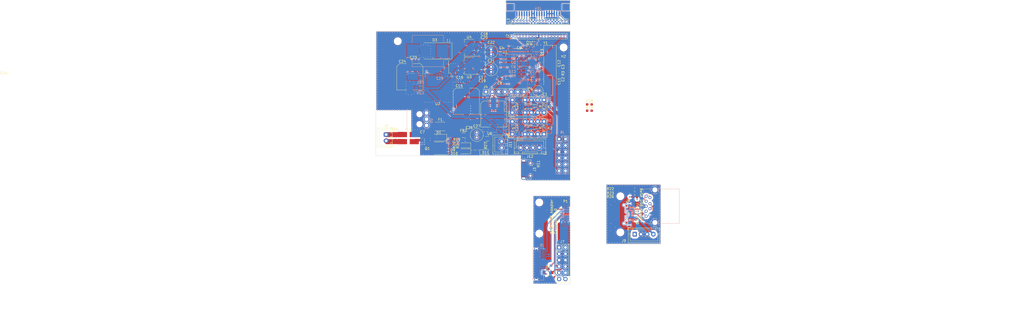
<source format=kicad_pcb>
(kicad_pcb (version 20221018) (generator pcbnew)
  (layers (0 "F.Cu" signal) (1 "In1.Cu" signal) (2 "In2.Cu" signal) (31 "B.Cu" signal) (34 "B.Paste" user) (35 "F.Paste" user) (36 "B.SilkS" user "B.Silkscreen") (37 "F.SilkS" user "F.Silkscreen") (38 "B.Mask" user) (39 "F.Mask" user) (44 "Edge.Cuts" user))
  (net 0 "")
  (net 1 "GND")
  (net 2 "/in1")
  (net 3 "/in1_mcu")
  (net 4 "/in2")
  (net 5 "/in2_mcu")
  (net 6 "/imotor")
  (net 7 "/USB_D+")
  (net 8 "/USB_D-")
  (net 9 "/imotor_prot")
  (net 10 "/vbus_sense")
  (net 11 "/stator_d-")
  (net 12 "/stator_d+")
  (net 13 "GND1")
  (net 14 "/stator_tx-")
  (net 15 "/stator_tx+")
  (net 16 "/stator_rx-")
  (net 17 "/stator_rx+")
  (net 18 "+12VA")
  (net 19 "+5VA")
  (net 20 "GND2")
  (net 21 "/l1_tx+")
  (net 22 "/l1_tx-")
  (net 23 "+12V")
  (net 24 "/lane1_d+")
  (net 25 "/lane1_d-")
  (net 26 "+5V")
  (net 27 "/supply_sense")
  (net 28 "/l1_rx-")
  (net 29 "/l1_rx+")
  (net 30 "/SW")
  (net 31 "Net-(U1-PF0)")
  (net 32 "Net-(U1-PF1)")
  (net 33 "/DC_prefuse")
  (net 34 "Net-(D5-A)")
  (net 35 "/sw_sbu_on")
  (net 36 "Net-(D2-K)")
  (net 37 "Net-(D6-A)")
  (net 38 "Net-(D7-A)")
  (net 39 "+3V3_STBY")
  (net 40 "Net-(J3-VBUS)")
  (net 42 "Net-(D4-A)")
  (net 45 "/~{rst}")
  (net 46 "/sw_sbu_off")
  (net 47 "/12vin_meas")
  (net 48 "/+5V_sbu")
  (net 49 "+3.3VA")
  (net 53 "/+12V_sbu")
  (net 54 "/hmi_pwm1")
  (net 55 "/usart2_tx")
  (net 56 "/usart2_rx")
  (net 57 "/Taster_0")
  (net 58 "/Dis_PWM")
  (net 59 "/Dis_RS")
  (net 60 "/Dis_E")
  (net 61 "/Dis_DB4")
  (net 64 "/Dis_DB5")
  (net 66 "/Dis_DB6")
  (net 67 "/Dis_DB7")
  (net 68 "/Taster_1")
  (net 71 "/swdio")
  (net 72 "/swclk")
  (net 73 "/spi1_nss")
  (net 74 "/spi1_sck")
  (net 75 "/spi1_cipo")
  (net 76 "/boot0")
  (net 77 "/spi1_copi")
  (net 78 "/usart1_tx")
  (net 79 "/~{LM2596S_ON}")
  (net 80 "/usart1_rx")
  (net 81 "/LED_HMI")
  (net 82 "/i2c1_scl")
  (net 83 "/SW_HDD_On")
  (net 84 "Net-(Q4-G)")
  (net 85 "Net-(Q5-G)")
  (net 86 "/SW_HDD_Off")
  (net 87 "/DC_IN-")
  (net 88 "/DC_IN+")
  (net 91 "/i2c1_sda")
  (net 94 "/+5V_HDD")
  (net 95 "/DC_preprot")
  (net 97 "/+12V_HDD")
  (net 99 "Net-(Q3-G)")
  (net 100 "Net-(Q2-G)")
  (net 102 "/+12V_HDD_")
  (net 103 "/stator_supply_sense")
  (net 104 "/+5V_HDD_")
  (net 106 "/aux_3v3")
  (net 107 "/aux_i2c_scl")
  (net 108 "/aux_i2c_sda")
  (net 109 "Net-(Q1-G)")
  (net 110 "Net-(D8-A)")
  (net 111 "/hmi_pwm0")
  (net 113 "/+5v_out")
  (net 114 "/~{endswitch_undocked}")
  (net 116 "/motor1")
  (net 117 "/motor2")
  (net 118 "/12v_motor")
  (net 119 "/stator_supply_sense_")
  (net 120 "Net-(NT1-Pad1)")
  (net 121 "Net-(NT2-Pad1)")
  (net 122 "Net-(J13-Pin_1)")
  (net 123 "Net-(J13-Pin_2)")
  (net 124 "Net-(J13-Pin_3)")
  (net 125 "Net-(J13-Pin_4)")
  (net 126 "Net-(J13-Pin_5)")
  (net 127 "Net-(J13-Pin_6)")
  (net 128 "/GND_HMI")
  (net 129 "Net-(J13-Pin_10)")
  (net 130 "Net-(J13-Pin_11)")
  (net 131 "Net-(J13-Pin_12)")
  (net 132 "Net-(J13-Pin_17)")
  (net 133 "Net-(J13-Pin_18)")
  (footprint "Capacitor_SMD:C_0603_1608Metric_Pad1.08x0.95mm_HandSolder" (layer "F.Cu") (at 62.65 75.5375 90)
    (fp_text reference "C17")
    (fp_text value "100nF")
  )
  (footprint "Capacitor_SMD:C_0603_1608Metric_Pad1.08x0.95mm_HandSolder" (layer "F.Cu") (at 83.29 83.6125 -90)
    (fp_text reference "C11")
    (fp_text value "100nF")
  )
  (footprint "Resistor_SMD:R_0603_1608Metric_Pad0.98x0.95mm_HandSolder" (layer "F.Cu") (at 84 69 90)
    (fp_text reference "R2")
    (fp_text value "100")
  )
  (footprint "Capacitor_SMD:C_1206_3216Metric_Pad1.33x1.80mm_HandSolder" (layer "F.Cu") (at 55.08 105.25)
    (fp_text reference "FB2")
    (fp_text value "FerriteBead")
  )
  (footprint "Resistor_SMD:R_0603_1608Metric_Pad0.98x0.95mm_HandSolder" (layer "F.Cu") (at 83.75 116.75 -90)
    (fp_text reference "R11")
    (fp_text value "10k")
  )
  (footprint "MountingHole:MountingHole_2.7mm_M2.5_DIN965" (layer "F.Cu") (at 95.25 70)
    (fp_text reference "H2")
    (fp_text value "MountingHole")
  )
  (footprint "Diode_SMD:D_SOD-123" (layer "F.Cu") (at 64 112.1)
    (fp_text reference "D11")
    (fp_text value "2.5V")
  )
  (footprint "Resistor_SMD:R_0603_1608Metric_Pad0.98x0.95mm_HandSolder" (layer "F.Cu") (at 59 111.2 -90)
    (fp_text reference "R20")
    (fp_text value "10k")
  )
  (footprint "Resistor_SMD:R_1210_3225Metric_Pad1.30x2.65mm_HandSolder" (layer "F.Cu") (at 64 109.3)
    (fp_text reference "R27")
    (fp_text value "R")
  )
  (footprint "Resistor_SMD:R_0603_1608Metric_Pad0.98x0.95mm_HandSolder" (layer "F.Cu") (at 123.75 127)
    (fp_text reference "R22")
    (fp_text value "13,3k")
  )
  (footprint "Resistor_SMD:R_0603_1608Metric_Pad0.98x0.95mm_HandSolder" (layer "F.Cu") (at 86.361 79.3385 90)
    (fp_text reference "R3")
    (fp_text value "R")
  )
  (footprint "Capacitor_SMD:C_0603_1608Metric_Pad1.08x0.95mm_HandSolder" (layer "F.Cu") (at 62.65 71.9 -90)
    (fp_text reference "C20")
    (fp_text value "100nF")
  )
  (footprint "Capacitor_SMD:C_0603_1608Metric_Pad1.08x0.95mm_HandSolder" (layer "F.Cu") (at 63.9 103.8 90)
    (fp_text reference "C27")
    (fp_text value "100nF")
  )
  (footprint "Capacitor_SMD:C_Elec_10x10.2" (layer "F.Cu") (at 33.6 81.8 -90)
    (fp_text reference "C24")
    (fp_text value "220µF")
  )
  (footprint "Connector_PinHeader_2.54mm:PinHeader_2x06_P2.54mm_Vertical" (layer "F.Cu") (at 93.45 150.32)
    (fp_text reference "J7")
    (fp_text value "Conn_02x06_Odd_Even")
  )
  (footprint "Capacitor_SMD:C_0603_1608Metric_Pad1.08x0.95mm_HandSolder" (layer "F.Cu") (at 27.8 106.4 90)
    (fp_text reference "C5")
    (fp_text value "~")
  )
  (footprint "Connector_JST:JST_XH_B2B-XH-A_1x02_P2.50mm_Vertical" (layer "F.Cu") (at 24.125 105 -90)
    (fp_text reference "J1")
    (fp_text value "12VDC In")
  )
  (footprint "Capacitor_SMD:C_0603_1608Metric_Pad1.08x0.95mm_HandSolder" (layer "F.Cu") (at 51.4 81.8 90)
    (fp_text reference "C16")
    (fp_text value "100nF")
  )
  (footprint "MountingHole:MountingHole_2.7mm_M2.5_DIN965" (layer "F.Cu") (at 118 144.25)
    (fp_text reference "H5" hide)
    (fp_text value "MountingHole")
  )
  (footprint "Capacitor_SMD:C_0603_1608Metric_Pad1.08x0.95mm_HandSolder" (layer "F.Cu") (at 73.115 70.25)
    (fp_text reference "C4")
    (fp_text value "100nF")
  )
  (footprint "NetTie:NetTie-2_SMD_Pad0.5mm" (layer "F.Cu") (at 48.8 98.6 -90)
    (fp_text reference "NT1" hide)
    (fp_text value "NetTie_2")
  )
  (footprint "Resistor_SMD:R_0603_1608Metric_Pad0.98x0.95mm_HandSolder" (layer "F.Cu") (at 85.5 69 90)
    (fp_text reference "R1")
    (fp_text value "100")
  )
  (footprint "Capacitor_SMD:C_Elec_10x10.2" (layer "F.Cu") (at 56.25 91.6 -90)
    (fp_text reference "C15")
    (fp_text value "220µF")
  )
  (footprint "Capacitor_SMD:C_Elec_10x10.2" (layer "F.Cu") (at 67.25 96.75 -90)
    (fp_text reference "C14")
    (fp_text value "220µF")
  )
  (footprint "Capacitor_SMD:C_0603_1608Metric_Pad1.08x0.95mm_HandSolder" (layer "F.Cu") (at 84.29 72.25 180)
    (fp_text reference "C13")
    (fp_text value "1µF")
  )
  (footprint "Capacitor_SMD:C_0603_1608Metric_Pad1.08x0.95mm_HandSolder" (layer "F.Cu") (at 38.2 106.4 -90)
    (fp_text reference "C7")
    (fp_text value "~")
  )
  (footprint "Package_SO:SO-8_3.9x4.9mm_P1.27mm" (layer "F.Cu") (at 45.3 110.5 180)
    (fp_text reference "Q1")
    (fp_text value "AOSP21321")
  )
  (footprint "Connector_PinHeader_1.27mm:PinHeader_1x18_P1.27mm_Vertical" (layer "F.Cu") (at 74.8 59.6 90)
    (fp_text reference "J13")
    (fp_text value "HPH1-A-16-UA")
  )
  (footprint "Resistor_SMD:R_0603_1608Metric_Pad0.98x0.95mm_HandSolder" (layer "F.Cu") (at 105.5875 92.89)
    (fp_text reference "R28")
    (fp_text value "10k")
  )
  (footprint "Diode_SMD:D_SOD-123" (layer "F.Cu") (at 89.075 160.425 180)
    (fp_text reference "D4")
    (fp_text value "SK64L-TPMSCT-ND")
  )
  (footprint "Fuse:Fuse_2512_6332Metric_Pad1.52x3.35mm_HandSolder" (layer "F.Cu") (at 45.75 101.75 180)
    (fp_text reference "F1")
    (fp_text value "~")
  )
  (footprint "g7_connectors:conn_usbc_socket_RAHPCUC31AU1TR" (layer "F.Cu") (at 120.9875 137 -90)
    (fp_text reference "J8")
    (fp_text value "USB_C_Receptacle")
  )
  (footprint "Capacitor_SMD:C_0603_1608Metric_Pad1.08x0.95mm_HandSolder" (layer "F.Cu") (at 86.361 76 -90)
    (fp_text reference "C3")
    (fp_text value "20pF")
  )
  (footprint "Resistor_SMD:R_0603_1608Metric_Pad0.98x0.95mm_HandSolder" (layer "F.Cu") (at 123.75 128.5 180)
    (fp_text reference "R23")
    (fp_text value "3,16k")
  )
  (footprint "Capacitor_THT:C_Radial_D4.0mm_H7.0mm_P1.50mm" (layer "F.Cu") (at 84.176859 87.369629)
    (fp_text reference "C1")
    (fp_text value "4.7µF")
  )
  (footprint "Package_QFP:LQFP-64_10x10mm_P0.5mm" (layer "F.Cu") (at 77.115 77.75 180)
    (fp_text reference "U1")
    (fp_text value "STM32F070RBTx")
  )
  (footprint "Capacitor_SMD:C_0603_1608Metric_Pad1.08x0.95mm_HandSolder" (layer "F.Cu") (at 62.65 68.4 90)
    (fp_text reference "C18")
    (fp_text value "100nF")
  )
  (footprint "Diode_SMD:D_SMC_Handsoldering" (layer "F.Cu") (at 43.6 71.4 180)
    (fp_text reference "D3")
    (fp_text value "SK34-TP")
  )
  (footprint "Capacitor_SMD:C_0603_1608Metric_Pad1.08x0.95mm_HandSolder" (layer "F.Cu") (at 37.3 75.525 180)
    (fp_text reference "C23")
    (fp_text value "100nF")
  )
  (footprint "Connector_PinHeader_1.27mm:PinHeader_1x18_P1.27mm_Vertical" (layer "F.Cu") (at 74.49 65.5 90)
    (fp_text reference "J2")
    (fp_text value "HRS-1B-16-GA")
  )
  (footprint "Package_TO_SOT_SMD:SOT-223-3_TabPin2" (layer "F.Cu") (at 57.4 70.15 180)
    (fp_text reference "U4")
    (fp_text value "AMS1117-3.3")
  )
  (footprint "Capacitor_SMD:C_0603_1608Metric_Pad1.08x0.95mm_HandSolder" (layer "F.Cu") (at 86.361 82.75 90)
    (fp_text reference "C2")
    (fp_text value "20pF")
  )
  (footprint "g7_connectors:Molex_USBC_Plug_1054440011" (layer "F.Cu") (at 97 137 -90)
    (fp_text reference "P1")
    (fp_text value "USB_C_Plug")
  )
  (footprint "MountingHole:MountingHole_2.7mm_M2.5_DIN965" (layer "F.Cu") (at 28.75 67.5 180)
    (fp_text reference "H1" hide)
    (fp_text value "MountingHole")
  )
  (footprint "Capacitor_SMD:C_0603_1608Metric_Pad1.08x0.95mm_HandSolder" (layer "F.Cu") (at 80.365 70.25)
    (fp_text reference "C6")
    (fp_text value "100nF")
  )
  (footprint "Diode_SMD:D_SOD-128" (layer "F.Cu") (at 45.25 106.25 180)
    (fp_text reference "D1")
    (fp_text value "824501121")
  )
  (footprint "Diode_SMD:D_SOD-123" (layer "F.Cu") (at 55.7 109.287 180)
    (fp_text reference "D9")
    (fp_text value "SD103CW-E3-08")
  )
  (footprint "Connector_JST:JST_XH_B2B-XH-A_1x02_P2.50mm_Vertical" (layer "F.Cu") (at 70.425 107.75 -90)
    (fp_text reference "J11")
    (fp_text value "MOTOR")
  )
  (footprint "Resistor_SMD:R_0603_1608Metric_Pad0.98x0.95mm_HandSolder" (layer "F.Cu") (at 60.6 111.2 -90)
    (fp_text reference "R24")
    (fp_text value "10k")
  )
  (footprint "Connector_JST:JST_XH_B4B-XH-A_1x04_P2.50mm_Vertical" (layer "F.Cu") (at 123.75 145)
    (fp_text reference "J9")
    (fp_text value "Conn_01x04_Socket")
  )
  (footprint "Resistor_SMD:R_0603_1608Metric_Pad0.98x0.95mm_HandSolder" (layer "F.Cu") (at 123.75 130)
    (fp_text reference "R26")
    (fp_text value "15,8k")
  )
  (footprint "NetTie:NetTie-2_SMD_Pad0.5mm" (layer "F.Cu") (at 49.5 105.6 135)
    (fp_text reference "NT2" hide)
    (fp_text value "NetTie_2")
  )
  (footprint "Capacitor_THT:C_Radial_D5.0mm_H11.0mm_P2.00mm" (layer "F.Cu") (at 66.2 77.8 -90)
    (fp_text reference "C21")
    (fp_text value "22µF")
  )
  (footprint "Resistor_SMD:R_0603_1608Metric_Pad0.98x0.95mm_HandSolder" (layer "F.Cu") (at 55.8 107.2 180)
    (fp_text reference "R19")
    (fp_text value "1k")
  )
  (footprint "Package_TO_SOT_SMD:SOT-563" (layer "F.Cu") (at 64.7 106.6)
    (fp_text reference "U6")
    (fp_text value "DRV8220")
  )
  (footprint "Capacitor_THT:C_Radial_D5.0mm_H11.0mm_P2.00mm" (layer "F.Cu") (at 60.4 106.15 90)
    (fp_text reference "C26")
    (fp_text value "22µF")
  )
  (footprint "Crystal:Crystal_SMD_HC49-SD_HandSoldering" (layer "F.Cu") (at 89.79 79.25 -90)
    (fp_text reference "Y1")
    (fp_text value "8MHz")
  )
  (footprint "g7_emi:CMC_Laird_CM2021Y330R-10" (layer "F.Cu") (at 33 106.4)
    (fp_text reference "FL1")
    (fp_text value "~")
  )
  (footprint "MountingHole:MountingHole_2.7mm_M2.5_DIN965" (layer "F.Cu") (at 85.5 144.75)
    (fp_text reference "H3" hide)
    (fp_text value "MountingHole")
  )
  (footprint "Resistor_SMD:R_0603_1608Metric_Pad0.98x0.95mm_HandSolder" (layer "F.Cu") (at 105.5875 95.4)
    (fp_text reference "R29")
    (fp_text value "8,87k")
  )
  (footprint "g7_relay:Kemet_EC2-12TNU" (layer "F.Cu") (at 74.6925 96.1575 90)
    (fp_text reference "K1")
    (fp_text value "~")
  )
  (footprint "Capacitor_SMD:C_0603_1608Metric_Pad1.08x0.95mm_HandSolder" (layer "F.Cu") (at 84.79 74.75 -90)
    (fp_text reference "C12")
    (fp_text value "10nF")
  )
  (footprint "g7_connectors:USB_Micro-B_Molex-105017-0001" (layer "F.Cu") (at 80.484 119 -90)
    (fp_text reference "J3")
    (fp_text value "USB_B_Micro")
  )
  (footprint "Connector_PinHeader_2.54mm:PinHeader_1x07_P2.54mm_Vertical" (layer "F.Cu") (at 64.12 87.8 90)
    (fp_text reference "J4")
    (fp_text value "Conn_01x07_Pin")
  )
  (footprint "MountingHole:MountingHole_2.7mm_M2.5_DIN965" (layer "F.Cu") (at 118 129.75)
    (fp_text reference "H6" hide)
    (fp_text value "MountingHole")
  )
  (footprint "Package_TO_SOT_SMD:TO-263-5_TabPin3" (layer "F.Cu") (at 44.9 85.1 -90)
    (fp_text reference "U2")
    (fp_text value "LM2596S-5")
  )
  (footprint "Capacitor_SMD:C_0603_1608Metric_Pad1.08x0.95mm_HandSolder" (layer "F.Cu") (at 69.615 81.75 90)
    (fp_text reference "C8")
    (fp_text value "100nF")
  )
  (footprint "Capacitor_THT:C_Radial_D5.0mm_H11.0mm_P2.00mm" (layer "F.Cu") (at 66.2 70.8 -90)
    (fp_text reference "C22")
    (fp_text value "22µF")
  )
  (footprint "g7_relay:Kemet_EC2-12TNU" (layer "F.Cu") (at 74.6925 104.83 90)
    (fp_text reference "K2")
    (fp_text value "~")
  )
  (footprint "Capacitor_SMD:C_0603_1608Metric_Pad1.08x0.95mm_HandSolder" (layer "F.Cu") (at 80.865 85.25 180)
    (fp_text reference "C9")
    (fp_text value "100nF")
  )
  (footprint "MountingHole:MountingHole_2.7mm_M2.5_DIN965" (layer "F.Cu") (at 85.5 132.25)
    (fp_text reference "H4" hide)
    (fp_text value "MountingHole")
  )
  (footprint "Connector_JST:JST_XH_B4B-XH-A_1x04_P2.50mm_Vertical" (layer "F.Cu") (at 85.5 110.25 180)
    (fp_text reference "J12")
    (fp_text value "Conn_01x04_Socket")
  )
  (footprint "Diode_SMD:D_SOD-123" (layer "F.Cu") (at 55.7 111.7 180)
    (fp_text reference "D10")
    (fp_text value "SD103CW-E3-08")
  )
  (footprint "Package_TO_SOT_SMD:SOT-223-3_TabPin2" (layer "F.Cu") (at 57.4 77.4 180)
    (fp_text reference "U3")
    (fp_text value "AMS1117-3.3")
  )
  (footprint "Capacitor_SMD:C_0603_1608Metric_Pad1.08x0.95mm_HandSolder" (layer "F.Cu") (at 62.65 78.9 -90)
    (fp_text reference "C19")
    (fp_text value "100nF")
  )
  (footprint "Diode_SMD:D_SOD-123F" (layer "B.Cu") (at 72.15 102.4225 90)
    (fp_text reference "D7")
    (fp_text value "1N4148WRHGCT-ND ")
  )
  (footprint "Resistor_SMD:R_0603_1608Metric_Pad0.98x0.95mm_HandSolder" (layer "B.Cu") (at 78.29 74.5)
    (fp_text reference "R8")
    (fp_text value "100")
  )
  (footprint "g7_connectors:STEWARD_USB3_A_SS-52000-001" (layer "B.Cu") (at 128.35 133.75 -90)
    (fp_text reference "J10")
    (fp_text value "USB3_A")
  )
  (footprint "Resistor_SMD:R_0603_1608Metric_Pad0.98x0.95mm_HandSolder" (layer "B.Cu") (at 78.29 81.5)
    (fp_text reference "R6")
    (fp_text value "100k")
  )
  (footprint "Package_TO_SOT_SMD:SOT-323_SC-70" (layer "B.Cu") (at 75.15 102.4225 180)
    (fp_text reference "Q3")
    (fp_text value "BSS214NW")
  )
  (footprint "Resistor_SMD:R_0603_1608Metric_Pad0.98x0.95mm_HandSolder" (layer "B.Cu") (at 78.29 78.5 180)
    (fp_text reference "R7")
    (fp_text value "24,9k")
  )
  (footprint "Diode_SMD:D_SOD-123F" (layer "B.Cu") (at 89.4 102.293021 90)
    (fp_text reference "D8")
    (fp_text value "1N4148WRHGCT-ND ")
  )
  (footprint "Resistor_SMD:R_0603_1608Metric_Pad0.98x0.95mm_HandSolder" (layer "B.Cu") (at 81.15 94.2)
    (fp_text reference "R18")
    (fp_text value "1k")
  )
  (footprint "g7_inductor:L_Wuerth_WE-PD-Typ-LS_Handsoldering" (layer "B.Cu") (at 40.8 71.4 180)
    (fp_text reference "L1")
    (fp_text value "47µH")
  )
  (footprint "Resistor_SMD:R_0603_1608Metric_Pad0.98x0.95mm_HandSolder" (layer "B.Cu") (at 51.61 107.68 90)
    (fp_text reference "R10")
    (fp_text value "100")
  )
  (footprint "Resistor_SMD:R_0603_1608Metric_Pad0.98x0.95mm_HandSolder" (layer "B.Cu") (at 83.65 93.6625 -90)
    (fp_text reference "R17")
    (fp_text value "47k")
  )
  (footprint "Capacitor_SMD:C_0603_1608Metric_Pad1.08x0.95mm_HandSolder" (layer "B.Cu") (at 78.29 80)
    (fp_text reference "C10")
    (fp_text value "100nF")
  )
  (footprint "Package_TO_SOT_SMD:SOT-323_SC-70" (layer "B.Cu") (at 75.4 93.5 180)
    (fp_text reference "Q2")
    (fp_text value "BSS214NW")
  )
  (footprint "g7_connectors:molex_fcc_05220" (layer "B.Cu") (at 85 56.4)
    (fp_text reference "J14")
    (fp_text value "~")
  )
  (footprint "Resistor_SMD:R_0603_1608Metric_Pad0.98x0.95mm_HandSolder" (layer "B.Cu") (at 81.0625 102.6725)
    (fp_text reference "R25")
    (fp_text value "1k")
  )
  (footprint "Capacitor_SMD:C_1206_3216Metric_Pad1.33x1.80mm_HandSolder" (layer "B.Cu") (at 37.8 86.4)
    (fp_text reference "C25")
    (fp_text value "10µF")
  )
  (footprint "Diode_SMD:D_SOD-123F" (layer "B.Cu") (at 89.4 93.5 90)
    (fp_text reference "D6")
    (fp_text value "1N4148WRHGCT-ND ")
  )
  (footprint "Package_TO_SOT_SMD:SOT-323_SC-70" (layer "B.Cu") (at 86.4 93.5)
    (fp_text reference "Q4")
    (fp_text value "BSS214NW")
  )
  (footprint "g7_switch:TS0101F020V4" (layer "B.Cu") (at 40.3 98.8 -90)
    (fp_text reference "U5")
    (fp_text value "TS0101F020V4")
  )
  (footprint "Resistor_SMD:R_0603_1608Metric_Pad0.98x0.95mm_HandSolder" (layer "B.Cu") (at 81.29 83 -90)
    (fp_text reference "R5")
    (fp_text value "10k")
  )
  (footprint "Resistor_SMD:R_0603_1608Metric_Pad0.98x0.95mm_HandSolder" (layer "B.Cu") (at 77.9 104.25 90)
    (fp_text reference "R16")
    (fp_text value "47k")
  )
  (footprint "Diode_SMD:D_SOD-123" (layer "B.Cu") (at 79.04 76.5)
    (fp_text reference "D2")
    (fp_text value "SD103CW-E3-08")
  )
  (footprint "Resistor_SMD:R_0603_1608Metric_Pad0.98x0.95mm_HandSolder" (layer "B.Cu") (at 83.65 102.1725 -90)
    (fp_text reference "R21")
    (fp_text value "47k")
  )
  (footprint "Package_TO_SOT_SMD:SOT-323_SC-70" (layer "B.Cu") (at 86.4 102.1725)
    (fp_text reference "Q5")
    (fp_text value "BSS214NW")
  )
  (footprint "Connector_PinSocket_2.54mm:PinSocket_2x06_P2.54mm_Vertical" (layer "B.Cu") (at 93.46 106.8 180)
    (fp_text reference "J6")
    (fp_text value "Conn_02x06_Odd_Even")
  )
  (footprint "Resistor_SMD:R_0603_1608Metric_Pad0.98x0.95mm_HandSolder" (layer "B.Cu") (at 77.9 100.75 -90)
    (fp_text reference "R15")
    (fp_text value "1k")
  )
  (footprint "Diode_SMD:D_SOD-123F" (layer "B.Cu") (at 72.4 93.6175 90)
    (fp_text reference "D5")
    (fp_text value "1N4148WRHGCT-ND ")
  )
  (footprint "Resistor_SMD:R_0603_1608Metric_Pad0.98x0.95mm_HandSolder" (layer "B.Cu") (at 50.08 107.68 -90)
    (fp_text reference "R9")
    (fp_text value "100k")
  )
  (footprint "Resistor_SMD:R_0603_1608Metric_Pad0.98x0.95mm_HandSolder" (layer "B.Cu") (at 77.9 92 -90)
    (fp_text reference "R13")
    (fp_text value "1k")
  )
  (footprint "Resistor_SMD:R_0603_1608Metric_Pad0.98x0.95mm_HandSolder" (layer "B.Cu") (at 77.9 95.5 90)
    (fp_text reference "R14")
    (fp_text value "47k")
  )
  (footprint "Resistor_SMD:R_0603_1608Metric_Pad0.98x0.95mm_HandSolder" (layer "B.Cu") (at 45.6 81)
    (fp_text reference "R12")
    (fp_text value "47k")
  )
  (footprint "g7_connectors:conn_usb3bmicro_GSB343K331HR" (layer "B.Cu") (at 84.325 157 90)
    (fp_text reference "J5")
    (fp_text value "USB3_B_Micro")
  )
  (footprint "Capacitor_SMD:C_1206_3216Metric_Pad1.33x1.80mm_HandSolder" (layer "B.Cu") (at 37.8 82.2)
    (fp_text reference "FB1")
    (fp_text value "FerriteBead")
  )
  (footprint "Resistor_SMD:R_0603_1608Metric_Pad0.98x0.95mm_HandSolder" (layer "B.Cu") (at 82.8 79.7 90)
    (fp_text reference "R4")
    (fp_text value "10k")
  )
  (gr_line (start 83 129.5) (end 83 148) (stroke (width 0.1)) (layer "Edge.Cuts"))
  (gr_line (start 20 113.5) (end 20 63.5) (stroke (width 0.1)) (layer "Edge.Cuts"))
  (gr_line (start 134.25 125) (end 134.25 137) (stroke (width 0.1)) (layer "Edge.Cuts"))
  (gr_line (start 78 113.5) (end 20 113.5) (stroke (width 0.1)) (layer "Edge.Cuts"))
  (gr_line (start 134.25 149) (end 134.25 137) (stroke (width 0.1)) (layer "Edge.Cuts"))
  (gr_line (start 98 61) (end 98 51) (stroke (width 0.1)) (layer "Edge.Cuts"))
  (gr_line (start 98 123.5) (end 98 63.5) (stroke (width 0.1)) (layer "Edge.Cuts"))
  (gr_line (start 112.25 125) (end 112.25 149) (stroke (width 0.1)) (layer "Edge.Cuts"))
  (gr_line (start 20 63.5) (end 98 63.5) (stroke (width 0.1)) (layer "Edge.Cuts"))
  (gr_line (start 98 129.5) (end 83 129.5) (stroke (width 0.1)) (layer "Edge.Cuts"))
  (gr_line (start 112.25 149) (end 134.25 149) (stroke (width 0.1)) (layer "Edge.Cuts"))
  (gr_line (start 83 148) (end 83 165) (stroke (width 0.1)) (layer "Edge.Cuts"))
  (gr_line (start 83 165) (end 98 165) (stroke (width 0.1)) (layer "Edge.Cuts"))
  (gr_line (start 77.984 123.5) (end 78 113.5) (stroke (width 0.1)) (layer "Edge.Cuts"))
  (gr_line (start 134.25 125) (end 112.25 125) (stroke (width 0.1)) (layer "Edge.Cuts"))
  (gr_line (start 98 165) (end 98 129.5) (stroke (width 0.1)) (layer "Edge.Cuts"))
  (gr_line (start 72 61) (end 98 61) (stroke (width 0.1)) (layer "Edge.Cuts"))
  (gr_line (start 77.984 123.5) (end 98 123.5) (stroke (width 0.1)) (layer "Edge.Cuts"))
  (gr_line (start 72 51) (end 72 61) (stroke (width 0.1)) (layer "Edge.Cuts"))
  (gr_line (start 98 51) (end 72 51) (stroke (width 0.1)) (layer "Edge.Cuts"))
  (gr_text "BaSe USB Adapter\nCarriage V1.0" (at 92.6 145 90) (layer "F.SilkS") (effects (font (size 1 1)) (justify left bottom)))
  (gr_text "BaSe USB Adapter \nFrame V1.0" (at 124.2 141.2 -90) (layer "F.SilkS") (effects (font (size 1 1)) (justify right bottom)))
  (segment (start 81.2275 70.25) (end 81.2275 70.3725) (width 0.3) (layer "F.Cu") (net 1))
  (segment (start 80.365 71.235) (end 80.365 72.075) (width 0.3) (layer "F.Cu") (net 1))
  (segment (start 69.7275 81) (end 69.615 80.8875) (width 0.3) (layer "F.Cu") (net 1))
  (segment (start 60.55 72.45) (end 62.3375 72.45) (width 1) (layer "F.Cu") (net 1))
  (segment (start 51.4 82.6625) (end 48.8375 82.6625) (width 1) (layer "F.Cu") (net 1))
  (segment (start 83.665 84.1) (end 83.29 84.475) (width 0.5) (layer "F.Cu") (net 1))
  (segment (start 80.6 86.1) (end 80.6 85.8475) (width 0.5) (layer "F.Cu") (net 1))
  (segment (start 35.935 107.2625) (end 35.375 107.8225) (width 1) (layer "F.Cu") (net 1))
  (segment (start 66.0125 72.7625) (end 66.15 72.9) (width 1) (layer "F.Cu") (net 1))
  (segment (start 38.2 107.2625) (end 35.935 107.2625) (width 1) (layer "F.Cu") (net 1))
  (segment (start 60.55 79.7) (end 65.95 79.7) (width 1) (layer "F.Cu") (net 1))
  (segment (start 81.2275 70.3725) (end 80.365 71.235) (width 0.3) (layer "F.Cu") (net 1))
  (segment (start 80.6 85.8475) (end 80.0025 85.25) (width 0.5) (layer "F.Cu") (net 1))
  (segment (start 80.365 84.8875) (end 80.0025 85.25) (width 0.3) (layer "F.Cu") (net 1))
  (segment (start 71.44 81) (end 69.7275 81) (width 0.3) (layer "F.Cu") (net 1))
  (segment (start 62.65 72.7625) (end 66.0125 72.7625) (width 1) (layer "F.Cu") (net 1))
  (segment (start 62.3375 72.45) (end 62.65 72.7625) (width 1) (layer "F.Cu") (net 1))
  (segment (start 48.8375 82.6625) (end 44.9 86.6) (width 1) (layer "F.Cu") (net 1))
  (segment (start 84.1805 84.1) (end 83.665 84.1) (width 0.5) (layer "F.Cu") (net 1))
  (segment (start 38.2 107.2625) (end 39.0375 107.2625) (width 1) (layer "F.Cu") (net 1))
  (segment (start 73.865 70.3625) (end 73.9775 70.25) (width 0.3) (layer "F.Cu") (net 1))
  (segment (start 62.65 74.675) (end 62.65 72.7625) (width 1) (layer "F.Cu") (net 1))
  (segment (start 82.5 84.1) (end 82.915 84.1) (width 0.5) (layer "F.Cu") (net 1))
  (segment (start 82.915 84.1) (end 83.29 84.475) (width 0.5) (layer "F.Cu") (net 1))
  (segment (start 65.95 79.7) (end 66.15 79.9) (width 1) (layer "F.Cu") (net 1))
  (segment (start 80.365 83.425) (end 80.365 84.8875) (width 0.3) (layer "F.Cu") (net 1))
  (segment (start 73.865 72.075) (end 73.865 70.3625) (width 0.3) (layer "F.Cu") (net 1))
  (segment (start 79.2465 121.9) (end 79.2465 115.5) (width 0.15) (layer "F.Cu") (net 1))
  (via (at 93.6 64) (size 0.5) (drill 0.2) (layers "F.Cu" "B.Cu") (net 1))
  (via (at 64.8 102.1) (size 0.5) (drill 0.2) (layers "F.Cu" "B.Cu") (net 1))
  (via (at 68.74 71.44) (size 0.5) (drill 0.2) (layers "F.Cu" "B.Cu") (net 1))
  (via (at 20.6 73) (size 0.5) (drill 0.2) (layers "F.Cu" "B.Cu") (net 1))
  (via (at 40.6 64) (size 0.5) (drill 0.2) (layers "F.Cu" "B.Cu") (net 1))
  (via (at 53.6 64) (size 0.5) (drill 0.2) (layers "F.Cu" "B.Cu") (net 1))
  (via (at 42 69.5) (size 0.5) (drill 0.2) (layers "F.Cu" "B.Cu") (net 1))
  (via (at 64.2 67) (size 0.5) (drill 0.2) (layers "F.Cu" "B.Cu") (net 1))
  (via (at 65 102.9) (size 0.5) (drill 0.2) (layers "F.Cu" "B.Cu") (net 1))
  (via (at 55.79 78.68) (size 0.5) (drill 0.2) (layers "F.Cu" "B.Cu") (net 1))
  (via (at 97.4 97) (size 0.5) (drill 0.2) (layers "F.Cu" "B.Cu") (net 1))
  (via (at 39.6 103) (size 0.5) (drill 0.2) (layers "F.Cu" "B.Cu") (net 1))
  (via (at 50.9 91.2) (size 0.5) (drill 0.2) (layers "F.Cu" "B.Cu") (net 1))
  (via (at 41.6 64) (size 0.5) (drill 0.2) (layers "F.Cu" "B.Cu") (net 1))
  (via (at 70.6 64) (size 0.5) (drill 0.2) (layers "F.Cu" "B.Cu") (net 1))
  (via (at 28.6 95) (size 0.5) (drill 0.2) (layers "F.Cu" "B.Cu") (net 1))
  (via (at 55 113) (size 0.5) (drill 0.2) (layers "F.Cu" "B.Cu") (net 1))
  (via (at 36.2 87.8) (size 0.5) (drill 0.2) (layers "F.Cu" "B.Cu") (net 1))
  (via (at 97.4 77) (size 0.5) (drill 0.2) (layers "F.Cu" "B.Cu") (net 1))
  (via (at 37.6 64) (size 0.5) (drill 0.2) (layers "F.Cu" "B.Cu") (net 1))
  (via (at 76.2 109.7) (size 0.5) (drill 0.2) (layers "F.Cu" "B.Cu") (net 1))
  (via (at 85.4 83.6) (size 0.5) (drill 0.2) (layers "F.Cu" "B.Cu") (net 1))
  (via (at 89 123) (size 0.5) (drill 0.2) (layers "F.Cu" "B.Cu") (net 1))
  (via (at 64.9 103.8) (size 0.5) (drill 0.2) (layers "F.Cu" "B.Cu") (net 1))
  (via (at 84.07 80.11) (size 0.5) (drill 0.2) (layers "F.Cu" "B.Cu") (net 1))
  (via (at 74 80.6) (size 0.5) (drill 0.2) (layers "F.Cu" "B.Cu") (net 1))
  (via (at 42 73.5) (size 0.5) (drill 0.2) (layers "F.Cu" "B.Cu") (net 1))
  (via (at 97.4 66) (size 0.5) (drill 0.2) (layers "F.Cu" "B.Cu") (net 1))
  (via (at 43.6 104.6) (size 0.5) (drill 0.2) (layers "F.Cu" "B.Cu") (net 1))
  (via (at 64 113) (size 0.5) (drill 0.2) (layers "F.Cu" "B.Cu") (net 1))
  (via (at 29.6 64) (size 0.5) (drill 0.2) (layers "F.Cu" "B.Cu") (net 1))
  (via (at 20.6 79) (size 0.5) (drill 0.2) (layers "F.Cu" "B.Cu") (net 1))
  (via (at 82.6 64) (size 0.5) (drill 0.2) (layers "F.Cu" "B.Cu") (net 1))
  (via (at 33.6 83.4) (size 0.5) (drill 0.2) (layers "F.Cu" "B.Cu") (net 1))
  (via (at 97.4 92) (size 0.5) (drill 0.2) (layers "F.Cu" "B.Cu") (net 1))
  (via (at 20.6 72) (size 0.5) (drill 0.2) (layers "F.Cu" "B.Cu") (net 1))
  (via (at 64.6 112.2) (size 0.5) (drill 0.2) (layers "F.Cu" "B.Cu") (net 1))
  (via (at 97 123) (size 0.5) (drill 0.2) (layers "F.Cu" "B.Cu") (net 1))
  (via (at 42.5 92) (size 0.5) (drill 0.2) (layers "F.Cu" "B.Cu") (net 1))
  (via (at 58 94.5) (size 0.6) (drill 0.3) (layers "F.Cu" "B.Cu") (net 1))
  (via (at 97.4 102) (size 0.5) (drill 0.2) (layers "F.Cu" "B.Cu") (net 1))
  (via (at 97.4 78) (size 0.5) (drill 0.2) (layers "F.Cu" "B.Cu") (net 1))
  (via (at 51 76.5) (size 0.5) (drill 0.2) (layers "F.Cu" "B.Cu") (net 1))
  (via (at 42.6 64) (size 0.5) (drill 0.2) (layers "F.Cu" "B.Cu") (net 1))
  (via (at 39.5 109) (size 0.6) (drill 0.3) (layers "F.Cu" "B.Cu") (net 1))
  (via (at 38.75 109) (size 0.6) (drill 0.3) (layers "F.Cu" "B.Cu") (net 1))
  (via (at 62.3 66.5) (size 0.5) (drill 0.2) (layers "F.Cu" "B.Cu") (net 1))
  (via (at 20.6 84) (size 0.5) (drill 0.2) (layers "F.Cu" "B.Cu") (net 1))
  (via (at 20.6 65) (size 0.5) (drill 0.2) (layers "F.Cu" "B.Cu") (net 1))
  (via (at 20.6 71) (size 0.5) (drill 0.2) (layers "F.Cu" "B.Cu") (net 1))
  (via (at 54.67 108.2) (size 0.5) (drill 0.2) (layers "F.Cu" "B.Cu") (net 1))
  (via (at 95.6 64) (size 0.5) (drill 0.2) (layers "F.Cu" "B.Cu") (net 1))
  (via (at 97.4 103) (size 0.5) (drill 0.2) (layers "F.Cu" "B.Cu") (net 1))
  (via (at 50.9 87.549998) (size 0.5) (drill 0.2) (layers "F.Cu" "B.Cu") (net 1))
  (via (at 81.5 114) (size 0.5) (drill 0.2) (layers "F.Cu" "B.Cu") (net 1))
  (via (at 89 89.7) (size 0.5) (drill 0.2) (layers "F.Cu" "B.Cu") (net 1))
  (via (at 20.6 89) (size 0.5) (drill 0.2) (layers "F.Cu" "B.Cu") (net 1))
  (via (at 91.35 83.01) (size 0.5) (drill 0.2) (layers "F.Cu" "B.Cu") (net 1))
  (via (at 45.6 64) (size 0.5) (drill 0.2) (layers "F.Cu" "B.Cu") (net 1))
  (via (at 34.6 96) (size 0.5) (drill 0.2) (layers "F.Cu" "B.Cu") (net 1))
  (via (at 63.6 64) (size 0.5) (drill 0.2) (layers "F.Cu" "B.Cu") (net 1))
  (via (at 97.4 100) (size 0.5) (drill 0.2) (layers "F.Cu" "B.Cu") (net 1))
  (via (at 79.6 64) (size 0.5) (drill 0.2) (layers "F.Cu" "B.Cu") (net 1))
  (via (at 70.7 73.3) (size 0.5) (drill 0.2) (layers "F.Cu" "B.Cu") (net 1))
  (via (at 42 71.5) (size 0.5) (drill 0.2) (layers "F.Cu" "B.Cu") (net 1))
  (via (at 86.5 101.8) (size 0.5) (drill 0.2) (layers "F.Cu" "B.Cu") (net 1))
  (via (at 59.6 64) (size 0.5) (drill 0.2) (layers "F.Cu" "B.Cu") (net 1))
  (via (at 81 123) (size 0.5) (drill 0.2) (layers "F.Cu" "B.Cu") (net 1))
  (via (at 80.8 69.4) (size 0.5) (drill 0.2) (layers "F.Cu" "B.Cu") (net 1))
  (via (at 97.4 83) (size 0.5) (drill 0.2) (layers "F.Cu" "B.Cu") (net 1))
  (via (at 85.4 80.1) (size 0.5) (drill 0.2) (layers "F.Cu" "B.Cu") (net 1))
  (via (at 52 76.5) (size 0.5) (drill 0.2) (layers "F.Cu" "B.Cu") (net 1))
  (via (at 90 123) (size 0.5) (drill 0.2) (layers "F.Cu" "B.Cu") (net 1))
  (via (at 84.6 64) (size 0.5) (drill 0.2) (layers "F.Cu" "B.Cu") (net 1))
  (via (at 20.6 87) (size 0.5) (drill 0.2) (layers "F.Cu" "B.Cu") (net 1))
  (via (at 82 71.4) (size 0.5) (drill 0.2) (layers "F.Cu" "B.Cu") (net 1))
  (via (at 78.4 73.5) (size 0.5) (drill 0.2) (layers "F.Cu" "B.Cu") (net 1))
  (via (at 20.6 70) (size 0.5) (drill 0.2) (layers "F.Cu" "B.Cu") (net 1))
  (via (at 35.6 64) (size 0.5) (drill 0.2) (layers "F.Cu" "B.Cu") (net 1))
  (via (at 20.6 77) (size 0.5) (drill 0.2) (layers "F.Cu" "B.Cu") (net 1))
  (via (at 89.6 64) (size 0.5) (drill 0.2) (layers "F.Cu" "B.Cu") (net 1))
  (via (at 64.6 64) (size 0.5) (drill 0.2) (layers "F.Cu" "B.Cu") (net 1))
  (via (at 33.6 95) (size 0.5) (drill 0.2) (layers "F.Cu" "B.Cu") (net 1))
  (via (at 68 113) (size 0.5) (drill 0.2) (layers "F.Cu" "B.Cu") (net 1))
  (via (at 20.6 67) (size 0.5) (drill 0.2) (layers "F.Cu" "B.Cu") (net 1))
  (via (at 45.4 74.6) (size 0.5) (drill 0.2) (layers "F.Cu" "B.Cu") (net 1))
  (via (at 83.4 73.3) (size 0.5) (drill 0.2) (layers "F.Cu" "B.Cu") (net 1))
  (via (at 80.6 86.1) (size 0.5) (drill 0.2) (layers "F.Cu" "B.Cu") (net 1))
  (via (at 97.4 90) (size 0.5) (drill 0.2) (layers "F.Cu" "B.Cu") (net 1))
  (via (at 23.6 95) (size 0.5) (drill 0.2) (layers "F.Cu" "B.Cu") (net 1))
  (via (at 30.6 95) (size 0.5) (drill 0.2) (layers "F.Cu" "B.Cu") (net 1))
  (via (at 73 113) (size 0.5) (drill 0.2) (layers "F.Cu" "B.Cu") (net 1))
  (via (at 44.8 74.6) (size 0.5) (drill 0.2) (layers "F.Cu" "B.Cu") (net 1))
  (via (at 97.4 75) (size 0.5) (drill 0.2) (layers "F.Cu" "B.Cu") (net 1))
  (via (at 88 123) (size 0.5) (drill 0.2) (layers "F.Cu" "B.Cu") (net 1))
  (via (at 73.8 69.3) (size 0.5) (drill 0.2) (layers "F.Cu" "B.Cu") (net 1))
  (via (at 57.6 64) (size 0.5) (drill 0.2) (layers "F.Cu" "B.Cu") (net 1))
  (via (at 38.75 108.25) (size 0.6) (drill 0.3) (layers "F.Cu" "B.Cu") (net 1))
  (via (at 82 123) (size 0.5) (drill 0.2) (layers "F.Cu" "B.Cu") (net 1))
  (via (at 49.6 64) (size 0.5) (drill 0.2) (layers "F.Cu" "B.Cu") (net 1))
  (via (at 32 86.6) (size 0.5) (drill 0.2) (layers "F.Cu" "B.Cu") (net 1))
  (via (at 42 70.5) (size 0.5) (drill 0.2) (layers "F.Cu" "B.Cu") (net 1))
  (via (at 41 74) (size 0.5) (drill 0.2) (layers "F.Cu" "B.Cu") (net 1))
  (via (at 78.6 64) (size 0.5) (drill 0.2) (layers "F.Cu" "B.Cu") (net 1))
  (via (at 57.85 105.88) (size 0.5) (drill 0.2) (layers "F.Cu" "B.Cu") (net 1))
  (via (at 97.4 67) (size 0.5) (drill 0.2) (layers "F.Cu" "B.Cu") (net 1))
  (via (at 85.7 76) (size 0.5) (drill 0.2) (layers "F.Cu" "B.Cu") (net 1))
  (via (at 29.6 95) (size 0.5) (drill 0.2) (layers "F.Cu" "B.Cu") (net 1))
  (via (at 92.6 64) (size 0.5) (drill 0.2) (layers "F.Cu" "B.Cu") (net 1))
  (via (at 86.3 74) (size 0.5) (drill 0.2) (layers "F.Cu" "B.Cu") (net 1))
  (via (at 72.6 64) (size 0.5) (drill 0.2) (layers "F.Cu" "B.Cu") (net 1))
  (via (at 97.4 85) (size 0.5) (drill 0.2) (layers "F.Cu" "B.Cu") (net 1))
  (via (at 85.6 64) (size 0.5) (drill 0.2) (layers "F.Cu" "B.Cu") (net 1))
  (via (at 85.4 74.7) (size 0.5) (drill 0.2) (layers "F.Cu" "B.Cu") (net 1))
  (via (at 51.7 83.9) (size 0.5) (drill 0.2) (layers "F.Cu" "B.Cu") (net 1))
  (via (at 34.6 100) (size 0.5) (drill 0.2) (layers "F.Cu" "B.Cu") (net 1))
  (via (at 35.6 87.8) (size 0.5) (drill 0.2) (layers "F.Cu" "B.Cu") (net 1))
  (via (at 87.4 75.2) (size 0.5) (drill 0.2) (layers "F.Cu" "B.Cu") (net 1))
  (via (at 80.1 78.5) (size 0.5) (drill 0.2) (layers "F.Cu" "B.Cu") (net 1))
  (via (at 63.9 101.8) (size 0.5) (drill 0.2) (layers "F.Cu" "B.Cu") (net 1))
  (via (at 70.69 83.41) (size 0.5) (drill 0.2) (layers "F.Cu" "B.Cu") (net 1))
  (via (at 20.6 92) (size 0.5) (drill 0.2) (layers "F.Cu" "B.Cu") (net 1))
  (via (at 77.57 66.5) (size 0.5) (drill 0.2) (layers "F.Cu" "B.Cu") (net 1))
  (via (at 23.6 64) (size 0.5) (drill 0.2) (layers "F.Cu" "B.Cu") (net 1))
  (via (at 54 113) (size 0.5) (drill 0.2) (layers "F.Cu" "B.Cu") (net 1))
  (via (at 67.8 104.1) (size 0.5) (drill 0.2) (layers "F.Cu" "B.Cu") (net 1))
  (via (at 39.5 107.5) (size 0.6) (drill 0.3) (layers "F.Cu" "B.Cu") (net 1))
  (via (at 97.4 95) (size 0.5) (drill 0.2) (layers "F.Cu" "B.Cu") (net 1))
  (via (at 78.6 113.7) (size 0.5) (drill 0.2) (layers "F.Cu" "B.Cu") (net 1))
  (via (at 24.6 64) (size 0.5) (drill 0.2) (layers "F.Cu" "B.Cu") (net 1))
  (via (at 50.9 83.9) (size 0.5) (drill 0.2) (layers "F.Cu" "B.Cu") (net 1))
  (via (at 66.8 112.2) (size 0.5) (drill 0.2) (layers "F.Cu" "B.Cu") (net 1))
  (via (at 55.6 64) (size 0.5) (drill 0.2) (layers "F.Cu" "B.Cu") (net 1))
  (via (at 71 113) (size 0.5) (drill 0.2) (layers "F.Cu" "B.Cu") (net 1))
  (via (at 58.6 64) (size 0.5) (drill 0.2) (layers "F.Cu" "B.Cu") (net 1))
  (via (at 32.2 83.6) (size 0.5) (drill 0.2) (layers "F.Cu" "B.Cu") (net 1))
  (via (at 67 113) (size 0.5) (drill 0.2) (layers "F.Cu" "B.Cu") (net 1))
  (via (at 68.6 81.5) (size 0.5) (drill 0.2) (layers "F.Cu" "B.Cu") (net 1))
  (via (at 58.89 78.65) (size 0.5) (drill 0.2) (layers "F.Cu" "B.Cu") (net 1))
  (via (at 30.6 64) (size 0.5) (drill 0.2) (layers "F.Cu" "B.Cu") (net 1))
  (via (at 20.6 82) (size 0.5) (drill 0.2) (layers "F.Cu" "B.Cu") (net 1))
  (via (at 97.4 74) (size 0.5) (drill 0.2) (layers "F.Cu" "B.Cu") (net 1))
  (via (at 44.6 64) (size 0.5) (drill 0.2) (layers "F.Cu" "B.Cu") (net 1))
  (via (at 34.6 64) (size 0.5) (drill 0.2) (layers "F.Cu" "B.Cu") (net 1))
  (via (at 58.9 99) (size 0.5) (drill 0.2) (layers "F.Cu" "B.Cu") (net 1))
  (via (at 20.6 93) (size 0.5) (drill 0.2) (layers "F.Cu" "B.Cu") (net 1))
  (via (at 34.6 99) (size 0.5) (drill 0.2) (layers "F.Cu" "B.Cu") (net 1))
  (via (at 55.74 68.89) (size 0.5) (drill 0.2) (layers "F.Cu" "B.Cu") (net 1))
  (via (at 21.6 64) (size 0.5) (drill 0.2) (layers "F.Cu" "B.Cu") (net 1))
  (via (at 27.6 64) (size 0.5) (drill 0.2) (layers "F.Cu" "B.Cu") (net 1))
  (via (at 87.4 83.6) (size 0.5) (drill 0.2) (layers "F.Cu" "B.Cu") (net 1))
  (via (at 70 113) (size 0.5) (drill 0.2) (layers "F.Cu" "B.Cu") (net 1))
  (via (at 75.6 64) (size 0.5) (drill 0.2) (layers "F.Cu" "B.Cu") (net 1))
  (via (at 97.4 91) (size 0.5) (drill 0.2) (layers "F.Cu" "B.Cu") (net 1))
  (via (at 67 109.4) (size 0.5) (drill 0.2) (layers "F.Cu" "B.Cu") (net 1))
  (via (at 38.6 103) (size 0.5) (drill 0.2) (layers "F.Cu" "B.Cu") (net 1))
  (via (at 63.08 105.51) (size 0.5) (drill 0.2) (layers "F.Cu" "B.Cu") (net 1))
  (via (at 61.7 66.5) (size 0.5) (drill 0.2) (layers "F.Cu" "B.Cu") (net 1))
  (via (at 20.6 69) (size 0.5) (drill 0.2) (layers "F.Cu" "B.Cu") (net 1))
  (via (at 20.6 74) (size 0.5) (drill 0.2) (layers "F.Cu" "B.Cu") (net 1))
  (via (at 35.6 103) (size 0.5) (drill 0.2) (layers "F.Cu" "B.Cu") (net 1))
  (via (at 41.5 92) (size 0.5) (drill 0.2) (layers "F.Cu" "B.Cu") (net 1))
  (via (at 33.6 64) (size 0.5) (drill 0.2) (layers "F.Cu" "B.Cu") (net 1))
  (via (at 62.8 102.9) (size 0.5) (drill 0.2) (layers "F.Cu" "B.Cu") (net 1))
  (via (at 63 103.8) (size 0.5) (drill 0.2) (layers "F.Cu" "B.Cu") (net 1))
  (via (at 97.4 101) (size 0.5) (drill 0.2) (layers "F.Cu" "B.Cu") (net 1))
  (via (at 41 113) (size 0.5) (drill 0.2) (layers "F.Cu" "B.Cu") (net 1))
  (via (at 66.6 64) (size 0.5) (drill 0.2) (layers "F.Cu" "B.Cu") (net 1))
  (via (at 20.6 83) (size 0.5) (drill 0.2) (layers "F.Cu" "B.Cu") (net 1))
  (via (at 56.49 103.59) (size 0.5) (drill 0.2) (layers "F.Cu" "B.Cu") (net 1))
  (via (at 80.6 64) (size 0.5) (drill 0.2) (layers "F.Cu" "B.Cu") (net 1))
  (via (at 34.6 98) (size 0.5) (drill 0.2) (layers "F.Cu" "B.Cu") (net 1))
  (via (at 74.4 69.3) (size 0.5) (drill 0.2) (layers "F.Cu" "B.Cu") (net 1))
  (via (at 68.7 98.9) (size 0.5) (drill 0.2) (layers "F.Cu" "B.Cu") (net 1))
  (via (at 65.6 101.1) (size 0.5) (drill 0.2) (layers "F.Cu" "B.Cu") (net 1))
  (via (at 81.6 64) (size 0.5) (drill 0.2) (layers "F.Cu" "B.Cu") (net 1))
  (via (at 65 113) (size 0.5) (drill 0.2) (layers "F.Cu" "B.Cu") (net 1))
  (via (at 83.6 64) (size 0.5) (drill 0.2) (layers "F.Cu" "B.Cu") (net 1))
  (via (at 81 94.9) (size 0.5) (drill 0.2) (layers "F.Cu" "B.Cu") (net 1))
  (via (at 20.6 85) (size 0.5) (drill 0.2) (layers "F.Cu" "B.Cu") (net 1))
  (via (at 31.6 64) (size 0.5) (drill 0.2) (layers "F.Cu" "B.Cu") (net 1))
  (via (at 68.77 84.49) (size 0.5) (drill 0.2) (layers "F.Cu" "B.Cu") (net 1))
  (via (at 77.94 75.48) (size 0.5) (drill 0.2) (layers "F.Cu" "B.Cu") (net 1))
  (via (at 39.5 108.25) (size 0.6) (drill 0.3) (layers "F.Cu" "B.Cu") (net 1))
  (via (at 97.4 80) (size 0.5) (drill 0.2) (layers "F.Cu" "B.Cu") (net 1))
  (via (at 75 69.6) (size 0.5) (drill 0.2) (layers "F.Cu" "B.Cu") (net 1))
  (via (at 58.9 96.5) (size 0.5) (drill 0.2) (layers "F.Cu" "B.Cu") (net 1))
  (via (at 97.4 79) (size 0.5) (drill 0.2) (layers "F.Cu" "B.Cu") (net 1))
  (via (at 88.6 64) (size 0.5) (drill 0.2) (layers "F.Cu" "B.Cu") (net 1))
  (via (at 51.6 64) (size 0.5) (drill 0.2) (layers "F.Cu" "B.Cu") (net 1))
  (via (at 36.6 103) (size 0.5) (drill 0.2) (layers "F.Cu" "B.Cu") (net 1))
  (via (at 44.2 74.6) (size 0.5) (drill 0.2) (layers "F.Cu" "B.Cu") (net 1))
  (via (at 55.8 71.38) (size 0.5) (drill 0.2) (layers "F.Cu" "B.Cu") (net 1))
  (via (at 64.72 90.88) (size 0.5) (drill 0.2) (layers "F.Cu" "B.Cu") (net 1))
  (via (at 58 99) (size 0.6) (drill 0.3) (layers "F.Cu" "B.Cu") (net 1))
  (via (at 43.6 64) (size 0.5) (drill 0.2) (layers "F.Cu" "B.Cu") (net 1))
  (via (at 67.6 64) (size 0.5) (drill 0.2) (layers "F.Cu" "B.Cu") (net 1))
  (via (at 20.6 88) (size 0.5) (drill 0.2) (layers "F.Cu" "B.Cu") (net 1))
  (via (at 68.6 82.1) (size 0.5) (drill 0.2) (layers "F.Cu" "B.Cu") (net 1))
  (via (at 76.19 99.05) (size 0.5) (drill 0.2) (layers "F.Cu" "B.Cu") (net 1))
  (via (at 86.6 64) (size 0.5) (drill 0.2) (layers "F.Cu" "B.Cu") (net 1))
  (via (at 38 74) (size 0.5) (drill 0.2) (layers "F.Cu" "B.Cu") (net 1))
  (via (at 61.41 73.75) (size 0.5) (drill 0.2) (layers "F.Cu" "B.Cu") (net 1))
  (via (at 97.4 84) (size 0.5) (drill 0.2) (layers "F.Cu" "B.Cu") (net 1))
  (via (at 62.9 66.5) (size 0.5) (drill 0.2) (layers "F.Cu" "B.Cu") (net 1))
  (via (at 97.4 68) (size 0.5) (drill 0.2) (layers "F.Cu" "B.Cu") (net 1))
  (via (at 38.6 64) (size 0.5) (drill 0.2) (layers "F.Cu" "B.Cu") (net 1))
  (via (at 97.4 82) (size 0.5) (drill 0.2) (layers "F.Cu" "B.Cu") (net 1))
  (via (at 80.13 82.16) (size 0.5) (drill 0.2) (layers "F.Cu" "B.Cu") (net 1))
  (via (at 20.6 78) (size 0.5) (drill 0.2) (layers "F.Cu" "B.Cu") (net 1))
  (via (at 50 76.5) (size 0.5) (drill 0.2) (layers "F.Cu" "B.Cu") (net 1))
  (via (at 60.6 64) (size 0.5) (drill 0.2) (layers "F.Cu" "B.Cu") (net 1))
  (via (at 75 113) (size 0.5) (drill 0.2) (layers "F.Cu" "B.Cu") (net 1))
  (via (at 34.6 101) (size 0.5) (drill 0.2) (layers "F.Cu" "B.Cu") (net 1))
  (via (at 74 113) (size 0.5) (drill 0.2) (layers "F.Cu" "B.Cu") (net 1))
  (via (at 69 113) (size 0.5) (drill 0.2) (layers "F.Cu" "B.Cu") (net 1))
  (via (at 39 69) (size 0.5) (drill 0.2) (layers "F.Cu" "B.Cu") (net 1))
  (via (at 68.6 64) (size 0.5) (drill 0.2) (layers "F.Cu" "B.Cu") (net 1))
  (via (at 82.5 84.1) (size 0.5) (drill 0.2) (layers "F.Cu" "B.Cu") (net 1))
  (via (at 58 96.5) (size 0.6) (drill 0.3) (layers "F.Cu" "B.Cu") (net 1))
  (via (at 32.6 95) (size 0.5) (drill 0.2) (layers "F.Cu" "B.Cu") (net 1))
  (via (at 74.6 64) (size 0.5) (drill 0.2) (layers "F.Cu" "B.Cu") (net 1))
  (via (at 97.4 87) (size 0.5) (drill 0.2) (layers "F.Cu" "B.Cu") (net 1))
  (via (at 90.6 64) (size 0.5) (drill 0.2) (layers "F.Cu" "B.Cu") (net 1))
  (via (at 97.4 86) (size 0.5) (drill 0.2) (layers "F.Cu" "B.Cu") (net 1))
  (via (at 20.6 66) (size 0.5) (drill 0.2) (layers "F.Cu" "B.Cu") (net 1))
  (via (at 84 123) (size 0.5) (drill 0.2) (layers "F.Cu" "B.Cu") (net 1))
  (via (at 97.4 93) (size 0.5) (drill 0.2) (layers "F.Cu" "B.Cu") (net 1))
  (via (at 97.4 72) (size 0.5) (drill 0.2) (layers "F.Cu" "B.Cu") (net 1))
  (via (at 87.6 64) (size 0.5) (drill 0.2) (layers "F.Cu" "B.Cu") (net 1))
  (via (at 41 69) (size 0.5) (drill 0.2) (layers "F.Cu" "B.Cu") (net 1))
  (via (at 26.6 64) (size 0.5) (drill 0.2) (layers "F.Cu" "B.Cu") (net 1))
  (via (at 50.9 88.766664) (size 0.5) (drill 0.2) (layers "F.Cu" "B.Cu") (net 1))
  (via (at 62.6 64) (size 0.5) (drill 0.2) (layers "F.Cu" "B.Cu") (net 1))
  (via (at 25.6 64) (size 0.5) (drill 0.2) (layers "F.Cu" "B.Cu") (net 1))
  (via (at 91.6 64) (size 0.5) (drill 0.2) (layers "F.Cu" "B.Cu") (net 1))
  (via (at 94 123) (size 0.5) (drill 0.2) (layers "F.Cu" "B.Cu") (net 1))
  (via (at 71.6 64) (size 0.5) (drill 0.2) (layers "F.Cu" "B.Cu") (net 1))
  (via (at 91 123) (size 0.5) (drill 0.2) (layers "F.Cu" "B.Cu") (net 1))
  (via (at 39.6 64) (size 0.5) (drill 0.2) (layers "F.Cu" "B.Cu") (net 1))
  (via (at 27.6 95) (size 0.5) (drill 0.2) (layers "F.Cu" "B.Cu") (net 1))
  (via (at 97.4 65) (size 0.5) (drill 0.2) (layers "F.Cu" "B.Cu") (net 1))
  (via (at 20.6 64) (size 0.5) (drill 0.2) (layers "F.Cu" "B.Cu") (net 1))
  (via (at 96.6 64) (size 0.5) (drill 0.2) (layers "F.Cu" "B.Cu") (net 1))
  (via (at 35.2 84.6) (size 0.5) (drill 0.2) (layers "F.Cu" "B.Cu") (net 1))
  (via (at 76.22 105.47) (size 0.5) (drill 0.2) (layers "F.Cu" "B.Cu") (net 1))
  (via (at 58 95.5) (size 0.6) (drill 0.3) (layers "F.Cu" "B.Cu") (net 1))
  (via (at 68.4 104.1) (size 0.5) (drill 0.2) (layers "F.Cu" "B.Cu") (net 1))
  (via (at 34.2 89) (size 0.5) (drill 0.2) (layers "F.Cu" "B.Cu") (net 1))
  (via (at 66.6 104.1) (size 0.5) (drill 0.2) (layers "F.Cu" "B.Cu") (net 1))
  (via (at 56.6 64) (size 0.5) (drill 0.2) (layers "F.Cu" "B.Cu") (net 1))
  (via (at 72 113) (size 0.5) (drill 0.2) (layers "F.Cu" "B.Cu") (net 1))
  (via (at 97.4 96) (size 0.5) (drill 0.2) (layers "F.Cu" "B.Cu") (net 1))
  (via (at 97.4 64) (size 0.5) (drill 0.2) (layers "F.Cu" "B.Cu") (net 1))
  (via (at 43.5 92) (size 0.5) (drill 0.2) (layers "F.Cu" "B.Cu") (net 1))
  (via (at 40 74) (size 0.5) (drill 0.2) (layers "F.Cu" "B.Cu") (net 1))
  (via (at 38 108.25) (size 0.6) (drill 0.3) (layers "F.Cu" "B.Cu") (net 1))
  (via (at 47 92) (size 0.5) (drill 0.2) (layers "F.Cu" "B.Cu") (net 1))
  (via (at 25.6 95) (size 0.5) (drill 0.2) (layers "F.Cu" "B.Cu") (net 1))
  (via (at 63 102.1) (size 0.5) (drill 0.2) (layers "F.Cu" "B.Cu") (net 1))
  (via (at 35 83.6) (size 0.5) (drill 0.2) (layers "F.Cu" "B.Cu") (net 1))
  (via (at 44.4 106.2) (size 0.5) (drill 0.2) (layers "F.Cu" "B.Cu") (net 1))
  (via (at 50.9 89.98333) (size 0.5) (drill 0.2) (layers "F.Cu" "B.Cu") (net 1))
  (via (at 86.26 79.34) (size 0.5) (drill 0.2) (layers "F.Cu" "B.Cu") (net 1))
  (via (at 39.5 106.777) (size 0.6) (drill 0.3) (layers "F.Cu" "B.Cu") (net 1))
  (via (at 83 123) (size 0.5) (drill 0.2) (layers "F.Cu" "B.Cu") (net 1))
  (via (at 28.6 64) (size 0.5) (drill 0.2) (layers "F.Cu" "B.Cu") (net 1))
  (via (at 20.6 80) (size 0.5) (drill 0.2) (layers "F.Cu" "B.Cu") (net 1))
  (via (at 59.05 68.89) (size 0.5) (drill 0.2) (layers "F.Cu" "B.Cu") (net 1))
  (via (at 80.1 80) (size 0.5) (drill 0.2) (layers "F.Cu" "B.Cu") (net 1))
  (via (at 96 123) (size 0.5) (drill 0.2) (layers "F.Cu" "B.Cu") (net 1))
  (via (at 86.3 84.7) (size 0.5) (drill 0.2) (layers "F.Cu" "B.Cu") (net 1))
  (via (at 64.2 109.4) (size 0.5) (drill 0.2) (layers "F.Cu" "B.Cu") (net 1))
  (via (at 97.4 73) (size 0.5) (drill 0.2) (layers "F.Cu" "B.Cu") (net 1))
  (via (at 65.6 64) (size 0.5) (drill 0.2) (layers "F.Cu" "B.Cu") (net 1))
  (via (at 49 92) (size 0.5) (drill 0.2) (layers "F.Cu" "B.Cu") (net 1))
  (via (at 34.6 102) (size 0.5) (drill 0.2) (layers "F.Cu" "B.Cu") (net 1))
  (via (at 21.6 95) (size 0.5) (drill 0.2) (layers "F.Cu" "B.Cu") (net 1))
  (via (at 50.6 64) (size 0.5) (drill 0.2) (layers "F.Cu" "B.Cu") (net 1))
  (via (at 20.6 95) (size 0.5) (drill 0.2) (layers "F.Cu" "B.Cu") (net 1))
  (via (at 32.6 64) (size 0.5) (drill 0.2) (layers "F.Cu" "B.Cu") (net 1))
  (via (at 34.6 103) (size 0.5) (drill 0.2) (layers "F.Cu" "B.Cu") (net 1))
  (via (at 41.8 106.4) (size 0.5) (drill 0.2) (layers "F.Cu" "B.Cu") (net 1))
  (via (at 34.6 97) (size 0.5) (drill 0.2) (layers "F.Cu" "B.Cu") (net 1))
  (via (at 80.16 73.54) (size 0.5) (drill 0.2) (layers "F.Cu" "B.Cu") (net 1))
  (via (at 42 72.5) (size 0.5) (drill 0.2) (layers "F.Cu" "B.Cu") (net 1))
  (via (at 40 69) (size 0.5) (drill 0.2) (layers "F.Cu" "B.Cu") (net 1))
  (via (at 32 88.6) (size 0.5) (drill 0.2) (layers "F.Cu" "B.Cu") (net 1))
  (via (at 69.9 79.8) (size 0.5) (drill 0.2) (layers "F.Cu" "B.Cu") (net 1))
  (via (at 20.6 81) (size 0.5) (drill 0.2) (layers "F.Cu" "B.Cu") (net 1))
  (via (at 69 101.1) (size 0.5) (drill 0.2) (layers "F.Cu" "B.Cu") (net 1))
  (via (at 97.4 94) (size 0.5) (drill 0.2) (layers "F.Cu" "B.Cu") (net 1))
  (via (at 41.8 107.4) (size 0.5) (drill 0.2) (layers "F.Cu" "B.Cu") (net 1))
  (via (at 47 99.4) (size 0.5) (drill 0.2) (layers "F.Cu" "B.Cu") (net 1))
  (via (at 32 87.6) (size 0.5) (drill 0.2) (layers "F.Cu" "B.Cu") (net 1))
  (via (at 39 74) (size 0.5) (drill 0.2) (layers "F.Cu" "B.Cu") (net 1))
  (via (at 22.6 64) (size 0.5) (drill 0.2) (layers "F.Cu" "B.Cu") (net 1))
  (via (at 46.6 64) (size 0.5) (drill 0.2) (layers "F.Cu" "B.Cu") (net 1))
  (via (at 38 109) (size 0.6) (drill 0.3) (layers "F.Cu" "B.Cu") (net 1))
  (via (at 69.6 64) (size 0.5) (drill 0.2) (layers "F.Cu" "B.Cu") (net 1))
  (via (at 54.6 64) (size 0.5) (drill 0.2) (layers "F.Cu" "B.Cu") (net 1))
  (via (at 32 84.6) (size 0.5) (drill 0.2) (layers "F.Cu" "B.Cu") (net 1))
  (via (at 37.6 103) (size 0.5) (drill 0.2) (layers "F.Cu" "B.Cu") (net 1))
  (via (at 57.24 110.53) (size 0.5) (drill 0.2) (layers "F.Cu" "B.Cu") (net 1))
  (via (at 36.6 64) (size 0.5) (drill 0.2) (layers "F.Cu" "B.Cu") (net 1))
  (via (at 39 113) (size 0.5) (drill 0.2) (layers "F.Cu" "B.Cu") (net 1))
  (via (at 86.2 95.2) (size 0.5) (drill 0.2) (layers "F.Cu" "B.Cu") (net 1))
  (via (at 82.7 70.8) (size 0.5) (drill 0.2) (layers "F.Cu" "B.Cu") (net 1))
  (via (at 97.4 71) (size 0.5) (drill 0.2) (layers "F.Cu" "B.Cu") (net 1))
  (via (at 24.6 95) (size 0.5) (drill 0.2) (layers "F.Cu" "B.Cu") (net 1))
  (via (at 97.4 89) (size 0.5) (drill 0.2) (layers "F.Cu" "B.Cu") (net 1))
  (via (at 41.8 99.4) (size 0.5) (drill 0.2) (layers "F.Cu" "B.Cu") (net 1))
  (via (at 22.6 95) (size 0.5) (drill 0.2) (layers "F.Cu" "B.Cu") (net 1))
  (via (at 40 113) (size 0.5) (drill 0.2) (layers "F.Cu" "B.Cu") (net 1))
  (via (at 20.6 86) (size 0.5) (drill 0.2) (layers "F.Cu" "B.Cu") (net 1))
  (via (at 77.6 64) (size 0.5) (drill 0.2) (layers "F.Cu" "B.Cu") (net 1))
  (via (at 97.4 88) (size 0.5) (drill 0.2) (layers "F.Cu" "B.Cu") (net 1))
  (via (at 79.6 112.1) (size 0.5) (drill 0.2) (layers "F.Cu" "B.Cu") (net 1))
  (via (at 38 113) (size 0.5) (drill 0.2) (layers "F.Cu" "B.Cu") (net 1))
  (via (at 76.1 95) (size 0.5) (drill 0.2) (layers "F.Cu" "B.Cu") (net 1))
  (via (at 36.2 85) (size 0.5) (drill 0.2) (layers "F.Cu" "B.Cu") (net 1))
  (via (at 93 123) (size 0.5) (drill 0.2) (layers "F.Cu" "B.Cu") (net 1))
  (via (at 92 123) (size 0.5) (drill 0.2) (layers "F.Cu" "B.Cu") (net 1))
  (via (at 40.5 92) (size 0.5) (drill 0.2) (layers "F.Cu" "B.Cu") (net 1))
  (via (at 20.6 94) (size 0.5) (drill 0.2) (layers "F.Cu" "B.Cu") (net 1))
  (via (at 50.9 86.333332) (size 0.5) (drill 0.2) (layers "F.Cu" "B.Cu") (net 1))
  (via (at 97.4 98) (size 0.5) (drill 0.2) (layers "F.Cu" "B.Cu") (net 1))
  (via (at 48 92) (size 0.5) (drill 0.2) (layers "F.Cu" "B.Cu") (net 1))
  (via (at 52.6 64) (size 0.5) (drill 0.2) (layers "F.Cu" "B.Cu") (net 1))
  (via (at 32 85.6) (size 0.5) (drill 0.2) (layers "F.Cu" "B.Cu") (net 1))
  (via (at 20.6 91) (size 0.5) (drill 0.2) (layers "F.Cu" "B.Cu") (net 1))
  (via (at 97.4 81) (size 0.5) (drill 0.2) (layers "F.Cu" "B.Cu") (net 1))
  (via (at 94.6 64) (size 0.5) (drill 0.2) (layers "F.Cu" "B.Cu") (net 1))
  (via (at 39.5 92) (size 0.5) (drill 0.2) (layers "F.Cu" "B.Cu") (net 1))
  (via (at 56 113) (size 0.5) (drill 0.2) (layers "F.Cu" "B.Cu") (net 1))
  (via (at 38 69) (size 0.5) (drill 0.2) (layers "F.Cu" "B.Cu") (net 1))
  (via (at 73.9 89.3) (size 0.5) (drill 0.2) (layers "F.Cu" "B.Cu") (net 1))
  (via (at 67.2 104.1) (size 0.5) (drill 0.2) (layers "F.Cu" "B.Cu") (net 1))
  (via (at 44.4 105.2) (size 0.5) (drill 0.2) (layers "F.Cu" "B.Cu") (net 1))
  (via (at 33 89) (size 0.5) (drill 0.2) (layers "F.Cu" "B.Cu") (net 1))
  (via (at 20.6 68) (size 0.5) (drill 0.2) (layers "F.Cu" "B.Cu") (net 1))
  (via (at 34.6 95) (size 0.5) (drill 0.2) (layers "F.Cu" "B.Cu") (net 1))
  (via (at 97.4 70) (size 0.5) (drill 0.2) (layers "F.Cu" "B.Cu") (net 1))
  (via (at 58.63 71.36) (size 0.5) (drill 0.2) (layers "F.Cu" "B.Cu") (net 1))
  (via (at 87 123) (size 0.5) (drill 0.2) (layers "F.Cu" "B.Cu") (net 1))
  (via (at 82.6 101.3) (size 0.5) (drill 0.2) (layers "F.Cu" "B.Cu") (net 1))
  (via (at 58 93.5) (size 0.6) (drill 0.3) (layers "F.Cu" "B.Cu") (net 1))
  (via (at 26.6 95) (size 0.5) (drill 0.2) (layers "F.Cu" "B.Cu") (net 1))
  (via (at 63.6 67) (size 0.5) (drill 0.2) (layers "F.Cu" "B.Cu") (net 1))
  (via (at 86 123) (size 0.5) (drill 0.2) (layers "F.Cu" "B.Cu") (net 1))
  (via (at 50 92) (size 0.5) (drill 0.2) (layers "F.Cu" "B.Cu") (net 1))
  (via (at 68.6 80.9) (size 0.5) (drill 0.2) (layers "F.Cu" "B.Cu") (net 1))
  (via (at 50.9 85.116666) (size 0.5) (drill 0.2) (layers "F.Cu" "B.Cu") (net 1))
  (via (at 35.2 88.6) (size 0.5) (drill 0.2) (layers "F.Cu" "B.Cu") (net 1))
  (via (at 73.6 64) (size 0.5) (drill 0.2) (layers "F.Cu" "B.Cu") (net 1))
  (via (at 82.4 92.7) (size 0.5) (drill 0.2) (layers "F.Cu" "B.Cu") (net 1))
  (via (at 97.4 69) (size 0.5) (drill 0.2) (layers "F.Cu" "B.Cu") (net 1))
  (via (at 97.5 103.9) (size 0.5) (drill 0.2) (layers "F.Cu" "B.Cu") (net 1))
  (via (at 97.4 99) (size 0.5) (drill 0.2) (layers "F.Cu" "B.Cu") (net 1))
  (via (at 47.2 80.2) (size 0.5) (drill 0.2) (layers "F.Cu" "B.Cu") (net 1))
  (via (at 70.1 76.9) (size 0.5) (drill 0.2) (layers "F.Cu" "B.Cu") (net 1))
  (via (at 95 123) (size 0.5) (drill 0.2) (layers "F.Cu" "B.Cu") (net 1))
  (via (at 76.52 73.37) (size 0.5) (drill 0.2) (layers "F.Cu" "B.Cu") (net 1))
  (via (at 48.6 64) (size 0.5) (drill 0.2) (layers "F.Cu" "B.Cu") (net 1))
  (via (at 61.6 64) (size 0.5) (drill 0.2) (layers "F.Cu" "B.Cu") (net 1))
  (via (at 20.6 75) (size 0.5) (drill 0.2) (layers "F.Cu" "B.Cu") (net 1))
  (via (at 20.6 76) (size 0.5) (drill 0.2) (layers "F.Cu" "B.Cu") (net 1))
  (via (at 85 123) (size 0.5) (drill 0.2) (layers "F.Cu" "B.Cu") (net 1))
  (via (at 31.6 95) (size 0.5) (drill 0.2) (layers "F.Cu" "B.Cu") (net 1))
  (via (at 51 92) (size 0.5) (drill 0.2) (layers "F.Cu" "B.Cu") (net 1))
  (via (at 84.1805 84.1) (size 0.5) (drill 0.2) (layers "F.Cu" "B.Cu") (net 1))
  (via (at 47.6 64) (size 0.5) (drill 0.2) (layers "F.Cu" "B.Cu") (net 1))
  (via (at 97.4 76) (size 0.5) (drill 0.2) (layers "F.Cu" "B.Cu") (net 1))
  (via (at 63.84 89.45) (size 0.5) (drill 0.2) (layers "F.Cu" "B.Cu") (net 1))
  (via (at 76.6 64) (size 0.5) (drill 0.2) (layers "F.Cu" "B.Cu") (net 1))
  (via (at 20.6 90) (size 0.5) (drill 0.2) (layers "F.Cu" "B.Cu") (net 1))
  (segment (start 80.1 80) (end 79.1525 80) (width 0.5) (layer "B.Cu") (net 1))
  (segment (start 80.1 78.5) (end 79.2025 78.5) (width 0.5) (layer "B.Cu") (net 1))
  (segment (start 63.95 106.1) (end 63.163837 106.1) (width 0.15) (layer "F.Cu") (net 2))
  (segment (start 63.163837 106.1) (end 59 110.263837) (width 0.15) (layer "F.Cu") (net 2))
  (segment (start 58.3505 110.2875) (end 57.35 109.287) (width 0.15) (layer "F.Cu") (net 2))
  (segment (start 59 110.2875) (end 58.3505 110.2875) (width 0.15) (layer "F.Cu") (net 2))
  (segment (start 59 110.263837) (end 59 110.2875) (width 0.15) (layer "F.Cu") (net 2))
  (segment (start 68.1 80.588874) (end 70.688874 78) (width 0.1) (layer "F.Cu") (net 3))
  (segment (start 70.688874 78) (end 71.44 78) (width 0.1) (layer "F.Cu") (net 3))
  (segment (start 63 86.4) (end 64.2 85.2) (width 0.1) (layer "F.Cu") (net 3))
  (segment (start 55.2 104.108578) (end 63 96.308578) (width 0.1) (layer "F.Cu") (net 3))
  (segment (start 55.2 105.823708) (end 55.2 104.108578) (width 0.1) (layer "F.Cu") (net 3))
  (segment (start 54.05 109.287) (end 54.05 106.973708) (width 0.1) (layer "F.Cu") (net 3))
  (segment (start 67 85.2) (end 68.1 84.1) (width 0.1) (layer "F.Cu") (net 3))
  (segment (start 64.2 85.2) (end 67 85.2) (width 0.1) (layer "F.Cu") (net 3))
  (segment (start 54.05 106.973708) (end 55.2 105.823708) (width 0.1) (layer "F.Cu") (net 3))
  (segment (start 63 96.308578) (end 63 86.4) (width 0.1) (layer "F.Cu") (net 3))
  (segment (start 68.1 84.1) (end 68.1 80.588874) (width 0.1) (layer "F.Cu") (net 3))
  (segment (start 59.4575 111.43) (end 57.62 111.43) (width 0.15) (layer "F.Cu") (net 4))
  (segment (start 60.6 110.2875) (end 59.4575 111.43) (width 0.15) (layer "F.Cu") (net 4))
  (segment (start 63.045675 106.6) (end 60.6 109.045675) (width 0.15) (layer "F.Cu") (net 4))
  (segment (start 63.95 106.6) (end 63.045675 106.6) (width 0.15) (layer "F.Cu") (net 4))
  (segment (start 60.6 109.045675) (end 60.6 110.2875) (width 0.15) (layer "F.Cu") (net 4))
  (segment (start 57.62 111.43) (end 57.35 111.7) (width 0.15) (layer "F.Cu") (net 4))
  (segment (start 77.865 73.535) (end 73.4 78) (width 0.1) (layer "F.Cu") (net 5))
  (segment (start 53.43 107.282581) (end 54.956291 105.756291) (width 0.1) (layer "F.Cu") (net 5))
  (segment (start 67.88 80.497748) (end 69.9 78.477748) (width 0.1) (layer "F.Cu") (net 5))
  (segment (start 69.9 78.477748) (end 69.9 78) (width 0.1) (layer "F.Cu") (net 5))
  (segment (start 73.4 78) (end 72.8 78) (width 0.1) (layer "F.Cu") (net 5))
  (segment (start 64.188874 84.9) (end 66.9 84.9) (width 0.1) (layer "F.Cu") (net 5))
  (segment (start 62.78 96.217452) (end 62.78 86.308874) (width 0.1) (layer "F.Cu") (net 5))
  (segment (start 54.05 111.7) (end 53.43 111.08) (width 0.1) (layer "F.Cu") (net 5))
  (segment (start 66.9 84.9) (end 67.88 83.92) (width 0.1) (layer "F.Cu") (net 5))
  (segment (start 54.956291 104.041161) (end 62.78 96.217452) (width 0.1) (layer "F.Cu") (net 5))
  (segment (start 67.88 83.92) (end 67.88 80.497748) (width 0.1) (layer "F.Cu") (net 5))
  (segment (start 62.78 86.308874) (end 64.188874 84.9) (width 0.1) (layer "F.Cu") (net 5))
  (segment (start 54.956291 105.756291) (end 54.956291 104.041161) (width 0.1) (layer "F.Cu") (net 5))
  (segment (start 77.865 72.075) (end 77.865 73.535) (width 0.1) (layer "F.Cu") (net 5))
  (segment (start 53.43 111.08) (end 53.43 107.282581) (width 0.1) (layer "F.Cu") (net 5))
  (via (at 72.8 78) (size 0.6) (drill 0.3) (layers "F.Cu" "B.Cu") (net 5))
  (via (at 69.9 78) (size 0.6) (drill 0.3) (layers "F.Cu" "B.Cu") (net 5))
  (segment (start 72.8 78) (end 69.9 78) (width 0.1) (layer "B.Cu") (net 5))
  (segment (start 63.95 107.1) (end 63.95 107.15) (width 0.3) (layer "F.Cu") (net 6))
  (segment (start 56.919964 112.57) (end 55.9 111.550036) (width 0.3) (layer "F.Cu") (net 6))
  (segment (start 62.45 109.3) (end 62.45 112) (width 0.3) (layer "F.Cu") (net 6))
  (segment (start 58.5425 112.57) (end 56.919964 112.57) (width 0.3) (layer "F.Cu") (net 6))
  (segment (start 59 112.1125) (end 58.5425 112.57) (width 0.3) (layer "F.Cu") (net 6))
  (segment (start 63.95 107.15) (end 62.45 108.65) (width 0.3) (layer "F.Cu") (net 6))
  (segment (start 59.0125 112.1) (end 59 112.1125) (width 0.3) (layer "F.Cu") (net 6))
  (segment (start 62.45 108.65) (end 62.45 109.3) (width 0.3) (layer "F.Cu") (net 6))
  (segment (start 62.35 112.1) (end 59.0125 112.1) (width 0.3) (layer "F.Cu") (net 6))
  (segment (start 55.9 111.550036) (end 55.9 108.2125) (width 0.3) (layer "F.Cu") (net 6))
  (segment (start 55.9 108.2125) (end 54.8875 107.2) (width 0.3) (layer "F.Cu") (net 6))
  (segment (start 62.45 112) (end 62.35 112.1) (width 0.3) (layer "F.Cu") (net 6))
  (segment (start 81.3995 118.9995) (end 81.9465 118.9995) (width 0.18) (layer "F.Cu") (net 7))
  (segment (start 71.524999 79.915001) (end 72.281655 79.915001) (width 0.18) (layer "F.Cu") (net 7))
  (segment (start 71.634999 85.468345) (end 72.835 86.668346) (width 0.18) (layer "F.Cu") (net 7))
  (segment (start 71.935 104.768346) (end 72.835 105.668346) (width 0.18) (layer "F.Cu") (net 7))
  (segment (start 72.8 80.433346) (end 72.8 82.05804) (width 0.18) (layer "F.Cu") (net 7))
  (segment (start 72.835 89.831654) (end 71.935 90.731654) (width 0.18) (layer "F.Cu") (net 7))
  (segment (start 72.835 109.268346) (end 76.184475 112.617821) (width 0.18) (layer "F.Cu") (net 7))
  (segment (start 71.935 90.731654) (end 71.935 104.768346) (width 0.18) (layer "F.Cu") (net 7))
  (segment (start 78.766654 112.8) (end 80.635 114.668346) (width 0.18) (layer "F.Cu") (net 7))
  (segment (start 77.766654 112.8) (end 78.766654 112.8) (width 0.18) (layer "F.Cu") (net 7))
  (segment (start 71.44 80) (end 71.524999 79.915001) (width 0.18) (layer "F.Cu") (net 7))
  (segment (start 80.635 118.235) (end 81.3995 118.9995) (width 0.18) (layer "F.Cu") (net 7))
  (segment (start 76.184475 112.617821) (end 77.584475 112.617821) (width 0.18) (layer "F.Cu") (net 7))
  (segment (start 77.584475 112.617821) (end 77.766654 112.8) (width 0.18) (layer "F.Cu") (net 7))
  (segment (start 80.635 114.668346) (end 80.635 118.235) (width 0.18) (layer "F.Cu") (net 7))
  (segment (start 72.281655 79.915001) (end 72.8 80.433346) (width 0.18) (layer "F.Cu") (net 7))
  (segment (start 72.8 82.05804) (end 71.634999 83.223041) (width 0.18) (layer "F.Cu") (net 7))
  (segment (start 72.835 105.668346) (end 72.835 109.268346) (width 0.18) (layer "F.Cu") (net 7))
  (segment (start 72.835 86.668346) (end 72.835 89.831654) (width 0.18) (layer "F.Cu") (net 7))
  (segment (start 71.634999 83.223041) (end 71.634999 85.468345) (width 0.18) (layer "F.Cu") (net 7))
  (segment (start 72.418345 79.584999) (end 73.14 80.306654) (width 0.18) (layer "F.Cu") (net 8))
  (segment (start 78.933346 112.5) (end 80.965 114.531654) (width 0.18) (layer "F.Cu") (net 8))
  (segment (start 71.524999 79.584999) (end 72.418345 79.584999) (width 0.18) (layer "F.Cu") (net 8))
  (segment (start 73.165 109.131654) (end 76.321167 112.287821) (width 0.18) (layer "F.Cu") (net 8))
  (segment (start 71.965001 83.317303) (end 71.965001 85.331655) (width 0.18) (layer "F.Cu") (net 8))
  (segment (start 71.965001 85.331655) (end 73.165 86.531654) (width 0.18) (layer "F.Cu") (net 8))
  (segment (start 76.321167 112.287821) (end 77.721167 112.287821) (width 0.18) (layer "F.Cu") (net 8))
  (segment (start 73.165 89.968346) (end 72.265 90.868346) (width 0.18) (layer "F.Cu") (net 8))
  (segment (start 77.933346 112.5) (end 78.933346 112.5) (width 0.18) (layer "F.Cu") (net 8))
  (segment (start 73.14 82.142304) (end 71.965001 83.317303) (width 0.18) (layer "F.Cu") (net 8))
  (segment (start 72.265 90.868346) (end 72.265 104.631654) (width 0.18) (layer "F.Cu") (net 8))
  (segment (start 81.173764 118.3495) (end 81.9465 118.3495) (width 0.18) (layer "F.Cu") (net 8))
  (segment (start 72.265 104.631654) (end 73.165 105.531654) (width 0.18) (layer "F.Cu") (net 8))
  (segment (start 73.165 105.531654) (end 73.165 109.131654) (width 0.18) (layer "F.Cu") (net 8))
  (segment (start 80.965 114.531654) (end 80.965 118.140736) (width 0.18) (layer "F.Cu") (net 8))
  (segment (start 80.965 118.140736) (end 81.173764 118.3495) (width 0.18) (layer "F.Cu") (net 8))
  (segment (start 73.165 86.531654) (end 73.165 89.968346) (width 0.18) (layer "F.Cu") (net 8))
  (segment (start 77.721167 112.287821) (end 77.933346 112.5) (width 0.18) (layer "F.Cu") (net 8))
  (segment (start 71.44 79.5) (end 71.524999 79.584999) (width 0.18) (layer "F.Cu") (net 8))
  (segment (start 73.14 80.306654) (end 73.14 82.142304) (width 0.18) (layer "F.Cu") (net 8))
  (segment (start 65.5 88.9) (end 64.2 90.2) (width 0.1) (layer "F.Cu") (net 9))
  (segment (start 56.05603 104.18) (end 55.81 104.42603) (width 0.1) (layer "F.Cu") (net 9))
  (segment (start 65.5 87) (end 65.5 88.9) (width 0.1) (layer "F.Cu") (net 9))
  (segment (start 64.2 90.2) (end 64.2 96.71) (width 0.1) (layer "F.Cu") (net 9))
  (segment (start 65.511126 87) (end 65.5 87) (width 0.1) (layer "F.Cu") (net 9))
  (segment (start 64.2 96.71) (end 56.73 104.18) (width 0.1) (layer "F.Cu") (net 9))
  (segment (start 82.79 75) (end 80.5 75) (width 0.1) (layer "F.Cu") (net 9))
  (segment (start 55.81 104.42603) (end 55.81 106.2975) (width 0.1) (layer "F.Cu") (net 9))
  (segment (start 66.511126 86) (end 65.511126 87) (width 0.1) (layer "F.Cu") (net 9))
  (segment (start 80.5 75) (end 74 81.5) (width 0.1) (layer "F.Cu") (net 9))
  (segment (start 56.73 104.18) (end 56.05603 104.18) (width 0.1) (layer "F.Cu") (net 9))
  (segment (start 55.81 106.2975) (end 56.7125 107.2) (width 0.1) (layer "F.Cu") (net 9))
  (via (at 74 81.5) (size 0.6) (drill 0.3) (layers "F.Cu" "B.Cu") (net 9))
  (via (at 66.5 86) (size 0.6) (drill 0.3) (layers "F.Cu" "B.Cu") (net 9))
  (segment (start 67 85.5) (end 66.5 86) (width 0.1) (layer "B.Cu") (net 9))
  (segment (start 71 81.5) (end 67 85.5) (width 0.1) (layer "B.Cu") (net 9))
  (segment (start 74 81.5) (end 71 81.5) (width 0.1) (layer "B.Cu") (net 9))
  (segment (start 72.6 84.6) (end 75.3 87.3) (width 0.1) (layer "F.Cu") (net 10))
  (segment (start 71.44 78.5) (end 72.061482 78.5) (width 0.1) (layer "F.Cu") (net 10))
  (segment (start 72.061482 78.5) (end 73.4 79.838518) (width 0.1) (layer "F.Cu") (net 10))
  (segment (start 72.6 83.068518) (end 72.6 84.6) (width 0.1) (layer "F.Cu") (net 10))
  (segment (start 75.3 88.55) (end 76.75 90) (width 0.1) (layer "F.Cu") (net 10))
  (segment (start 76.75 110.567498) (end 77.682502 111.5) (width 0.1) (layer "F.Cu") (net 10))
  (segment (start 81.5 111.5) (end 83.75 113.75) (width 0.1) (layer "F.Cu") (net 10))
  (segment (start 73.4 79.838518) (end 73.4 82.268518) (width 0.1) (layer "F.Cu") (net 10))
  (segment (start 77.682502 111.5) (end 81.5 111.5) (width 0.1) (layer "F.Cu") (net 10))
  (segment (start 83.75 113.75) (end 83.75 115.8375) (width 0.1) (layer "F.Cu") (net 10))
  (segment (start 76.75 90) (end 76.75 110.567498) (width 0.1) (layer "F.Cu") (net 10))
  (segment (start 73.4 82.268518) (end 72.6 83.068518) (width 0.1) (layer "F.Cu") (net 10))
  (segment (start 75.3 87.3) (end 75.3 88.55) (width 0.1) (layer "F.Cu") (net 10))
  (segment (start 95.605 137.165) (end 94.918346 137.165) (width 0.18) (layer "F.Cu") (net 11))
  (segment (start 95.69 137.25) (end 95.605 137.165) (width 0.18) (layer "F.Cu") (net 11))
  (segment (start 91.8 156.232848) (end 90.417924 157.614924) (width 0.18) (layer "F.Cu") (net 11))
  (segment (start 91.8 140.283346) (end 91.8 156.232848) (width 0.18) (layer "F.Cu") (net 11))
  (segment (start 94.918346 137.165) (end 91.8 140.283346) (width 0.18) (layer "F.Cu") (net 11))
  (segment (start 96.5 137.25) (end 95.69 137.25) (width 0.18) (layer "F.Cu") (net 11))
  (segment (start 90.417924 157.614924) (end 90.417924 157.841198) (width 0.18) (layer "F.Cu") (net 11))
  (via (at 90.417924 157.841198) (size 0.5) (drill 0.2) (layers "F.Cu" "B.Cu") (net 11))
  (segment (start 87.867848 160.165) (end 90.19165 157.841198) (width 0.18) (layer "B.Cu") (net 11))
  (segment (start 90.19165 157.841198) (end 90.417924 157.841198) (width 0.18) (layer "B.Cu") (net 11))
  (segment (start 87.635 160.165) (end 87.867848 160.165) (width 0.18) (layer "B.Cu") (net 11))
  (segment (start 87.475 160.325) (end 87.635 160.165) (width 0.18) (layer "B.Cu") (net 11))
  (segment (start 87 160.325) (end 87.475 160.325) (width 0.18) (layer "B.Cu") (net 11))
  (segment (start 96.5 136.75) (end 95.69 136.75) (width 0.18) (layer "F.Cu") (net 12))
  (segment (start 94.781654 136.835) (end 91.45 140.166654) (width 0.18) (layer "F.Cu") (net 12))
  (segment (start 91.45 156.116156) (end 90.184578 157.381578) (width 0.18) (layer "F.Cu") (net 12))
  (segment (start 95.605 136.835) (end 94.781654 136.835) (width 0.18) (layer "F.Cu") (net 12))
  (segment (start 90.184578 157.381578) (end 89.958304 157.381578) (width 0.18) (layer "F.Cu") (net 12))
  (segment (start 95.69 136.75) (end 95.605 136.835) (width 0.18) (layer "F.Cu") (net 12))
  (segment (start 91.45 140.166654) (end 91.45 156.116156) (width 0.18) (layer "F.Cu") (net 12))
  (via (at 89.958304 157.381578) (size 0.5) (drill 0.2) (layers "F.Cu" "B.Cu") (net 12))
  (segment (start 89.958304 157.607852) (end 89.958304 157.381578) (width 0.18) (layer "B.Cu") (net 12))
  (segment (start 87 159.675) (end 87.475 159.675) (width 0.18) (layer "B.Cu") (net 12))
  (segment (start 87.731156 159.835) (end 89.958304 157.607852) (width 0.18) (layer "B.Cu") (net 12))
  (segment (start 87.475 159.675) (end 87.635 159.835) (width 0.18) (layer "B.Cu") (net 12))
  (segment (start 87.635 159.835) (end 87.731156 159.835) (width 0.18) (layer "B.Cu") (net 12))
  (segment (start 96.5 134.25) (end 96.5 133.96) (width 0.3) (layer "F.Cu") (net 13))
  (segment (start 96.5 133.96) (end 96.12 133.58) (width 0.3) (layer "F.Cu") (net 13))
  (segment (start 96.5 140.9) (end 97.5 141.9) (width 0.3) (layer "F.Cu") (net 13))
  (segment (start 94.85 134.25) (end 94.8 134.2) (width 0.3) (layer "F.Cu") (net 13))
  (segment (start 96.5 139.75) (end 96.5 140.9) (width 0.3) (layer "F.Cu") (net 13))
  (segment (start 96.5 134.25) (end 94.85 134.25) (width 0.3) (layer "F.Cu") (net 13))
  (via (at 89.90845 159.990845) (size 0.5) (drill 0.2) (layers "F.Cu" "B.Cu") (net 13))
  (via (at 83.5 154.3) (size 0.5) (drill 0.2) (layers "F.Cu" "B.Cu") (net 13))
  (via (at 83.5 160.3) (size 0.5) (drill 0.2) (layers "F.Cu" "B.Cu") (net 13))
  (via (at 95.5 130) (size 0.5) (drill 0.2) (layers "F.Cu" "B.Cu") (net 13))
  (via (at 97.5 147.9) (size 0.5) (drill 0.2) (layers "F.Cu" "B.Cu") (net 13))
  (via (at 83.5 162.4) (size 0.5) (drill 0.2) (layers "F.Cu" "B.Cu") (net 13))
  (via (at 83.5 140.3) (size 0.5) (drill 0.2) (layers "F.Cu" "B.Cu") (net 13))
  (via (at 87.5 130) (size 0.5) (drill 0.2) (layers "F.Cu" "B.Cu") (net 13))
  (via (at 83.5 134.2) (size 0.5) (drill 0.2) (layers "F.Cu" "B.Cu") (net 13))
  (via (at 97.5 141.9) (size 0.5) (drill 0.2) (layers "F.Cu" "B.Cu") (net 13))
  (via (at 88.5 164.5) (size 0.5) (drill 0.2) (layers "F.Cu" "B.Cu") (net 13))
  (via (at 83.5 133.2) (size 0.5) (drill 0.2) (layers "F.Cu" "B.Cu") (net 13))
  (via (at 87 155.1) (size 0.5) (drill 0.2) (layers "F.Cu" "B.Cu") (net 13))
  (via (at 88.2 158.4) (size 0.5) (drill 0.2) (layers "F.Cu" "B.Cu") (net 13))
  (via (at 87.9 151) (size 0.5) (drill 0.2) (layers "F.Cu" "B.Cu") (net 13))
  (via (at 89.3 153.1) (size 0.5) (drill 0.2) (layers "F.Cu" "B.Cu") (net 13))
  (via (at 83.5 157.3) (size 0.5) (drill 0.2) (layers "F.Cu" "B.Cu") (net 13))
  (via (at 87.5 164.5) (size 0.5) (drill 0.2) (layers "F.Cu" "B.Cu") (net 13))
  (via (at 85.8 160) (size 0.5) (drill 0.2) (layers "F.Cu" "B.Cu") (net 13))
  (via (at 83.5 143.3) (size 0.5) (drill 0.2) (layers "F.Cu" "B.Cu") (net 13))
  (via (at 83.5 135.2) (size 0.5) (drill 0.2) (layers "F.Cu" "B.Cu") (net 13))
  (via (at 91.6 164.5) (size 0.5) (drill 0.2) (layers "F.Cu" "B.Cu") (net 13))
  (via (at 83.5 131) (size 0.5) (drill 0.2) (layers "F.Cu" "B.Cu") (net 13))
  (via (at 88.5 130) (size 0.5) (drill 0.2) (layers "F.Cu" "B.Cu") (net 13))
  (via (at 97.5 144.9) (size 0.5) (drill 0.2) (layers "F.Cu" "B.Cu") (net 13))
  (via (at 83.5 130) (size 0.5) (drill 0.2) (layers "F.Cu" "B.Cu") (net 13))
  (via (at 83.5 144.3) (size 0.5) (drill 0.2) (layers "F.Cu" "B.Cu") (net 13))
  (via (at 89.5 130) (size 0.5) (drill 0.2) (layers "F.Cu" "B.Cu") (net 13))
  (via (at 97.5 130) (size 0.5) (drill 0.2) (layers "F.Cu" "B.Cu") (net 13))
  (via (at 88.6 135.2) (size 0.5) (drill 0.2) (layers "F.Cu" "B.Cu") (net 13))
  (via (at 83.5 136.2) (size 0.5) (drill 0.2) (layers "F.Cu" "B.Cu") (net 13))
  (via (at 84.5 130) (size 0.5) (drill 0.2) (layers "F.Cu" "B.Cu") (net 13))
  (via (at 83.5 158.3) (size 0.5) (drill 0.2) (layers "F.Cu" "B.Cu") (net 13))
  (via (at 97.5 146.9) (size 0.5) (drill 0.2) (layers "F.Cu" "B.Cu") (net 13))
  (via (at 97 140.4) (size 0.5) (drill 0.2) (layers "F.Cu" "B.Cu") (net 13))
  (via (at 92.5 130) (size 0.5) (drill 0.2) (layers "F.Cu" "B.Cu") (net 13))
  (via (at 83.5 137.2) (size 0.5) (drill 0.2) (layers "F.Cu" "B.Cu") (net 13))
  (via (at 97.5 145.9) (size 0.5) (drill 0.2) (layers "F.Cu" "B.Cu") (net 13))
  (via (at 85.5 164.5) (size 0.5) (drill 0.2) (layers "F.Cu" "B.Cu") (net 13))
  (via (at 97.5 140.9) (size 0.5) (drill 0.2) (layers "F.Cu" "B.Cu") (net 13))
  (via (at 97.5 133) (size 0.5) (drill 0.2) (layers "F.Cu" "B.Cu") (net 13))
  (via (at 83.5 156.3) (size 0.5) (drill 0.2) (layers "F.Cu" "B.Cu") (net 13))
  (via (at 86.5 130) (size 0.5) (drill 0.2) (layers "F.Cu" "B.Cu") (net 13))
  (via (at 97.5 148.9) (size 0.5) (drill 0.2) (layers "F.Cu" "B.Cu") (net 13))
  (via (at 83.5 161.3) (size 0.5) (drill 0.2) (layers "F.Cu" "B.Cu") (net 13))
  (via (at 85.5 130) (size 0.5) (drill 0.2) (layers "F.Cu" "B.Cu") (net 13))
  (via (at 85.8 152) (size 0.5) (drill 0.2) (layers "F.Cu" "B.Cu") (net 13))
  (via (at 83.5 148.3) (size 0.5) (drill 0.2) (layers "F.Cu" "B.Cu") (net 13))
  (via (at 85.8 153.9) (size 0.5) (drill 0.2) (layers "F.Cu" "B.Cu") (net 13))
  (via (at 91.5 130) (size 0.5) (drill 0.2) (layers "F.Cu" "B.Cu") (net 13))
  (via (at 97.5 132) (size 0.5) (drill 0.2) (layers "F.Cu" "B.Cu") (net 13))
  (via (at 93.5 130) (size 0.5) (drill 0.2) (layers "F.Cu" "B.Cu") (net 13))
  (via (at 84.5 164.5) (size 0.5) (drill 0.2) (layers "F.Cu" "B.Cu") (net 13))
  (via (at 83.5 142.3) (size 0.5) (drill 0.2) (layers "F.Cu" "B.Cu") (net 13))
  (via (at 83.5 141.3) (size 0.5) (drill 0.2) (layers "F.Cu" "B.Cu") (net 13))
  (via (at 83.5 159.3) (size 0.5) (drill 0.2) (layers "F.Cu" "B.Cu") (net 13))
  (via (at 96.5 130) (size 0.5) (drill 0.2) (layers "F.Cu" "B.Cu") (net 13))
  (via (at 86.5 164.5) (size 0.5) (drill 0.2) (layers "F.Cu" "B.Cu") (net 13))
  (via (at 94.5 130) (size 0.5) (drill 0.2) (layers "F.Cu" "B.Cu") (net 13))
  (via (at 90.1 155.8) (size 0.5) (drill 0.2) (layers "F.Cu" "B.Cu") (net 13))
  (via (at 97.5 142.9) (size 0.5) (drill 0.2) (layers "F.Cu" "B.Cu") (net 13))
  (via (at 83.5 155.3) (size 0.5) (drill 0.2) (layers "F.Cu" "B.Cu") (net 13))
  (via (at 89.5 164.5) (size 0.5) (drill 0.2) (layers "F.Cu" "B.Cu") (net 13))
  (via (at 83.5 138.2) (size 0.5) (drill 0.2) (layers "F.Cu" "B.Cu") (net 13))
  (via (at 89.8 133.6) (size 0.5) (drill 0.2) (layers "F.Cu" "B.Cu") (net 13))
  (via (at 87 151) (size 0.5) (drill 0.2) (layers "F.Cu" "B.Cu") (net 13))
  (via (at 83.5 147.3) (size 0.5) (drill 0.2) (layers "F.Cu" "B.Cu") (net 13))
  (via (at 88.4 157.2) (size 0.5) (drill 0.2) (layers "F.Cu" "B.Cu") (net 13))
  (via (at 90.5 130) (size 0.5) (drill 0.2) (layers "F.Cu" "B.Cu") (net 13))
  (via (at 83.5 149.3) (size 0.5) (drill 0.2) (layers "F.Cu" "B.Cu") (net 13))
  (via (at 90.5 164.5) (size 0.5) (drill 0.2) (layers "F.Cu" "B.Cu") (net 13))
  (via (at 94.8 134.2) (size 0.5) (drill 0.2) (layers "F.Cu" "B.Cu") (net 13))
  (via (at 83.5 153.3) (size 0.5) (drill 0.2) (layers "F.Cu" "B.Cu") (net 13))
  (via (at 83.5 139.3) (size 0.5) (drill 0.2) (layers "F.Cu" "B.Cu") (net 13))
  (via (at 89.2 159.7) (size 0.5) (drill 0.2) (layers "F.Cu" "B.Cu") (net 13))
  (via (at 83.5 164.5) (size 0.5) (drill 0.2) (layers "F.Cu" "B.Cu") (net 13))
  (via (at 97.5 143.9) (size 0.5) (drill 0.2) (layers "F.Cu" "B.Cu") (net 13))
  (via (at 83.5 146.3) (size 0.5) (drill 0.2) (layers "F.Cu" "B.Cu") (net 13))
  (via (at 87.9 155.1) (size 0.5) (drill 0.2) (layers "F.Cu" "B.Cu") (net 13))
  (via (at 97.5 131) (size 0.5) (drill 0.2) (layers "F.Cu" "B.Cu") (net 13))
  (via (at 83.5 152.3) (size 0.5) (drill 0.2) (layers "F.Cu" "B.Cu") (net 13))
  (segment (start 87 152.975) (end 89.175 152.975) (width 0.3) (layer "B.Cu") (net 13))
  (segment (start 96.5 134.25) (end 94.85 134.25) (width 0.3) (layer "B.Cu") (net 13))
  (segment (start 87 158.375) (end 88.175 158.375) (width 0.3) (layer "B.Cu") (net 13))
  (segment (start 96.5 140.04) (end 96.12 140.42) (width 0.3) (layer "B.Cu") (net 13))
  (segment (start 88.175 158.375) (end 88.2 158.4) (width 0.3) (layer "B.Cu") (net 13))
  (segment (start 89.175 152.975) (end 89.3 153.1) (width 0.3) (layer "B.Cu") (net 13))
  (segment (start 96.5 139.75) (end 96.5 140.04) (width 0.3) (layer "B.Cu") (net 13))
  (segment (start 94.85 134.25) (end 94.8 134.2) (width 0.3) (layer "B.Cu") (net 13))
  (segment (start 90.45 142.625) (end 90.290001 142.465001) (width 0.18) (layer "F.Cu") (net 14))
  (segment (start 90.66 135.165) (end 94.914999 135.165) (width 0.18) (layer "F.Cu") (net 14))
  (segment (start 94.914999 135.165) (end 94.999999 135.25) (width 0.18) (layer "F.Cu") (net 14))
  (segment (start 90.290001 135.534999) (end 90.66 135.165) (width 0.18) (layer "F.Cu") (net 14))
  (segment (start 94.999999 135.25) (end 96.5 135.25) (width 0.18) (layer "F.Cu") (net 14))
  (segment (start 90.290001 142.465001) (end 90.290001 135.534999) (width 0.18) (layer "F.Cu") (net 14))
  (via (at 90.45 142.625) (size 0.5) (drill 0.2) (layers "F.Cu" "B.Cu") (net 14))
  (segment (start 87 154.275) (end 88.012501 154.275) (width 0.18) (layer "B.Cu") (net 14))
  (segment (start 90.29 153.86) (end 90.29 142.785) (width 0.18) (layer "B.Cu") (net 14))
  (segment (start 90.035 154.115) (end 90.29 153.86) (width 0.18) (layer "B.Cu") (net 14))
  (segment (start 88.172501 154.115) (end 90.035 154.115) (width 0.18) (layer "B.Cu") (net 14))
  (segment (start 90.29 142.785) (end 90.45 142.625) (width 0.18) (layer "B.Cu") (net 14))
  (segment (start 88.012501 154.275) (end 88.172501 154.115) (width 0.18) (layer "B.Cu") (net 14))
  (segment (start 89.959999 142.465001) (end 89.959999 135.365001) (width 0.18) (layer "F.Cu") (net 15))
  (segment (start 89.959999 135.365001) (end 90.49 134.835) (width 0.18) (layer "F.Cu") (net 15))
  (segment (start 90.49 134.835) (end 94.914999 134.835) (width 0.18) (layer "F.Cu") (net 15))
  (segment (start 89.8 142.625) (end 89.959999 142.465001) (width 0.18) (layer "F.Cu") (net 15))
  (segment (start 94.914999 134.835) (end 94.999999 134.75) (width 0.18) (layer "F.Cu") (net 15))
  (segment (start 94.999999 134.75) (end 96.5 134.75) (width 0.18) (layer "F.Cu") (net 15))
  (via (at 89.8 142.625) (size 0.5) (drill 0.2) (layers "F.Cu" "B.Cu") (net 15))
  (segment (start 88.012501 153.625) (end 88.172501 153.785) (width 0.18) (layer "B.Cu") (net 15))
  (segment (start 87 153.625) (end 88.012501 153.625) (width 0.18) (layer "B.Cu") (net 15))
  (segment (start 88.172501 153.785) (end 89.915 153.785) (width 0.18) (layer "B.Cu") (net 15))
  (segment (start 89.96 142.785) (end 89.8 142.625) (width 0.18) (layer "B.Cu") (net 15))
  (segment (start 89.915 153.785) (end 89.96 153.74) (width 0.18) (layer "B.Cu") (net 15))
  (segment (start 89.96 153.74) (end 89.96 142.785) (width 0.18) (layer "B.Cu") (net 15))
  (segment (start 94.999999 135.25) (end 96.5 135.25) (width 0.18) (layer "B.Cu") (net 16))
  (segment (start 86.993749 152.35) (end 88.00625 152.35) (width 0.18) (layer "B.Cu") (net 16))
  (segment (start 88.403048 152.19) (end 88.79 151.803048) (width 0.18) (layer "B.Cu") (net 16))
  (segment (start 94.81 135.165) (end 94.914999 135.165) (width 0.18) (layer "B.Cu") (net 16))
  (segment (start 88.79 151.803048) (end 88.79 141.185) (width 0.18) (layer "B.Cu") (net 16))
  (segment (start 94.914999 135.165) (end 94.999999 135.25) (width 0.18) (layer "B.Cu") (net 16))
  (segment (start 88.16625 152.19) (end 88.403048 152.19) (width 0.18) (layer "B.Cu") (net 16))
  (segment (start 88.79 141.185) (end 94.81 135.165) (width 0.18) (layer "B.Cu") (net 16))
  (segment (start 88.00625 152.35) (end 88.16625 152.19) (width 0.18) (layer "B.Cu") (net 16))
  (segment (start 88.16625 151.86) (end 88.266356 151.86) (width 0.18) (layer "B.Cu") (net 17))
  (segment (start 88.266356 151.86) (end 88.46 151.666356) (width 0.18) (layer "B.Cu") (net 17))
  (segment (start 86.993749 151.7) (end 88.00625 151.7) (width 0.18) (layer "B.Cu") (net 17))
  (segment (start 88.46 151.666356) (end 88.46 141.065) (width 0.18) (layer "B.Cu") (net 17))
  (segment (start 88.46 141.065) (end 94.69 134.835) (width 0.18) (layer "B.Cu") (net 17))
  (segment (start 94.914999 134.835) (end 94.999999 134.75) (width 0.18) (layer "B.Cu") (net 17))
  (segment (start 88.00625 151.7) (end 88.16625 151.86) (width 0.18) (layer "B.Cu") (net 17))
  (segment (start 94.999999 134.75) (end 96.5 134.75) (width 0.18) (layer "B.Cu") (net 17))
  (segment (start 94.69 134.835) (end 94.914999 134.835) (width 0.18) (layer "B.Cu") (net 17))
  (segment (start 122.6475 138.25) (end 121.0125 138.25) (width 0.25) (layer "F.Cu") (net 18))
  (segment (start 121.0125 135.75) (end 120.9875 135.725) (width 0.25) (layer "F.Cu") (net 18))
  (segment (start 121.0125 138.25) (end 120.9875 138.275) (width 0.25) (layer "F.Cu") (net 18))
  (segment (start 122.6475 135.75) (end 121.0125 135.75) (width 0.25) (layer "F.Cu") (net 18))
  (segment (start 122.8375 130) (end 121.8 130) (width 0.1) (layer "F.Cu") (net 18))
  (segment (start 122.6475 138.25) (end 124 138.25) (width 0.25) (layer "F.Cu") (net 18))
  (via (at 121.8 130) (size 0.5) (drill 0.2) (layers "F.Cu" "B.Cu") (net 18))
  (via (at 124 138.25) (size 0.5) (drill 0.2) (layers "F.Cu" "B.Cu") (net 18))
  (segment (start 119.9 142.3) (end 122.7 142.3) (width 0.1) (layer "B.Cu") (net 18))
  (segment (start 122 138) (end 121.725 138.275) (width 0.7) (layer "B.Cu") (net 18))
  (segment (start 124.525 138.275) (end 123.2 138.275) (width 0.7) (layer "B.Cu") (net 18))
  (segment (start 118.6575 132.971055) (end 118.6575 141.0575) (width 0.1) (layer "B.Cu") (net 18))
  (segment (start 122.7 142.3) (end 123.2 141.8) (width 0.1) (layer "B.Cu") (net 18))
  (segment (start 121.475 135.725) (end 122 136.25) (width 0.7) (layer "B.Cu") (net 18))
  (segment (start 121.725 138.275) (end 120.9875 138.275) (width 0.7) (layer "B.Cu") (net 18))
  (segment (start 121.8 130) (end 121.628555 130) (width 0.1) (layer "B.Cu") (net 18))
  (segment (start 123.2 141.8) (end 123.2 138.275) (width 0.1) (layer "B.Cu") (net 18))
  (segment (start 121.628555 130) (end 118.6575 132.971055) (width 0.1) (layer "B.Cu") (net 18))
  (segment (start 131.25 145) (end 124.525 138.275) (width 0.7) (layer "B.Cu") (net 18))
  (segment (start 122 136.25) (end 122 138) (width 0.7) (layer "B.Cu") (net 18))
  (segment (start 118.6575 141.0575) (end 119.9 142.3) (width 0.1) (layer "B.Cu") (net 18))
  (segment (start 120.9875 135.725) (end 121.475 135.725) (width 0.7) (layer "B.Cu") (net 18))
  (segment (start 123.2 138.275) (end 120.9875 138.275) (width 0.7) (layer "B.Cu") (net 18))
  (segment (start 123.4825 126.355) (end 126.255 126.355) (width 0.1) (layer "F.Cu") (net 19))
  (segment (start 129.85 129.95) (end 129.85 130.25) (width 0.1) (layer "F.Cu") (net 19))
  (segment (start 126.255 126.355) (end 129.85 129.95) (width 0.1) (layer "F.Cu") (net 19))
  (segment (start 122.8375 127) (end 123.4825 126.355) (width 0.1) (layer "F.Cu") (net 19))
  (via (at 121.2 139.1) (size 0.5) (drill 0.2) (layers "F.Cu" "B.Cu") (net 19))
  (via (at 123.88918 138.9945) (size 0.5) (drill 0.2) (layers "F.Cu" "B.Cu") (net 19))
  (via (at 124.5 139.3) (size 0.5) (drill 0.2) (layers "F.Cu" "B.Cu") (net 19))
  (segment (start 124.05 134.25) (end 124.1 134.2) (width 0.15) (layer "F.Cu") (net 20))
  (segment (start 122.6475 134.25) (end 124.05 134.25) (width 0.15) (layer "F.Cu") (net 20))
  (segment (start 122.6475 139.75) (end 121.2525 139.75) (width 0.15) (layer "F.Cu") (net 20))
  (segment (start 121.2525 139.75) (end 120.9875 140.015) (width 0.15) (layer "F.Cu") (net 20))
  (segment (start 122.8375 128.5) (end 121.8 128.5) (width 0.1) (layer "F.Cu") (net 20))
  (via (at 133.7 146.5) (size 0.5) (drill 0.2) (layers "F.Cu" "B.Cu") (net 20))
  (via (at 128.7 125.5) (size 0.5) (drill 0.2) (layers "F.Cu" "B.Cu") (net 20))
  (via (at 125.4 133.6) (size 0.5) (drill 0.2) (layers "F.Cu" "B.Cu") (net 20))
  (via (at 112.7 130.5) (size 0.5) (drill 0.2) (layers "F.Cu" "B.Cu") (net 20))
  (via (at 120.7 125.5) (size 0.5) (drill 0.2) (layers "F.Cu" "B.Cu") (net 20))
  (via (at 119.7 148.5) (size 0.5) (drill 0.2) (layers "F.Cu" "B.Cu") (net 20))
  (via (at 133.7 128.5) (size 0.5) (drill 0.2) (layers "F.Cu" "B.Cu") (net 20))
  (via (at 133.7 142.5) (size 0.5) (drill 0.2) (layers "F.Cu" "B.Cu") (net 20))
  (via (at 125.4 132) (size 0.5) (drill 0.2) (layers "F.Cu" "B.Cu") (net 20))
  (via (at 112.7 146.5) (size 0.5) (drill 0.2) (layers "F.Cu" "B.Cu") (net 20))
  (via (at 133.7 125.5) (size 0.5) (drill 0.2) (layers "F.Cu" "B.Cu") (net 20))
  (via (at 126.7 148.5) (size 0.5) (drill 0.2) (layers "F.Cu" "B.Cu") (net 20))
  (via (at 121.7 148.5) (size 0.5) (drill 0.2) (layers "F.Cu" "B.Cu") (net 20))
  (via (at 112.7 131.5) (size 0.5) (drill 0.2) (layers "F.Cu" "B.Cu") (net 20))
  (via (at 125.7 125.5) (size 0.5) (drill 0.2) (layers "F.Cu" "B.Cu") (net 20))
  (via (at 133.7 148.5) (size 0.5) (drill 0.2) (layers "F.Cu" "B.Cu") (net 20))
  (via (at 112.7 135.5) (size 0.5) (drill 0.2) (layers "F.Cu" "B.Cu") (net 20))
  (via (at 112.7 128.5) (size 0.5) (drill 0.2) (layers "F.Cu" "B.Cu") (net 20))
  (via (at 116.7 125.5) (size 0.5) (drill 0.2) (layers "F.Cu" "B.Cu") (net 20))
  (via (at 133.7 147.5) (size 0.5) (drill 0.2) (layers "F.Cu" "B.Cu") (net 20))
  (via (at 119.7 125.5) (size 0.5) (drill 0.2) (layers "F.Cu" "B.Cu") (net 20))
  (via (at 112.7 138.5) (size 0.5) (drill 0.2) (layers "F.Cu" "B.Cu") (net 20))
  (via (at 112.7 134.5) (size 0.5) (drill 0.2) (layers "F.Cu" "B.Cu") (net 20))
  (via (at 114.2 133.2) (size 0.5) (drill 0.2) (layers "F.Cu" "B.Cu") (net 20))
  (via (at 113.7 125.5) (size 0.5) (drill 0.2) (layers "F.Cu" "B.Cu") (net 20))
  (via (at 114.7 125.5) (size 0.5) (drill 0.2) (layers "F.Cu" "B.Cu") (net 20))
  (via (at 121.7 125.5) (size 0.5) (drill 0.2) (layers "F.Cu" "B.Cu") (net 20))
  (via (at 112.7 137.5) (size 0.5) (drill 0.2) (layers "F.Cu" "B.Cu") (net 20))
  (via (at 112.7 139.5) (size 0.5) (drill 0.2) (layers "F.Cu" "B.Cu") (net 20))
  (via (at 118.7 125.5) (size 0.5) (drill 0.2) (layers "F.Cu" "B.Cu") (net 20))
  (via (at 112.7 127.5) (size 0.5) (drill 0.2) (layers "F.Cu" "B.Cu") (net 20))
  (via (at 123.4 131.6) (size 0.5) (drill 0.2) (layers "F.Cu" "B.Cu") (net 20))
  (via (at 114.2 140.7) (size 0.5) (drill 0.2) (layers "F.Cu" "B.Cu") (net 20))
  (via (at 122.7 148.5) (size 0.5) (drill 0.2) (layers "F.Cu" "B.Cu") (net 20))
  (via (at 112.7 129.5) (size 0.5) (drill 0.2) (layers "F.Cu" "B.Cu") (net 20))
  (via (at 133.7 136.5) (size 0.5) (drill 0.2) (layers "F.Cu" "B.Cu") (net 20))
  (via (at 133.7 126.5) (size 0.5) (drill 0.2) (layers "F.Cu" "B.Cu") (net 20))
  (via (at 133.7 130.5) (size 0.5) (drill 0.2) (layers "F.Cu" "B.Cu") (net 20))
  (via (at 133.7 135.5) (size 0.5) (drill 0.2) (layers "F.Cu" "B.Cu") (net 20))
  (via (at 133.7 141.5) (size 0.5) (drill 0.2) (layers "F.Cu" "B.Cu") (net 20))
  (via (at 124.7 148.5) (size 0.5) (drill 0.2) (layers "F.Cu" "B.Cu") (net 20))
  (via (at 120.2 137) (size 0.5) (drill 0.2) (layers "F.Cu" "B.Cu") (net 20))
  (via (at 130.7 148.5) (size 0.5) (drill 0.2) (layers "F.Cu" "B.Cu") (net 20))
  (via (at 133.7 134.5) (size 0.5) (drill 0.2) (layers "F.Cu" "B.Cu") (net 20))
  (via (at 130.8 125.5) (size 0.5) (drill 0.2) (layers "F.Cu" "B.Cu") (net 20))
  (via (at 133.7 132.5) (size 0.5) (drill 0.2) (layers "F.Cu" "B.Cu") (net 20))
  (via (at 113.7 148.5) (size 0.5) (drill 0.2) (layers "F.Cu" "B.Cu") (net 20))
  (via (at 133.7 138.5) (size 0.5) (drill 0.2) (layers "F.Cu" "B.Cu") (net 20))
  (via (at 121.8 128.5) (size 0.5) (drill 0.2) (layers "F.Cu" "B.Cu") (net 20))
  (via (at 123.7 125.5) (size 0.5) (drill 0.2) (layers "F.Cu" "B.Cu") (net 20))
  (via (at 129.7 148.5) (size 0.5) (drill 0.2) (layers "F.Cu" "B.Cu") (net 20))
  (via (at 112.7 144.5) (size 0.5) (drill 0.2) (layers "F.Cu" "B.Cu") (net 20))
  (via (at 133.7 145.5) (size 0.5) (drill 0.2) (layers "F.Cu" "B.Cu") (net 20))
  (via (at 112.7 142.5) (size 0.5) (drill 0.2) (layers "F.Cu" "B.Cu") (net 20))
  (via (at 112.7 148.5) (size 0.5) (drill 0.2) (layers "F.Cu" "B.Cu") (net 20))
  (via (at 118.7 148.5) (size 0.5) (drill 0.2) (layers "F.Cu" "B.Cu") (net 20))
  (via (at 127.7 125.5) (size 0.5) (drill 0.2) (layers "F.Cu" "B.Cu") (net 20))
  (via (at 112.7 141.5) (size 0.5) (drill 0.2) (layers "F.Cu" "B.Cu") (net 20))
  (via (at 114.7 148.5) (size 0.5) (drill 0.2) (layers "F.Cu" "B.Cu") (net 20))
  (via (at 112.7 126.5) (size 0.5) (drill 0.2) (layers "F.Cu" "B.Cu") (net 20))
  (via (at 133.7 137.5) (size 0.5) (drill 0.2) (layers "F.Cu" "B.Cu") (net 20))
  (via (at 126.7 125.5) (size 0.5) (drill 0.2) (layers "F.Cu" "B.Cu") (net 20))
  (via (at 133.7 144.5) (size 0.5) (drill 0.2) (layers "F.Cu" "B.Cu") (net 20))
  (via (at 133.7 129.5) (size 0.5) (drill 0.2) (layers "F.Cu" "B.Cu") (net 20))
  (via (at 120.7 148.5) (size 0.5) (drill 0.2) (layers "F.Cu" "B.Cu") (net 20))
  (via (at 131.2 131.4) (size 0.5) (drill 0.2) (layers "F.Cu" "B.Cu") (net 20))
  (via (at 112.7 125.5) (size 0.5) (drill 0.2) (layers "F.Cu" "B.Cu") (net 20))
  (via (at 129.7 125.5) (size 0.5) (drill 0.2) (layers "F.Cu" "B.Cu") (net 20))
  (via (at 115.7 125.5) (size 0.5) (drill 0.2) (layers "F.Cu" "B.Cu") (net 20))
  (via (at 112.7 133.5) (size 0.5) (drill 0.2) (layers "F.Cu" "B.Cu") (net 20))
  (via (at 133.7 143.5) (size 0.5) (drill 0.2) (layers "F.Cu" "B.Cu") (net 20))
  (via (at 115.7 148.5) (size 0.5) (drill 0.2) (layers "F.Cu" "B.Cu") (net 20))
  (via (at 114.2 130.4) (size 0.5) (drill 0.2) (layers "F.Cu" "B.Cu") (net 20))
  (via (at 133.7 133.5) (size 0.5) (drill 0.2) (layers "F.Cu" "B.Cu") (net 20))
  (via (at 128.7 148.5) (size 0.5) (drill 0.2) (layers "F.Cu" "B.Cu") (net 20))
  (via (at 125.7 148.5) (size 0.5) (drill 0.2) (layers "F.Cu" "B.Cu") (net 20))
  (via (at 112.7 143.5) (size 0.5) (drill 0.2) (layers "F.Cu" "B.Cu") (net 20))
  (via (at 127.4 138.5) (size 0.5) (drill 0.2) (layers "F.Cu" "B.Cu") (net 20))
  (via (at 132.7 148.5) (size 0.5) (drill 0.2) (layers "F.Cu" "B.Cu") (net 20))
  (via (at 117.7 148.5) (size 0.5) (drill 0.2) (layers "F.Cu" "B.Cu") (net 20))
  (via (at 114.2 143.6) (size 0.5) (drill 0.2) (layers "F.Cu" "B.Cu") (net 20))
  (via (at 112.7 136.5) (size 0.5) (drill 0.2) (layers "F.Cu" "B.Cu") (net 20))
  (via (at 115.9 142.2) (size 0.5) (drill 0.2) (layers "F.Cu" "B.Cu") (net 20))
  (via (at 133.7 139.5) (size 0.5) (drill 0.2) (layers "F.Cu" "B.Cu") (net 20))
  (via (at 122.7 125.5) (size 0.5) (drill 0.2) (layers "F.Cu" "B.Cu") (net 20))
  (via (at 126.4 137.5) (size 0.5) (drill 0.2) (layers "F.Cu" "B.Cu") (net 20))
  (via (at 115.8 131.8) (size 0.5) (drill 0.2) (layers "F.Cu" "B.Cu") (net 20))
  (via (at 123.7 148.5) (size 0.5) (drill 0.2) (layers "F.Cu" "B.Cu") (net 20))
  (via (at 112.7 145.5) (size 0.5) (drill 0.2) (layers "F.Cu" "B.Cu") (net 20))
  (via (at 116.7 148.5) (size 0.5) (drill 0.2) (layers "F.Cu" "B.Cu") (net 20))
  (via (at 117.7 125.5) (size 0.5) (drill 0.2) (layers "F.Cu" "B.Cu") (net 20))
  (via (at 112.7 132.5) (size 0.5) (drill 0.2) (layers "F.Cu" "B.Cu") (net 20))
  (via (at 112.7 147.5) (size 0.5) (drill 0.2) (layers "F.Cu" "B.Cu") (net 20))
  (via (at 124.7 125.5) (size 0.5) (drill 0.2) (layers "F.Cu" "B.Cu") (net 20))
  (via (at 133.7 131.5) (size 0.5) (drill 0.2) (layers "F.Cu" "B.Cu") (net 20))
  (via (at 127.7 148.5) (size 0.5) (drill 0.2) (layers "F.Cu" "B.Cu") (net 20))
  (via (at 112.7 140.5) (size 0.5) (drill 0.2) (layers "F.Cu" "B.Cu") (net 20))
  (via (at 124.1 134.2) (size 0.5) (drill 0.2) (layers "F.Cu" "B.Cu") (net 20))
  (via (at 131.7 148.5) (size 0.5) (drill 0.2) (layers "F.Cu" "B.Cu") (net 20))
  (via (at 125.4 140.4) (size 0.5) (drill 0.2) (layers "F.Cu" "B.Cu") (net 20))
  (segment (start 127.515 130.585) (end 128.35 129.75) (width 0.18) (layer "F.Cu") (net 21))
  (segment (start 126.261654 134.835) (end 126.595 134.501654) (width 0.18) (layer "F.Cu") (net 21))
  (segment (start 126.981654 130.585) (end 127.515 130.585) (width 0.18) (layer "F.Cu") (net 21))
  (segment (start 126.595 130.971654) (end 126.981654 130.585) (width 0.18) (layer "F.Cu") (net 21))
  (segment (start 126.595 134.501654) (end 126.595 130.971654) (width 0.18) (layer "F.Cu") (net 21))
  (segment (start 123.847501 134.75) (end 123.932501 134.835) (width 0.18) (layer "F.Cu") (net 21))
  (segment (start 123.932501 134.835) (end 126.261654 134.835) (width 0.18) (layer "F.Cu") (net 21))
  (segment (start 122.6475 134.75) (end 123.847501 134.75) (width 0.18) (layer "F.Cu") (net 21))
  (segment (start 127.515 130.915) (end 128.35 131.75) (width 0.18) (layer "F.Cu") (net 22))
  (segment (start 122.6475 135.25) (end 123.847501 135.25) (width 0.18) (layer "F.Cu") (net 22))
  (segment (start 127.118346 130.915) (end 127.515 130.915) (width 0.18) (layer "F.Cu") (net 22))
  (segment (start 126.398346 135.165) (end 126.925 134.638346) (width 0.18) (layer "F.Cu") (net 22))
  (segment (start 123.847501 135.25) (end 123.932501 135.165) (width 0.18) (layer "F.Cu") (net 22))
  (segment (start 126.925 131.108346) (end 127.118346 130.915) (width 0.18) (layer "F.Cu") (net 22))
  (segment (start 123.932501 135.165) (end 126.398346 135.165) (width 0.18) (layer "F.Cu") (net 22))
  (segment (start 126.925 134.638346) (end 126.925 131.108346) (width 0.18) (layer "F.Cu") (net 22))
  (segment (start 60.55 75.1) (end 61.21 75.1) (width 1) (layer "F.Cu") (net 23))
  (segment (start 63.71 76) (end 63.05 76) (width 0.5) (layer "F.Cu") (net 23))
  (segment (start 61.21 75.1) (end 62.51 76.4) (width 1) (layer "F.Cu") (net 23))
  (segment (start 63.05 76) (end 62.65 76.4) (width 0.5) (layer "F.Cu") (net 23))
  (segment (start 63.71 76.8) (end 63.05 76.8) (width 0.5) (layer "F.Cu") (net 23))
  (segment (start 63.1875 69.8) (end 62.65 69.2625) (width 0.5) (layer "F.Cu") (net 23))
  (segment (start 60.55 67.85) (end 61.395 68.695) (width 1) (layer "F.Cu") (net 23))
  (segment (start 61.395 68.695) (end 62.0825 68.695) (width 1) (layer "F.Cu") (net 23))
  (segment (start 62.9125 69) (end 62.65 69.2625) (width 0.5) (layer "F.Cu") (net 23))
  (segment (start 62.51 76.4) (end 62.65 76.4) (width 1) (layer "F.Cu") (net 23))
  (segment (start 63.71 69.8) (end 63.1875 69.8) (width 0.5) (layer "F.Cu") (net 23))
  (segment (start 62.0825 68.695) (end 62.65 69.2625) (width 1) (layer "F.Cu") (net 23))
  (segment (start 63.05 76.8) (end 62.65 76.4) (width 0.5) (layer "F.Cu") (net 23))
  (segment (start 63.71 69) (end 62.9125 69) (width 0.5) (layer "F.Cu") (net 23))
  (via (at 65.6 93.6) (size 0.6) (drill 0.3) (layers "F.Cu" "B.Cu") (net 23))
  (via (at 49.3 112.5) (size 0.6) (drill 0.3) (layers "F.Cu" "B.Cu") (net 23))
  (via (at 65.6 91.2) (size 0.6) (drill 0.3) (layers "F.Cu" "B.Cu") (net 23))
  (via (at 49.3 109.7) (size 0.6) (drill 0.3) (layers "F.Cu" "B.Cu") (net 23))
  (via (at 53 83) (size 0.6) (drill 0.3) (layers "F.Cu" "B.Cu") (net 23))
  (via (at 65.6 92) (size 0.6) (drill 0.3) (layers "F.Cu" "B.Cu") (net 23))
  (via (at 55.11 80.4) (size 0.6) (drill 0.3) (layers "F.Cu" "B.Cu") (net 23))
  (via (at 63.71 76.8) (size 0.6) (drill 0.3) (layers "F.Cu" "B.Cu") (net 23))
  (via (at 63.71 76) (size 0.6) (drill 0.3) (layers "F.Cu" "B.Cu") (net 23))
  (via (at 63.71 69) (size 0.6) (drill 0.3) (layers "F.Cu" "B.Cu") (net 23))
  (via (at 68.8 91.2) (size 0.6) (drill 0.3) (layers "F.Cu" "B.Cu") (net 23))
  (via (at 63.71 69.8) (size 0.6) (drill 0.3) (layers "F.Cu" "B.Cu") (net 23))
  (via (at 49.3 111.8) (size 0.6) (drill 0.3) (layers "F.Cu" "B.Cu") (net 23))
  (via (at 68 89.4) (size 0.6) (drill 0.3) (layers "F.Cu" "B.Cu") (net 23))
  (via (at 66.4 89.4) (size 0.6) (drill 0.3) (layers "F.Cu" "B.Cu") (net 23))
  (via (at 65.6 92.8) (size 0.6) (drill 0.3) (layers "F.Cu" "B.Cu") (net 23))
  (via (at 54 84) (size 0.6) (drill 0.3) (layers "F.Cu" "B.Cu") (net 23))
  (via (at 55 84) (size 0.6) (drill 0.3) (layers "F.Cu" "B.Cu") (net 23))
  (via (at 54 83) (size 0.6) (drill 0.3) (layers "F.Cu" "B.Cu") (net 23))
  (via (at 67.2 95.4) (size 0.6) (drill 0.3) (layers "F.Cu" "B.Cu") (net 23))
  (via (at 67.2 89.4) (size 0.6) (drill 0.3) (layers "F.Cu" "B.Cu") (net 23))
  (via (at 66.4 95.4) (size 0.6) (drill 0.3) (layers "F.Cu" "B.Cu") (net 23))
  (via (at 53 84) (size 0.6) (drill 0.3) (layers "F.Cu" "B.Cu") (net 23))
  (via (at 68 95.4) (size 0.6) (drill 0.3) (layers "F.Cu" "B.Cu") (net 23))
  (via (at 49.3 110.4) (size 0.6) (drill 0.3) (layers "F.Cu" "B.Cu") (net 23))
  (via (at 68.8 92.8) (size 0.6) (drill 0.3) (layers "F.Cu" "B.Cu") (net 23))
  (via (at 68.8 93.6) (size 0.6) (drill 0.3) (layers "F.Cu" "B.Cu") (net 23))
  (via (at 68.8 92) (size 0.6) (drill 0.3) (layers "F.Cu" "B.Cu") (net 23))
  (via (at 49.3 111.1) (size 0.6) (drill 0.3) (layers "F.Cu" "B.Cu") (net 23))
  (segment (start 73.685 103.8225) (end 74.6925 104.83) (width 0.5) (layer "B.Cu") (net 23))
  (segment (start 88.529479 103.693021) (end 87.3925 104.83) (width 0.5) (layer "B.Cu") (net 23))
  (segment (start 88.65 94.9) (end 87.3925 96.1575) (width 0.5) (layer "B.Cu") (net 23))
  (segment (start 89.4 94.9) (end 88.65 94.9) (width 0.5) (layer "B.Cu") (net 23))
  (segment (start 73.5525 95.0175) (end 74.6925 96.1575) (width 0.5) (layer "B.Cu") (net 23))
  (segment (start 89.4 103.693021) (end 88.529479 103.693021) (width 0.5) (layer "B.Cu") (net 23))
  (segment (start 72.15 103.8225) (end 73.685 103.8225) (width 0.5) (layer "B.Cu") (net 23))
  (segment (start 72.4 95.0175) (end 73.5525 95.0175) (width 0.5) (layer "B.Cu") (net 23))
  (segment (start 130.685 133.915) (end 130.703401 133.915) (width 0.18) (layer "F.Cu") (net 24))
  (segment (start 130.845 137.391654) (end 130.66 137.576654) (width 0.18) (layer "F.Cu") (net 24))
  (segment (start 129.121654 139.115) (end 127.098346 139.115) (width 0.18) (layer "F.Cu") (net 24))
  (segment (start 130.845 134.056599) (end 130.845 137.391654) (width 0.18) (layer "F.Cu") (net 24))
  (segment (start 130.703401 133.915) (end 130.845 134.056599) (width 0.18) (layer "F.Cu") (net 24))
  (segment (start 129.85 134.75) (end 130.685 133.915) (width 0.18) (layer "F.Cu") (net 24))
  (segment (start 123.3225 136.75) (end 122.6475 136.75) (width 0.18) (layer "F.Cu") (net 24))
  (segment (start 127.098346 139.115) (end 124.818346 136.835) (width 0.18) (layer "F.Cu") (net 24))
  (segment (start 130.176654 138.06) (end 129.121654 139.115) (width 0.18) (layer "F.Cu") (net 24))
  (segment (start 124.818346 136.835) (end 123.4075 136.835) (width 0.18) (layer "F.Cu") (net 24))
  (segment (start 130.66 137.576654) (end 130.66 137.585513) (width 0.18) (layer "F.Cu") (net 24))
  (segment (start 130.66 137.585513) (end 130.185513 138.06) (width 0.18) (layer "F.Cu") (net 24))
  (segment (start 130.185513 138.06) (end 130.176654 138.06) (width 0.18) (layer "F.Cu") (net 24))
  (segment (start 123.4075 136.835) (end 123.3225 136.75) (width 0.18) (layer "F.Cu") (net 24))
  (segment (start 130.685 133.585) (end 130.840093 133.585) (width 0.18) (layer "F.Cu") (net 25))
  (segment (start 129.258346 139.445) (end 126.961654 139.445) (width 0.18) (layer "F.Cu") (net 25))
  (segment (start 130.840093 133.585) (end 131.175 133.919907) (width 0.18) (layer "F.Cu") (net 25))
  (segment (start 123.3225 137.25) (end 122.6475 137.25) (width 0.18) (layer "F.Cu") (net 25))
  (segment (start 126.961654 139.445) (end 124.681654 137.165) (width 0.18) (layer "F.Cu") (net 25))
  (segment (start 129.85 132.75) (end 130.685 133.585) (width 0.18) (layer "F.Cu") (net 25))
  (segment (start 131.175 137.528346) (end 129.258346 139.445) (width 0.18) (layer "F.Cu") (net 25))
  (segment (start 124.681654 137.165) (end 123.4075 137.165) (width 0.18) (layer "F.Cu") (net 25))
  (segment (start 131.175 133.919907) (end 131.175 137.528346) (width 0.18) (layer "F.Cu") (net 25))
  (segment (start 123.4075 137.165) (end 123.3225 137.25) (width 0.18) (layer "F.Cu") (net 25))
  (segment (start 73.6 97.8) (end 51.05 97.8) (width 1.32) (layer "B.Cu") (net 26))
  (segment (start 63.338923 68.07) (end 45.008923 86.4) (width 1) (layer "B.Cu") (net 26))
  (segment (start 39.3625 86.4) (end 39.3625 82.2) (width 1.32) (layer "B.Cu") (net 26))
  (segment (start 84.8525 96.1575) (end 83.0725 97.9375) (width 1.32) (layer "B.Cu") (net 26))
  (segment (start 85.92 65.5) (end 84.65 65.5) (width 1) (layer "B.Cu") (net 26))
  (segment (start 73.7375 97.9375) (end 73.6 97.8) (width 1.32) (layer "B.Cu") (net 26))
  (segment (start 82.9725 106.71) (end 72.93 106.71) (width 1.32) (layer "B.Cu") (net 26))
  (segment (start 72.93 106.71) (end 63.9975 97.7775) (width 1.32) (layer "B.Cu") (net 26))
  (segment (start 83.0725 97.9375) (end 73.7375 97.9375) (width 1.32) (layer "B.Cu") (net 26))
  (segment (start 84.65 67.35) (end 81 71) (width 1) (layer "B.Cu") (net 26))
  (segment (start 51.05 97.8) (end 39.65 86.4) (width 1.32) (layer "B.Cu") (net 26))
  (segment (start 84.65 65.5) (end 84.65 67.35) (width 1) (layer "B.Cu") (net 26))
  (segment (start 39.65 86.4) (end 39.3625 86.4) (width 1.32) (layer "B.Cu") (net 26))
  (segment (start 84.8525 104.83) (end 82.9725 106.71) (width 1.32) (layer "B.Cu") (net 26))
  (segment (start 69.604092 71) (end 66.674092 68.07) (width 1) (layer "B.Cu") (net 26))
  (segment (start 81 71) (end 69.604092 71) (width 1) (layer "B.Cu") (net 26))
  (segment (start 45.008923 86.4) (end 39.3625 86.4) (width 1) (layer "B.Cu") (net 26))
  (segment (start 66.674092 68.07) (end 63.338923 68.07) (width 1) (layer "B.Cu") (net 26))
  (segment (start 124.6625 130) (end 124.6625 127) (width 0.1) (layer "F.Cu") (net 27))
  (segment (start 123.8 136) (end 124 135.8) (width 0.1) (layer "F.Cu") (net 27))
  (segment (start 124 135.8) (end 125.2 135.8) (width 0.1) (layer "F.Cu") (net 27))
  (segment (start 124.7 130.0375) (end 124.6625 130) (width 0.1) (layer "F.Cu") (net 27))
  (segment (start 123.55 136.25) (end 123.8 136) (width 0.1) (layer "F.Cu") (net 27))
  (segment (start 122.6475 136.25) (end 123.55 136.25) (width 0.1) (layer "F.Cu") (net 27))
  (segment (start 124.7 130.9) (end 124.7 130.0375) (width 0.1) (layer "F.Cu") (net 27))
  (via (at 125.2 135.8) (size 0.5) (drill 0.2) (layers "F.Cu" "B.Cu") (net 27))
  (via (at 124.7 130.9) (size 0.5) (drill 0.2) (layers "F.Cu" "B.Cu") (net 27))
  (segment (start 125.2 135.8) (end 124.7 135.3) (width 0.1) (layer "B.Cu") (net 27))
  (segment (start 124.7 135.3) (end 124.7 130.9) (width 0.1) (layer "B.Cu") (net 27))
  (segment (start 123.315 136.398346) (end 123.315 135.685) (width 0.18) (layer "B.Cu") (net 28))
  (segment (start 128.35 137.75) (end 127.515001 136.915001) (width 0.18) (layer "B.Cu") (net 28))
  (segment (start 120.347499 135.040001) (end 120.0875 135.3) (width 0.18) (layer "B.Cu") (net 28))
  (segment (start 123.831655 136.915001) (end 123.315 136.398346) (width 0.18) (layer "B.Cu") (net 28))
  (segment (start 127.515001 136.915001) (end 123.831655 136.915001) (width 0.18) (layer "B.Cu") (net 28))
  (segment (start 122.670001 135.040001) (end 120.347499 135.040001) (width 0.18) (layer "B.Cu") (net 28))
  (segment (start 123.315 135.685) (end 122.670001 135.040001) (width 0.18) (layer "B.Cu") (net 28))
  (segment (start 123.645 135.555) (end 122.799999 134.709999) (width 0.18) (layer "B.Cu") (net 29))
  (segment (start 127.515001 136.584999) (end 123.968345 136.584999) (width 0.18) (layer "B.Cu") (net 29))
  (segment (start 128.35 135.75) (end 127.515001 136.584999) (width 0.18) (layer "B.Cu") (net 29))
  (segment (start 123.645 136.261654) (end 123.645 135.555) (width 0.18) (layer "B.Cu") (net 29))
  (segment (start 120.347499 134.709999) (end 120.0875 134.45) (width 0.18) (layer "B.Cu") (net 29))
  (segment (start 123.968345 136.584999) (end 123.645 136.261654) (width 0.18) (layer "B.Cu") (net 29))
  (segment (start 122.799999 134.709999) (end 120.347499 134.709999) (width 0.18) (layer "B.Cu") (net 29))
  (via (at 46.8 74.4) (size 0.5) (drill 0.2) (layers "F.Cu" "B.Cu") (net 30))
  (via (at 46.2 74.4) (size 0.5) (drill 0.2) (layers "F.Cu" "B.Cu") (net 30))
  (via (at 47.4 74.4) (size 0.5) (drill 0.2) (layers "F.Cu" "B.Cu") (net 30))
  (via (at 48.6 74.4) (size 0.5) (drill 0.2) (layers "F.Cu" "B.Cu") (net 30))
  (via (at 48 74.4) (size 0.5) (drill 0.2) (layers "F.Cu" "B.Cu") (net 30))
  (segment (start 82.79 79.5) (end 84.75 79.5) (width 0.2) (layer "F.Cu") (net 31))
  (segment (start 86.361 81.8875) (end 86.361 80.251) (width 0.2) (layer "F.Cu") (net 31))
  (segment (start 84.75 79.5) (end 85.61 79.5) (width 0.2) (layer "F.Cu") (net 31))
  (segment (start 85.61 79.5) (end 86.361 80.251) (width 0.2) (layer "F.Cu") (net 31))
  (segment (start 89.79 85.1875) (end 89.79 81.8875) (width 0.2) (layer "F.Cu") (net 31))
  (segment (start 89.79 81.8875) (end 86.361 81.8875) (width 0.2) (layer "F.Cu") (net 31))
  (segment (start 89.79 76.8625) (end 86.361 76.8625) (width 0.2) (layer "F.Cu") (net 32))
  (segment (start 85.787 79) (end 86.361 78.426) (width 0.2) (layer "F.Cu") (net 32))
  (segment (start 82.79 79) (end 85.787 79) (width 0.2) (layer "F.Cu") (net 32))
  (segment (start 86.361 76.8625) (end 86.361 78.426) (width 0.2) (layer "F.Cu") (net 32))
  (segment (start 89.79 73.3125) (end 89.79 76.8625) (width 0.2) (layer "F.Cu") (net 32))
  (segment (start 42.9 102.675126) (end 42.9 101.75) (width 2) (layer "F.Cu") (net 33))
  (segment (start 35.375 104.9775) (end 40.597626 104.9775) (width 2) (layer "F.Cu") (net 33))
  (segment (start 40.597626 104.9775) (end 42.9 102.675126) (width 2) (layer "F.Cu") (net 33))
  (segment (start 72.4 92.2175) (end 72.4 93.1575) (width 0.5) (layer "B.Cu") (net 34))
  (segment (start 72.7425 93.5) (end 74.4 93.5) (width 0.5) (layer "B.Cu") (net 34))
  (segment (start 72.4 93.1575) (end 72.7425 93.5) (width 0.5) (layer "B.Cu") (net 34))
  (segment (start 72.4 92.2175) (end 73.5525 92.2175) (width 0.5) (layer "B.Cu") (net 34))
  (segment (start 73.5525 92.2175) (end 74.6925 91.0775) (width 0.5) (layer "B.Cu") (net 34))
  (segment (start 82.79 77) (end 83.880266 77) (width 0.1) (layer "F.Cu") (net 35))
  (segment (start 83.880266 77) (end 84.032846 76.84742) (width 0.1) (layer "F.Cu") (net 35))
  (segment (start 84.032846 76.84742) (end 84.421501 76.84742) (width 0.1) (layer "F.Cu") (net 35))
  (segment (start 84.421501 76.84742) (end 85.04134 77.467259) (width 0.1) (layer "F.Cu") (net 35))
  (via (at 85.04134 77.467259) (size 0.6) (drill 0.3) (layers "F.Cu" "B.Cu") (net 35))
  (segment (start 85.75 102.25) (end 82.616292 102.25) (width 0.1) (layer "B.Cu") (net 35))
  (segment (start 77.9 99.9) (end 77.9 99.8375) (width 0.1) (layer "B.Cu") (net 35))
  (segment (start 79.5 101.5) (end 77.9 99.9) (width 0.1) (layer "B.Cu") (net 35))
  (segment (start 90.4 82.825919) (end 90.4 101.086991) (width 0.1) (layer "B.Cu") (net 35))
  (segment (start 82.616292 102.25) (end 81.866292 101.5) (width 0.1) (layer "B.Cu") (net 35))
  (segment (start 85.04134 77.467259) (end 90.4 82.825919) (width 0.1) (layer "B.Cu") (net 35))
  (segment (start 88.894491 102.5925) (end 86.0925 102.5925) (width 0.1) (layer "B.Cu") (net 35))
  (segment (start 86.0925 102.5925) (end 85.75 102.25) (width 0.1) (layer "B.Cu") (net 35))
  (segment (start 81.866292 101.5) (end 79.5 101.5) (width 0.1) (layer "B.Cu") (net 35))
  (segment (start 90.4 101.086991) (end 88.894491 102.5925) (width 0.1) (layer "B.Cu") (net 35))
  (segment (start 77.4275 80) (end 77.4275 81.45) (width 0.1) (layer "B.Cu") (net 36))
  (segment (start 77.3775 79.95) (end 77.4275 80) (width 0.1) (layer "B.Cu") (net 36))
  (segment (start 77.39 78.4875) (end 77.3775 78.5) (width 0.1) (layer "B.Cu") (net 36))
  (segment (start 77.3775 74.5) (end 77.3775 76.4875) (width 0.1) (layer "B.Cu") (net 36))
  (segment (start 77.3775 78.5) (end 77.3775 79.95) (width 0.1) (layer "B.Cu") (net 36))
  (segment (start 77.39 76.5) (end 77.39 78.4875) (width 0.1) (layer "B.Cu") (net 36))
  (segment (start 77.4275 81.45) (end 77.3775 81.5) (width 0.1) (layer "B.Cu") (net 36))
  (segment (start 77.3775 76.4875) (end 77.39 76.5) (width 0.1) (layer "B.Cu") (net 36))
  (segment (start 87.3925 91.0775) (end 88.415 92.1) (width 0.5) (layer "B.Cu") (net 37))
  (segment (start 87.3925 93.4925) (end 87.4 93.5) (width 0.5) (layer "B.Cu") (net 37))
  (segment (start 87.3925 91.0775) (end 87.3925 93.4925) (width 0.5) (layer "B.Cu") (net 37))
  (segment (start 88.415 92.1) (end 89.4 92.1) (width 0.5) (layer "B.Cu") (net 37))
  (segment (start 72.15 101.0225) (end 73.55 102.4225) (width 0.5) (layer "B.Cu") (net 38))
  (segment (start 73.42 101.0225) (end 72.15 101.0225) (width 0.5) (layer "B.Cu") (net 38))
  (segment (start 74.6925 99.75) (end 73.42 101.0225) (width 0.5) (layer "B.Cu") (net 38))
  (segment (start 73.55 102.4225) (end 74.15 102.4225) (width 0.5) (layer "B.Cu") (net 38))
  (segment (start 69.6275 82.6) (end 69.615 82.6125) (width 0.5) (layer "F.Cu") (net 39))
  (segment (start 66.15 77.9) (end 62.7875 77.9) (width 1) (layer "F.Cu") (net 39))
  (segment (start 62.65 78.0375) (end 62.6125 78) (width 1) (layer "F.Cu") (net 39))
  (segment (start 79.15 70.25) (end 79.5025 70.25) (width 0.5) (layer "F.Cu") (net 39))
  (segment (start 81.3 85.6775) (end 81.7275 85.25) (width 0.5) (layer "F.Cu") (net 39))
  (segment (start 82.74 83.3) (end 83.29 82.75) (width 0.5) (layer "F.Cu") (net 39))
  (segment (start 81.3 86.1) (end 81.3 85.6775) (width 0.5) (layer "F.Cu") (net 39))
  (segment (start 70.5 81.5) (end 71.44 81.5) (width 0.3) (layer "F.Cu") (net 39))
  (segment (start 83.84 83.3) (end 83.29 82.75) (width 0.5) (layer "F.Cu") (net 39))
  (segment (start 72.35 70.25) (end 73.1 69.5) (width 0.5) (layer "F.Cu") (net 39))
  (segment (start 54.25 77.4) (end 60.55 77.4) (width 1.5) (layer "F.Cu") (net 39))
  (segment (start 73.365 71.3625) (end 72.2525 70.25) (width 0.3) (layer "F.Cu") (net 39))
  (segment (start 69.507997 82.719503) (end 69.615 82.6125) (width 0.5) (layer "F.Cu") (net 39))
  (segment (start 82.5 83.3) (end 82.74 83.3) (width 0.5) (layer "F.Cu") (net 39))
  (segment (start 62.7875 77.9) (end 62.65 78.0375) (width 1) (layer "F.Cu") (net 39))
  (segment (start 69.6 83.5) (end 69.615 83.485) (width 0.5) (layer "F.Cu") (net 39))
  (segment (start 69.615 82.385) (end 70.5 81.5) (width 0.3) (layer "F.Cu") (net 39))
  (segment (start 80.1 69.4) (end 80.1 69.6525) (width 0.5) (layer "F.Cu") (net 39))
  (segment (start 73.365 72.075) (end 73.365 71.3625) (width 0.3) (layer "F.Cu") (net 39))
  (segment (start 79.865 70.6125) (end 79.865 72.075) (width 0.3) (layer "F.Cu") (net 39))
  (segment (start 72.2525 70.25) (end 72.35 70.25) (width 0.3) (layer "F.Cu") (net 39))
  (segment (start 84.1 83.3) (end 83.84 83.3) (width 0.5) (layer "F.Cu") (net 39))
  (segment (start 80.1 69.6525) (end 79.5025 70.25) (width 0.5) (layer "F.Cu") (net 39))
  (segment (start 68.6 82.719503) (end 69.507997 82.719503) (width 0.5) (layer "F.Cu") (net 39))
  (segment (start 70.6 82.6) (end 69.6275 82.6) (width 0.5) (layer "F.Cu") (net 39))
  (segment (start 79.5025 70.25) (end 79.865 70.6125) (width 0.3) (layer "F.Cu") (net 39))
  (segment (start 61.15 78) (end 60.55 77.4) (width 1) (layer "F.Cu") (net 39))
  (segment (start 80.865 83.425) (end 80.865 84.3875) (width 0.3) (layer "F.Cu") (net 39))
  (segment (start 82.79 82.25) (end 83.29 82.75) (width 0.3) (layer "F.Cu") (net 39))
  (segment (start 69.615 82.6125) (end 69.615 82.385) (width 0.3) (layer "F.Cu") (net 39))
  (segment (start 80.865 84.3875) (end 81.7275 85.25) (width 0.3) (layer "F.Cu") (net 39))
  (segment (start 82.79 81.5) (end 82.79 82.25) (width 0.3) (layer "F.Cu") (net 39))
  (segment (start 62.6125 78) (end 61.15 78) (width 1) (layer "F.Cu") (net 39))
  (segment (start 78.6 69.7) (end 79.15 70.25) (width 0.5) (layer "F.Cu") (net 39))
  (segment (start 69.615 83.485) (end 69.615 82.6125) (width 0.5) (layer "F.Cu") (net 39))
  (via (at 70.6 82.6) (size 0.5) (drill 0.2) (layers "F.Cu" "B.Cu") (net 39))
  (via (at 78.6 69.7) (size 0.5) (drill 0.2) (layers "F.Cu" "B.Cu") (net 39))
  (via (at 73.1 69.5) (size 0.5) (drill 0.2) (layers "F.Cu" "B.Cu") (net 39))
  (via (at 84.1 83.3) (size 0.5) (drill 0.2) (layers "F.Cu" "B.Cu") (net 39))
  (via (at 69.6 83.5) (size 0.5) (drill 0.2) (layers "F.Cu" "B.Cu") (net 39))
  (via (at 68.6 82.719503) (size 0.5) (drill 0.2) (layers "F.Cu" "B.Cu") (net 39))
  (via (at 81.5955 77.9305) (size 0.6) (drill 0.3) (layers "F.Cu" "B.Cu") (net 39))
  (via (at 81.3 86.1) (size 0.5) (drill 0.2) (layers "F.Cu" "B.Cu") (net 39))
  (via (at 82.5 83.3) (size 0.5) (drill 0.2) (layers "F.Cu" "B.Cu") (net 39))
  (via (at 80.1 69.4) (size 0.5) (drill 0.2) (layers "F.Cu" "B.Cu") (net 39))
  (segment (start 82.8 78.7875) (end 81.943 77.9305) (width 0.15) (layer "B.Cu") (net 39))
  (segment (start 81.943 77.9305) (end 81.5955 77.9305) (width 0.15) (layer "B.Cu") (net 39))
  (segment (start 83.7125 117.7) (end 83.75 117.6625) (width 0.15) (layer "F.Cu") (net 40))
  (segment (start 81.9465 117.7) (end 83.7125 117.7) (width 0.15) (layer "F.Cu") (net 40))
  (segment (start 87.975 160.975) (end 87.425 160.425) (width 0.5) (layer "F.Cu") (net 42))
  (segment (start 88.25 160.975) (end 87.975 160.975) (width 0.5) (layer "F.Cu") (net 42))
  (via (at 88.25 160.975) (size 0.5) (drill 0.2) (layers "F.Cu" "B.Cu") (net 42))
  (segment (start 87 160.975) (end 88.25 160.975) (width 0.5) (layer "B.Cu") (net 42))
  (segment (start 82.79 78.5) (end 81.85 78.5) (width 0.1) (layer "F.Cu") (net 45))
  (segment (start 81.5 79) (end 81.25 79.25) (width 0.1) (layer "F.Cu") (net 45))
  (segment (start 81.5 78.85) (end 81.5 79) (width 0.1) (layer "F.Cu") (net 45))
  (segment (start 81.85 78.5) (end 81.5 78.85) (width 0.1) (layer "F.Cu") (net 45))
  (via (at 81.25 79.25) (size 0.6) (drill 0.3) (layers "F.Cu" "B.Cu") (net 45))
  (segment (start 82.79 80.79) (end 82.79 81.8375) (width 0.1) (layer "B.Cu") (net 45))
  (segment (start 81.6225 83.005) (end 82.79 81.8375) (width 0.1) (layer "B.Cu") (net 45))
  (segment (start 79.075 83.005) (end 81.6225 83.005) (width 0.1) (layer "B.Cu") (net 45))
  (segment (start 81.25 79.25) (end 82.79 80.79) (width 0.1) (layer "B.Cu") (net 45))
  (segment (start 74.28 87.8) (end 79.075 83.005) (width 0.1) (layer "B.Cu") (net 45))
  (segment (start 84.94051 76.5) (end 85.207782 76.767272) (width 0.1) (layer "F.Cu") (net 46))
  (segment (start 82.79 76.5) (end 84.94051 76.5) (width 0.1) (layer "F.Cu") (net 46))
  (via (at 85.207782 76.767272) (size 0.6) (drill 0.3) (layers "F.Cu" "B.Cu") (net 46))
  (segment (start 85.207782 76.767272) (end 90.8 82.35949) (width 0.1) (layer "B.Cu") (net 46))
  (segment (start 86.3575 102.8125) (end 85.666208 103.503792) (width 0.1) (layer "B.Cu") (net 46))
  (segment (start 80.795 103.3175) (end 80.15 102.6725) (width 0.1) (layer "B.Cu") (net 46))
  (segment (start 84.295 103.503792) (end 84.048792 103.75) (width 0.1) (layer "B.Cu") (net 46))
  (segment (start 84.048792 103.75) (end 82.88713 103.75) (width 0.1) (layer "B.Cu") (net 46))
  (segment (start 82.88713 103.75) (end 82.45463 103.3175) (width 0.1) (layer "B.Cu") (net 46))
  (segment (start 90.8 82.35949) (end 90.8 95.5) (width 0.1) (layer "B.Cu") (net 46))
  (segment (start 90.8 95.5) (end 90.8 101.026979) (width 0.1) (layer "B.Cu") (net 46))
  (segment (start 90.8 101.026979) (end 89.014479 102.8125) (width 0.1) (layer "B.Cu") (net 46))
  (segment (start 89.014479 102.8125) (end 86.3575 102.8125) (width 0.1) (layer "B.Cu") (net 46))
  (segment (start 82.45463 103.3175) (end 80.795 103.3175) (width 0.1) (layer "B.Cu") (net 46))
  (segment (start 85.666208 103.503792) (end 84.295 103.503792) (width 0.1) (layer "B.Cu") (net 46))
  (segment (start 79.25 73.5) (end 79.365 73.385) (width 0.1) (layer "F.Cu") (net 47))
  (segment (start 79.365 73.385) (end 79.365 72.075) (width 0.1) (layer "F.Cu") (net 47))
  (via (at 79.25 73.5) (size 0.6) (drill 0.3) (layers "F.Cu" "B.Cu") (net 47))
  (segment (start 79.2025 73.5475) (end 79.25 73.5) (width 0.1) (layer "B.Cu") (net 47))
  (segment (start 79.2025 74.5) (end 79.2025 73.5475) (width 0.1) (layer "B.Cu") (net 47))
  (segment (start 85.5 108.0175) (end 82.3125 104.83) (width 1) (layer "F.Cu") (net 48))
  (segment (start 85.5 110.25) (end 85.5 108.0175) (width 1) (layer "F.Cu") (net 48))
  (segment (start 61.46 70.15) (end 62.3475 71.0375) (width 1) (layer "F.Cu") (net 49))
  (segment (start 85.1525 72.25) (end 85.1525 73.525) (width 1) (layer "F.Cu") (net 49))
  (segment (start 86.4 72.4) (end 85.3025 72.4) (width 1) (layer "F.Cu") (net 49))
  (segment (start 84.79 74.192193) (end 84.79 73.8875) (width 0.2) (layer "F.Cu") (net 49))
  (segment (start 54.26 70.15) (end 60.55 70.15) (width 1.5) (layer "F.Cu") (net 49))
  (segment (start 83.482193 75.5) (end 84.79 74.192193) (width 0.2) (layer "F.Cu") (net 49))
  (segment (start 82.79 75.5) (end 83.482193 75.5) (width 0.2) (layer "F.Cu") (net 49))
  (segment (start 60.55 70.15) (end 61.46 70.15) (width 1) (layer "F.Cu") (net 49))
  (segment (start 85.1525 73.525) (end 84.79 73.8875) (width 1) (layer "F.Cu") (net 49))
  (segment (start 62.65 71.0375) (end 66.0125 71.0375) (width 1) (layer "F.Cu") (net 49))
  (segment (start 62.3475 71.0375) (end 62.65 71.0375) (width 1) (layer "F.Cu") (net 49))
  (segment (start 85.3025 72.4) (end 85.1525 72.25) (width 1) (layer "F.Cu") (net 49))
  (segment (start 66.0125 71.0375) (end 66.15 70.9) (width 1) (layer "F.Cu") (net 49))
  (via (at 86.4 72.4) (size 0.6) (drill 0.3) (layers "F.Cu" "B.Cu") (net 49))
  (segment (start 86.4 72.4) (end 68.4 72.4) (width 1) (layer "B.Cu") (net 49))
  (segment (start 66.8 70.8) (end 66.2 70.8) (width 1) (layer "B.Cu") (net 49))
  (segment (start 68.4 72.4) (end 66.8 70.8) (width 1) (layer "B.Cu") (net 49))
  (segment (start 78 104.0625) (end 82.3125 99.75) (width 1) (layer "F.Cu") (net 53))
  (segment (start 78 110.25) (end 78 104.0625) (width 1) (layer "F.Cu") (net 53))
  (segment (start 75.865 71.135) (end 78.62 68.38) (width 0.1) (layer "F.Cu") (net 54))
  (segment (start 78.62 68.38) (end 81.691126 68.38) (width 0.1) (layer "F.Cu") (net 54))
  (segment (start 81.691126 68.38) (end 83.223626 69.9125) (width 0.1) (layer "F.Cu") (net 54))
  (segment (start 75.865 72.075) (end 75.865 71.135) (width 0.1) (layer "F.Cu") (net 54))
  (segment (start 83.223626 69.9125) (end 84 69.9125) (width 0.1) (layer "F.Cu") (net 54))
  (segment (start 76.865 72.8345) (end 76.865 72.075) (width 0.1) (layer "F.Cu") (net 57))
  (segment (start 77.3 73.2695) (end 76.865 72.8345) (width 0.1) (layer "F.Cu") (net 57))
  (via (at 77.3 73.2695) (size 0.5) (drill 0.2) (layers "F.Cu" "B.Cu") (net 57))
  (segment (start 85.24 73.96) (end 86 73.2) (width 0.1) (layer "B.Cu") (net 57))
  (segment (start 79.621292 75.145) (end 81.056293 73.71) (width 0.1) (layer "B.Cu") (net 57))
  (segment (start 78.783708 75.145) (end 79.621292 75.145) (width 0.1) (layer "B.Cu") (net 57))
  (segment (start 86 73.2) (end 87.11 73.2) (width 0.1) (layer "B.Cu") (net 57))
  (segment (start 78.545 74.906292) (end 78.783708 75.145) (width 0.1) (layer "B.Cu") (net 57))
  (segment (start 81.056293 73.71) (end 81.685807 73.71) (width 0.1) (layer "B.Cu") (net 57))
  (segment (start 77.3 73.2695) (end 77.521918 73.2695) (width 0.1) (layer "B.Cu") (net 57))
  (segment (start 81.685807 73.71) (end 81.935807 73.96) (width 0.1) (layer "B.Cu") (net 57))
  (segment (start 87.11 73.2) (end 94.81 65.5) (width 0.1) (layer "B.Cu") (net 57))
  (segment (start 77.521918 73.2695) (end 78.545 74.292582) (width 0.1) (layer "B.Cu") (net 57))
  (segment (start 81.935807 73.96) (end 85.24 73.96) (width 0.1) (layer "B.Cu") (net 57))
  (segment (start 78.545 74.292582) (end 78.545 74.906292) (width 0.1) (layer "B.Cu") (net 57))
  (segment (start 87.16 66.8) (end 86.3 66.8) (width 0.1) (layer "F.Cu") (net 58))
  (segment (start 88.46 65.5) (end 87.16 66.8) (width 0.1) (layer "F.Cu") (net 58))
  (segment (start 86.3 66.8) (end 85.5 67.6) (width 0.1) (layer "F.Cu") (net 58))
  (segment (start 85.5 67.6) (end 85.5 68.0875) (width 0.1) (layer "F.Cu") (net 58))
  (segment (start 74.865 72.075) (end 74.865 71.453518) (width 0.1) (layer "F.Cu") (net 59))
  (segment (start 80.818518 65.5) (end 80.84 65.5) (width 0.1) (layer "F.Cu") (net 59))
  (segment (start 74.865 71.453518) (end 80.818518 65.5) (width 0.1) (layer "F.Cu") (net 59))
  (segment (start 74.365 71.453518) (end 79.57 66.248518) (width 0.1) (layer "F.Cu") (net 60))
  (segment (start 79.57 66.248518) (end 79.57 65.5) (width 0.1) (layer "F.Cu") (net 60))
  (segment (start 74.365 72.075) (end 74.365 71.453518) (width 0.1) (layer "F.Cu") (net 60))
  (segment (start 72.728708 68.66) (end 76.59 68.66) (width 0.1) (layer "F.Cu") (net 61))
  (segment (start 78.3 66.95) (end 78.3 65.5) (width 0.1) (layer "F.Cu") (net 61))
  (segment (start 70.25 71.138708) (end 72.728708 68.66) (width 0.1) (layer "F.Cu") (net 61))
  (segment (start 71.44 74) (end 70.5 74) (width 0.1) (layer "F.Cu") (net 61))
  (segment (start 76.59 68.66) (end 78.3 66.95) (width 0.1) (layer "F.Cu") (net 61))
  (segment (start 70.5 74) (end 70.25 73.75) (width 0.1) (layer "F.Cu") (net 61))
  (segment (start 70.25 73.75) (end 70.25 71.138708) (width 0.1) (layer "F.Cu") (net 61))
  (segment (start 77.03 67.47) (end 77.03 65.5) (width 0.1) (layer "F.Cu") (net 64))
  (segment (start 70 71.077582) (end 72.637582 68.44) (width 0.1) (layer "F.Cu") (net 64))
  (segment (start 70.688874 74.5) (end 70 73.811126) (width 0.1) (layer "F.Cu") (net 64))
  (segment (start 70 73.811126) (end 70 71.077582) (width 0.1) (layer "F.Cu") (net 64))
  (segment (start 72.637582 68.44) (end 76.06 68.44) (width 0.1) (layer "F.Cu") (net 64))
  (segment (start 71.44 74.5) (end 70.688874 74.5) (width 0.1) (layer "F.Cu") (net 64))
  (segment (start 76.06 68.44) (end 77.03 67.47) (width 0.1) (layer "F.Cu") (net 64))
  (segment (start 70.818518 75) (end 69.75 73.931482) (width 0.1) (layer "F.Cu") (net 66))
  (segment (start 75.76 67.24) (end 75.76 65.5) (width 0.1) (layer "F.Cu") (net 66))
  (segment (start 72.546456 68.22) (end 74.78 68.22) (width 0.1) (layer "F.Cu") (net 66))
  (segment (start 69.75 71.016456) (end 72.546456 68.22) (width 0.1) (layer "F.Cu") (net 66))
  (segment (start 74.78 68.22) (end 75.76 67.24) (width 0.1) (layer "F.Cu") (net 66))
  (segment (start 69.75 73.931482) (end 69.75 71.016456) (width 0.1) (layer "F.Cu") (net 66))
  (segment (start 71.44 75) (end 70.818518 75) (width 0.1) (layer "F.Cu") (net 66))
  (segment (start 69.5 70.95533) (end 72.45533 68) (width 0.1) (layer "F.Cu") (net 67))
  (segment (start 72.45533 68) (end 74 68) (width 0.1) (layer "F.Cu") (net 67))
  (segment (start 70.75 75.5) (end 69.5 74.25) (width 0.1) (layer "F.Cu") (net 67))
  (segment (start 69.5 74.25) (end 69.5 70.95533) (width 0.1) (layer "F.Cu") (net 67))
  (segment (start 71.44 75.5) (end 70.75 75.5) (width 0.1) (layer "F.Cu") (net 67))
  (segment (start 74.49 67.51) (end 74.49 65.5) (width 0.1) (layer "F.Cu") (net 67))
  (segment (start 74 68) (end 74.49 67.51) (width 0.1) (layer "F.Cu") (net 67))
  (segment (start 69.7 76) (end 71.44 76) (width 0.1) (layer "F.Cu") (net 68))
  (via (at 69.7 76) (size 0.5) (drill 0.2) (layers "F.Cu" "B.Cu") (net 68))
  (segment (start 78.035 74.093708) (end 78.035 74.835) (width 0.1) (layer "B.Cu") (net 68))
  (segment (start 81.594681 73.93) (end 81.844681 74.18) (width 0.1) (layer "B.Cu") (net 68))
  (segment (start 77.796292 73.855) (end 78.035 74.093708) (width 0.1) (layer "B.Cu") (net 68))
  (segment (start 78.565 75.365) (end 79.712419 75.365) (width 0.1) (layer "B.Cu") (net 68))
  (segment (start 86.24 73.42) (end 87.201126 73.42) (width 0.1) (layer "B.Cu") (net 68))
  (segment (start 81.844681 74.18) (end 85.48 74.18) (width 0.1) (layer "B.Cu") (net 68))
  (segment (start 74.664681 76) (end 76.809681 73.855) (width 0.1) (layer "B.Cu") (net 68))
  (segment (start 95.41 66.17) (end 96.08 65.5) (width 0.1) (layer "B.Cu") (net 68))
  (segment (start 94.451126 66.17) (end 95.41 66.17) (width 0.1) (layer "B.Cu") (net 68))
  (segment (start 85.48 74.18) (end 86.24 73.42) (width 0.1) (layer "B.Cu") (net 68))
  (segment (start 78.035 74.835) (end 78.565 75.365) (width 0.1) (layer "B.Cu") (net 68))
  (segment (start 87.201126 73.42) (end 94.451126 66.17) (width 0.1) (layer "B.Cu") (net 68))
  (segment (start 76.809681 73.855) (end 77.796292 73.855) (width 0.1) (layer "B.Cu") (net 68))
  (segment (start 81.147419 73.93) (end 81.594681 73.93) (width 0.1) (layer "B.Cu") (net 68))
  (segment (start 69.7 76) (end 74.664681 76) (width 0.1) (layer "B.Cu") (net 68))
  (segment (start 79.712419 75.365) (end 81.147419 73.93) (width 0.1) (layer "B.Cu") (net 68))
  (segment (start 71.44 80.5) (end 72.061482 80.5) (width 0.1) (layer "F.Cu") (net 71))
  (segment (start 71.374999 82.825001) (end 71.374999 87.434999) (width 0.1) (layer "F.Cu") (net 71))
  (segment (start 72.061482 80.5) (end 72.385 80.823518) (width 0.1) (layer "F.Cu") (net 71))
  (segment (start 72.385 80.823518) (end 72.385 81.815) (width 0.1) (layer "F.Cu") (net 71))
  (segment (start 71.374999 87.434999) (end 71.74 87.8) (width 0.1) (layer "F.Cu") (net 71))
  (segment (start 72.385 81.815) (end 71.374999 82.825001) (width 0.1) (layer "F.Cu") (net 71))
  (segment (start 73.365 83.425) (end 73.365 84.635) (width 0.1) (layer "F.Cu") (net 72))
  (segment (start 73.365 84.635) (end 73.331987 84.668013) (width 0.1) (layer "F.Cu") (net 72))
  (via (at 73.331987 84.668013) (size 0.6) (drill 0.3) (layers "F.Cu" "B.Cu") (net 72))
  (segment (start 73.331987 84.668013) (end 69.791987 84.668013) (width 0.1) (layer "B.Cu") (net 72))
  (segment (start 69.791987 84.668013) (end 66.66 87.8) (width 0.1) (layer "B.Cu") (net 72))
  (segment (start 78.865 82.635) (end 78.865 83.425) (width 0.1) (layer "F.Cu") (net 76))
  (segment (start 80.75 80.75) (end 78.865 82.635) (width 0.1) (layer "F.Cu") (net 76))
  (via (at 80.75 80.75) (size 0.6) (drill 0.3) (layers "F.Cu" "B.Cu") (net 76))
  (segment (start 81.29 81.29) (end 80.75 80.75) (width 0.1) (layer "B.Cu") (net 76))
  (segment (start 81.29 81.8375) (end 81.29 81.29) (width 0.1) (layer "B.Cu") (net 76))
  (segment (start 77.865 83.425) (end 77.865 86.755) (width 0.1) (layer "F.Cu") (net 78))
  (segment (start 77.865 86.755) (end 76.82 87.8) (width 0.1) (layer "F.Cu") (net 78))
  (segment (start 78.552752 69.0695) (end 77.365 70.257252) (width 0.1) (layer "F.Cu") (net 79))
  (segment (start 77.365 70.257252) (end 77.365 72.075) (width 0.1) (layer "F.Cu") (net 79))
  (segment (start 40.2 79.6) (end 41.5 79.6) (width 0.2) (layer "F.Cu") (net 79))
  (segment (start 78.98755 69.0695) (end 78.552752 69.0695) (width 0.1) (layer "F.Cu") (net 79))
  (segment (start 41.5 79.6) (end 41.5 77.45) (width 0.2) (layer "F.Cu") (net 79))
  (via (at 40.2 79.6) (size 0.5) (drill 0.2) (layers "F.Cu" "B.Cu") (net 79))
  (via (at 78.98755 69.0695) (size 0.6) (drill 0.3) (layers "F.Cu" "B.Cu") (net 79))
  (segment (start 57.8775 67.81) (end 44.6875 81) (width 0.1) (layer "B.Cu") (net 79))
  (segment (start 62.19 67.81) (end 57.8775 67.81) (width 0.1) (layer "B.Cu") (net 79))
  (segment (start 41.6 81) (end 44.6875 81) (width 0.2) (layer "B.Cu") (net 79))
  (segment (start 40.2 79.6) (end 41.6 81) (width 0.2) (layer "B.Cu") (net 79))
  (segment (start 63.6 66.4) (end 62.19 67.81) (width 0.1) (layer "B.Cu") (net 79))
  (segment (start 76.31805 66.4) (end 63.6 66.4) (width 0.1) (layer "B.Cu") (net 79))
  (segment (start 78.98755 69.0695) (end 76.31805 66.4) (width 0.1) (layer "B.Cu") (net 79))
  (segment (start 78.365 86.805) (end 79.36 87.8) (width 0.1) (layer "F.Cu") (net 80))
  (segment (start 78.365 83.425) (end 78.365 86.805) (width 0.1) (layer "F.Cu") (net 80))
  (segment (start 86.52 66.17) (end 85.9175 66.17) (width 0.1) (layer "F.Cu") (net 81))
  (segment (start 87.19 65.5) (end 86.52 66.17) (width 0.1) (layer "F.Cu") (net 81))
  (segment (start 85.9175 66.17) (end 84 68.0875) (width 0.1) (layer "F.Cu") (net 81))
  (segment (start 79.365 84.462582) (end 79.075 84.752582) (width 0.1) (layer "F.Cu") (net 82))
  (segment (start 79.075 84.752582) (end 79.075 85.786127) (width 0.1) (layer "F.Cu") (net 82))
  (segment (start 94.4 96.43037) (end 94.4 102.6) (width 0.1) (layer "F.Cu") (net 82))
  (segment (start 97.02 115.94) (end 96 116.96) (width 0.1) (layer "F.Cu") (net 82))
  (segment (start 87.76963 89.8) (end 94.4 96.43037) (width 0.1) (layer "F.Cu") (net 82))
  (segment (start 97.02 105.22) (end 97.02 115.94) (width 0.1) (layer "F.Cu") (net 82))
  (segment (start 79.075 85.786127) (end 83.088873 89.8) (width 0.1) (layer "F.Cu") (net 82))
  (segment (start 79.365 83.425) (end 79.365 84.462582) (width 0.1) (layer "F.Cu") (net 82))
  (segment (start 83.088873 89.8) (end 87.76963 89.8) (width 0.1) (layer "F.Cu") (net 82))
  (segment (start 94.4 102.6) (end 97.02 105.22) (width 0.1) (layer "F.Cu") (net 82))
  (segment (start 84.175813 78) (end 84.212581 78.036768) (width 0.1) (layer "F.Cu") (net 83))
  (segment (start 82.79 78) (end 84.175813 78) (width 0.1) (layer "F.Cu") (net 83))
  (via (at 84.212581 78.036768) (size 0.6) (drill 0.3) (layers "F.Cu" "B.Cu") (net 83))
  (segment (start 84.6 78.424187) (end 84.6 84.3875) (width 0.1) (layer "B.Cu") (net 83))
  (segment (start 84.212581 78.036768) (end 84.6 78.424187) (width 0.1) (layer "B.Cu") (net 83))
  (segment (start 84.6 84.3875) (end 77.9 91.0875) (width 0.1) (layer "B.Cu") (net 83))
  (segment (start 82.4375 94.575) (end 82.0625 94.2) (width 0.5) (layer "B.Cu") (net 84))
  (segment (start 83.65 94.575) (end 82.4375 94.575) (width 0.5) (layer "B.Cu") (net 84))
  (segment (start 83.65 94.575) (end 84.075 94.15) (width 0.5) (layer "B.Cu") (net 84))
  (segment (start 84.075 94.15) (end 85.4 94.15) (width 0.5) (layer "B.Cu") (net 84))
  (segment (start 83.2375 102.6725) (end 83.65 103.085) (width 0.5) (layer "B.Cu") (net 85))
  (segment (start 83.65 103.085) (end 83.9125 102.8225) (width 0.5) (layer "B.Cu") (net 85))
  (segment (start 83.9125 102.8225) (end 85.4 102.8225) (width 0.5) (layer "B.Cu") (net 85))
  (segment (start 81.975 102.6725) (end 83.2375 102.6725) (width 0.5) (layer "B.Cu") (net 85))
  (segment (start 84.044947 77.5) (end 84.227527 77.31742) (width 0.1) (layer "F.Cu") (net 86))
  (segment (start 82.79 77.5) (end 84.044947 77.5) (width 0.1) (layer "F.Cu") (net 86))
  (via (at 84.227527 77.31742) (size 0.6) (drill 0.3) (layers "F.Cu" "B.Cu") (net 86))
  (segment (start 80.53 93.9075) (end 80.2375 93.9075) (width 0.1) (layer "B.Cu") (net 86))
  (segment (start 84.227527 77.31742) (end 84.9 77.989893) (width 0.1) (layer "B.Cu") (net 86))
  (segment (start 81.1425 93.295) (end 80.53 93.9075) (width 0.1) (layer "B.Cu") (net 86))
  (segment (start 81.1425 88.6575) (end 81.1425 93.295) (width 0.1) (layer "B.Cu") (net 86))
  (segment (start 84.9 84.9) (end 81.1425 88.6575) (width 0.1) (layer "B.Cu") (net 86))
  (segment (start 84.9 77.989893) (end 84.9 84.9) (width 0.1) (layer "B.Cu") (net 86))
  (segment (start 30.625 107.8225) (end 24.4475 107.8225) (width 2) (layer "F.Cu") (net 87))
  (segment (start 24.4475 107.8225) (end 24.125 107.5) (width 2) (layer "F.Cu") (net 87))
  (segment (start 24.125 105) (end 30.6025 105) (width 2) (layer "F.Cu") (net 88))
  (segment (start 30.6025 105) (end 30.625 104.9775) (width 2) (layer "F.Cu") (net 88))
  (segment (start 79.865 83.425) (end 79.865 84.273708) (width 0.1) (layer "F.Cu") (net 91))
  (segment (start 97.24 104.74) (end 97.24 117.162498) (width 0.1) (layer "F.Cu") (net 91))
  (segment (start 79.865 84.273708) (end 79.295 84.843708) (width 0.1) (layer "F.Cu") (net 91))
  (segment (start 94.48 117.98) (end 93.46 116.96) (width 0.1) (layer "F.Cu") (net 91))
  (segment (start 83.18 89.58) (end 87.98 89.58) (width 0.1) (layer "F.Cu") (net 91))
  (segment (start 94.8 96.4) (end 94.8 102.3) (width 0.1) (layer "F.Cu") (net 91))
  (segment (start 96.422498 117.98) (end 94.48 117.98) (width 0.1) (layer "F.Cu") (net 91))
  (segment (start 79.295 84.843708) (end 79.295 85.695) (width 0.1) (layer "F.Cu") (net 91))
  (segment (start 94.8 102.3) (end 97.24 104.74) (width 0.1) (layer "F.Cu") (net 91))
  (segment (start 79.295 85.695) (end 83.18 89.58) (width 0.1) (layer "F.Cu") (net 91))
  (segment (start 97.24 117.162498) (end 96.422498 117.98) (width 0.1) (layer "F.Cu") (net 91))
  (segment (start 87.98 89.58) (end 94.8 96.4) (width 0.1) (layer "F.Cu") (net 91))
  (segment (start 91.7 110.12) (end 93.46 111.88) (width 1.2) (layer "F.Cu") (net 94))
  (segment (start 93.46 111.88) (end 96 111.88) (width 1.2) (layer "F.Cu") (net 94))
  (segment (start 82.3125 96.1575) (end 84.3125 94.1575) (width 1.2) (layer "F.Cu") (net 94))
  (segment (start 84.3125 94.1575) (end 88.12 94.1575) (width 1.2) (layer "F.Cu") (net 94))
  (segment (start 91.7 97.7375) (end 91.7 110.12) (width 1.2) (layer "F.Cu") (net 94))
  (segment (start 88.12 94.1575) (end 91.7 97.7375) (width 1.2) (layer "F.Cu") (net 94))
  (segment (start 48.7375 101.75) (end 48.7375 99.85) (width 2) (layer "F.Cu") (net 95))
  (segment (start 43.95 109.25) (end 42.75 109.25) (width 2) (layer "F.Cu") (net 95))
  (segment (start 42.75 109.25) (end 42.75 112.3) (width 2) (layer "F.Cu") (net 95))
  (segment (start 46.95 106.25) (end 43.95 109.25) (width 2) (layer "F.Cu") (net 95))
  (segment (start 42.75 112.3) (end 42.725 112.3) (width 2) (layer "F.Cu") (net 95))
  (segment (start 48.7375 101.75) (end 48.7375 104.4625) (width 2) (layer "F.Cu") (net 95))
  (segment (start 48.7375 104.4625) (end 46.95 106.25) (width 2) (layer "F.Cu") (net 95))
  (segment (start 48.7375 99.85) (end 48.8 99.85) (width 2) (layer "F.Cu") (net 95))
  (segment (start 84.0325 92.7975) (end 89.01 92.7975) (width 1.2) (layer "F.Cu") (net 97))
  (segment (start 82.3125 91.0775) (end 84.0325 92.7975) (width 1.2) (layer "F.Cu") (net 97))
  (segment (start 93.46 106.8) (end 96 106.8) (width 1.2) (layer "F.Cu") (net 97))
  (segment (start 89.01 92.7975) (end 93.46 97.2475) (width 1.2) (layer "F.Cu") (net 97))
  (segment (start 93.46 97.2475) (end 93.46 106.8) (width 1.2) (layer "F.Cu") (net 97))
  (segment (start 77.9 101.6625) (end 77.9 103.3375) (width 0.5) (layer "B.Cu") (net 99))
  (segment (start 77.79 101.7725) (end 77.9 101.6625) (width 0.5) (layer "B.Cu") (net 99))
  (segment (start 76.15 101.7725) (end 77.79 101.7725) (width 0.5) (layer "B.Cu") (net 99))
  (segment (start 77.8375 92.85) (end 77.9 92.9125) (width 0.5) (layer "B.Cu") (net 100))
  (segment (start 76.4 92.85) (end 77.8375 92.85) (width 0.5) (layer "B.Cu") (net 100))
  (segment (start 77.9 92.9125) (end 77.9 94.5875) (width 0.5) (layer "B.Cu") (net 100))
  (segment (start 94.75 138.25) (end 96.5 138.25) (width 0.3) (layer "F.Cu") (net 102))
  (segment (start 96.5 135.75) (end 94.874832 135.75) (width 0.3) (layer "F.Cu") (net 102))
  (segment (start 94.874832 135.75) (end 94.562416 136.062416) (width 0.3) (layer "F.Cu") (net 102))
  (via (at 94.75 138.25) (size 0.5) (drill 0.2) (layers "F.Cu" "B.Cu") (net 102))
  (via (at 94.562416 136.062416) (size 0.5) (drill 0.2) (layers "F.Cu" "B.Cu") (net 102))
  (segment (start 94.874832 135.75) (end 96.5 135.75) (width 0.3) (layer "B.Cu") (net 102))
  (segment (start 94.75 138.25) (end 96.5 138.25) (width 0.3) (layer "B.Cu") (net 102))
  (segment (start 94.562416 136.062416) (end 94.874832 135.75) (width 0.3) (layer "B.Cu") (net 102))
  (segment (start 81.5 74.5) (end 81.4 74.4) (width 0.1) (layer "F.Cu") (net 103))
  (segment (start 82.79 74.5) (end 81.5 74.5) (width 0.1) (layer "F.Cu") (net 103))
  (via (at 81.4 74.4) (size 0.6) (drill 0.3) (layers "F.Cu" "B.Cu") (net 103))
  (segment (start 91.4 117.44) (end 93.46 119.5) (width 0.1) (layer "B.Cu") (net 103))
  (segment (start 92.5 104.7) (end 91.4 105.8) (width 0.1) (layer "B.Cu") (net 103))
  (segment (start 91.4 105.8) (end 91.4 117.44) (width 0.1) (layer "B.Cu") (net 103))
  (segment (start 81.4 74.4) (end 83.505191 74.4) (width 0.1) (layer "B.Cu") (net 103))
  (segment (start 92.5 83.394809) (end 92.5 104.7) (width 0.1) (layer "B.Cu") (net 103))
  (segment (start 83.505191 74.4) (end 92.5 83.394809) (width 0.1) (layer "B.Cu") (net 103))
  (segment (start 91.89 159.26) (end 90.725 160.425) (width 0.5) (layer "F.Cu") (net 104))
  (segment (start 93.45 155.4) (end 94.77 156.72) (width 0.5) (layer "F.Cu") (net 104))
  (segment (start 94.393892 138.77) (end 94.311946 138.688054) (width 0.3) (layer "F.Cu") (net 104))
  (segment (start 95.99 155.4) (end 94.77 156.62) (width 0.5) (layer "F.Cu") (net 104))
  (segment (start 94.77 157.3) (end 94.77 158.445341) (width 0.5) (layer "F.Cu") (net 104))
  (segment (start 93.955341 159.26) (end 91.89 159.26) (width 0.5) (layer "F.Cu") (net 104))
  (segment (start 94.77 158.445341) (end 93.955341 159.26) (width 0.5) (layer "F.Cu") (net 104))
  (segment (start 94.77 156.72) (end 94.77 157.3) (width 0.5) (layer "F.Cu") (net 104))
  (segment (start 94.75 139.25) (end 94.6 139.4) (width 0.3) (layer "F.Cu") (net 104))
  (segment (start 96.48 138.77) (end 94.393892 138.77) (width 0.3) (layer "F.Cu") (net 104))
  (segment (start 96.5 138.75) (end 96.48 138.77) (width 0.3) (layer "F.Cu") (net 104))
  (segment (start 94.77 156.62) (end 94.77 157.3) (width 0.5) (layer "F.Cu") (net 104))
  (segment (start 96.5 139.25) (end 94.75 139.25) (width 0.3) (layer "F.Cu") (net 104))
  (via (at 94.311946 138.688054) (size 0.5) (drill 0.2) (layers "F.Cu" "B.Cu") (net 104))
  (via (at 94.6 139.4) (size 0.5) (drill 0.2) (layers "F.Cu" "B.Cu") (net 104))
  (segment (start 94.6 139.4) (end 94.75 139.25) (width 0.3) (layer "B.Cu") (net 104))
  (segment (start 94.534608 138.77) (end 96.48 138.77) (width 0.3) (layer "B.Cu") (net 104))
  (segment (start 96.48 138.77) (end 96.5 138.75) (width 0.3) (layer "B.Cu") (net 104))
  (segment (start 94.452662 138.688054) (end 94.534608 138.77) (width 0.3) (layer "B.Cu") (net 104))
  (segment (start 94.311946 138.688054) (end 94.452662 138.688054) (width 0.3) (layer "B.Cu") (net 104))
  (segment (start 94.75 139.25) (end 96.5 139.25) (width 0.3) (layer "B.Cu") (net 104))
  (segment (start 94.67 161.7) (end 95.99 163.02) (width 0.3) (layer "B.Cu") (net 106))
  (segment (start 91.79 139.662096) (end 91.79 160.69) (width 0.3) (layer "B.Cu") (net 106))
  (segment (start 92.8 161.7) (end 94.67 161.7) (width 0.3) (layer "B.Cu") (net 106))
  (segment (start 95.202096 136.25) (end 91.79 139.662096) (width 0.3) (layer "B.Cu") (net 106))
  (segment (start 91.79 160.69) (end 92.8 161.7) (width 0.3) (layer "B.Cu") (net 106))
  (segment (start 96.5 136.25) (end 95.202096 136.25) (width 0.3) (layer "B.Cu") (net 106))
  (segment (start 95.084489 137.75) (end 95.033834 137.699345) (width 0.15) (layer "F.Cu") (net 107))
  (segment (start 96.5 137.75) (end 95.084489 137.75) (width 0.15) (layer "F.Cu") (net 107))
  (via (at 95.033834 137.699345) (size 0.5) (drill 0.2) (layers "F.Cu" "B.Cu") (net 107))
  (segment (start 93.005 159.3) (end 94.81 159.3) (width 0.15) (layer "B.Cu") (net 107))
  (segment (start 92.405 139.965674) (end 92.405 158.7) (width 0.15) (layer "B.Cu") (net 107))
  (segment (start 95.033834 137.699345) (end 94.671329 137.699345) (width 0.15) (layer "B.Cu") (net 107))
  (segment (start 94.671329 137.699345) (end 92.405 139.965674) (width 0.15) (layer "B.Cu") (net 107))
  (segment (start 94.81 159.3) (end 95.99 160.48) (width 0.15) (layer "B.Cu") (net 107))
  (segment (start 92.405 158.7) (end 93.005 159.3) (width 0.15) (layer "B.Cu") (net 107))
  (segment (start 95.254345 137.254345) (end 94.685655 137.254345) (width 0.15) (layer "B.Cu") (net 108))
  (segment (start 95.75 137.75) (end 95.254345 137.254345) (width 0.15) (layer "B.Cu") (net 108))
  (segment (start 93.45 160.48) (end 93.45 160.35) (width 0.15) (layer "B.Cu") (net 108))
  (segment (start 92.135 159.035) (end 92.135 158.5) (width 0.15) (layer "B.Cu") (net 108))
  (segment (start 93.45 160.35) (end 92.135 159.035) (width 0.15) (layer "B.Cu") (net 108))
  (segment (start 96.5 137.75) (end 95.75 137.75) (width 0.15) (layer "B.Cu") (net 108))
  (segment (start 92.135 139.805) (end 92.135 158.5) (width 0.15) (layer "B.Cu") (net 108))
  (segment (start 94.685655 137.254345) (end 92.135 139.805) (width 0.15) (layer "B.Cu") (net 108))
  (segment (start 47.875 108.595) (end 49.205 108.595) (width 0.1) (layer "F.Cu") (net 109))
  (segment (start 49.205 108.595) (end 49.21 108.59) (width 0.1) (layer "F.Cu") (net 109))
  (via (at 49.21 108.59) (size 0.5) (drill 0.2) (layers "F.Cu" "B.Cu") (net 109))
  (segment (start 49.21 108.59) (end 51.6075 108.59) (width 0.1) (layer "B.Cu") (net 109))
  (segment (start 51.6075 108.59) (end 51.61 108.5925) (width 0.1) (layer "B.Cu") (net 109))
  (segment (start 88.535521 100.893021) (end 87.3925 99.75) (width 0.5) (layer "B.Cu") (net 110))
  (segment (start 87.3925 102.165) (end 87.4 102.1725) (width 0.5) (layer "B.Cu") (net 110))
  (segment (start 87.3925 99.75) (end 87.3925 102.165) (width 0.5) (layer "B.Cu") (net 110))
  (segment (start 89.4 100.893021) (end 88.535521 100.893021) (width 0.5) (layer "B.Cu") (net 110))
  (segment (start 85.5 69.9125) (end 84.8425 70.57) (width 0.1) (layer "F.Cu") (net 111))
  (segment (start 84.8425 70.57) (end 83.57 70.57) (width 0.1) (layer "F.Cu") (net 111))
  (segment (start 76.365 70.946126) (end 76.365 72.075) (width 0.1) (layer "F.Cu") (net 111))
  (segment (start 81.6 68.6) (end 78.711126 68.6) (width 0.1) (layer "F.Cu") (net 111))
  (segment (start 83.57 70.57) (end 81.6 68.6) (width 0.1) (layer "F.Cu") (net 111))
  (segment (start 78.711126 68.6) (end 76.365 70.946126) (width 0.1) (layer "F.Cu") (net 111))
  (segment (start 43.2 80) (end 42.8 80.4) (width 0.2) (layer "F.Cu") (net 113))
  (segment (start 43.2 77.45) (end 43.2 80) (width 0.2) (layer "F.Cu") (net 113))
  (segment (start 36.6 80.4) (end 36 79.8) (width 0.2) (layer "F.Cu") (net 113))
  (segment (start 42.8 80.4) (end 36.6 80.4) (width 0.2) (layer "F.Cu") (net 113))
  (via (at 34.2 80.4) (size 0.5) (drill 0.2) (layers "F.Cu" "B.Cu") (net 113))
  (via (at 35.4 80.4) (size 0.5) (drill 0.2) (layers "F.Cu" "B.Cu") (net 113))
  (via (at 33.6 80.4) (size 0.5) (drill 0.2) (layers "F.Cu" "B.Cu") (net 113))
  (via (at 33 80.4) (size 0.5) (drill 0.2) (layers "F.Cu" "B.Cu") (net 113))
  (via (at 35.3 74.5) (size 0.5) (drill 0.2) (layers "F.Cu" "B.Cu") (net 113))
  (via (at 36.5 74.5) (size 0.5) (drill 0.2) (layers "F.Cu" "B.Cu") (net 113))
  (via (at 34.7 74.5) (size 0.5) (drill 0.2) (layers "F.Cu" "B.Cu") (net 113))
  (via (at 37.1 74.5) (size 0.5) (drill 0.2) (layers "F.Cu" "B.Cu") (net 113))
  (via (at 34.8 80.4) (size 0.5) (drill 0.2) (layers "F.Cu" "B.Cu") (net 113))
  (via (at 35.9 74.5) (size 0.5) (drill 0.2) (layers "F.Cu" "B.Cu") (net 113))
  (via (at 34.1 74.5) (size 0.5) (drill 0.2) (layers "F.Cu" "B.Cu") (net 113))
  (segment (start 75.365 74.565) (end 75.4 74.6) (width 0.1) (layer "F.Cu") (net 114))
  (segment (start 46.8 98.8) (end 40.3 98.8) (width 0.1) (layer "F.Cu") (net 114))
  (segment (start 51.2 94.4) (end 46.8 98.8) (width 0.1) (layer "F.Cu") (net 114))
  (segment (start 75.365 72.075) (end 75.365 74.565) (width 0.1) (layer "F.Cu") (net 114))
  (via (at 75.4 74.6) (size 0.6) (drill 0.3) (layers "F.Cu" "B.Cu") (net 114))
  (via (at 51.2 94.4) (size 0.6) (drill 0.3) (layers "F.Cu" "B.Cu") (net 114))
  (segment (start 63.4 82.2) (end 51.2 94.4) (width 0.1) (layer "B.Cu") (net 114))
  (segment (start 75.4 74.6) (end 68.028212 74.6) (width 0.1) (layer "B.Cu") (net 114))
  (segment (start 63.4 79.228212) (end 63.4 82.2) (width 0.1) (layer "B.Cu") (net 114))
  (segment (start 68.028212 74.6) (end 63.4 79.228212) (width 0.1) (layer "B.Cu") (net 114))
  (segment (start 65.45 106.1) (end 66.01 106.1) (width 0.3) (layer "F.Cu") (net 116))
  (segment (start 67.44897 106.68) (end 68.56897 107.8) (width 0.3) (layer "F.Cu") (net 116))
  (segment (start 66.59 106.68) (end 67.44897 106.68) (width 0.3) (layer "F.Cu") (net 116))
  (segment (start 70.375 107.8) (end 70.425 107.75) (width 0.3) (layer "F.Cu") (net 116))
  (segment (start 66.01 106.1) (end 66.59 106.68) (width 0.3) (layer "F.Cu") (net 116))
  (segment (start 68.56897 107.8) (end 70.375 107.8) (width 0.3) (layer "F.Cu") (net 116))
  (segment (start 67.275 107.1) (end 70.425 110.25) (width 0.3) (layer "F.Cu") (net 117))
  (segment (start 65.45 107.1) (end 67.275 107.1) (width 0.3) (layer "F.Cu") (net 117))
  (segment (start 61.8875 104.6625) (end 60.4 106.15) (width 0.3) (layer "F.Cu") (net 118))
  (segment (start 63.9 104.6625) (end 61.8875 104.6625) (width 0.3) (layer "F.Cu") (net 118))
  (segment (start 64.89 106.6) (end 64.7 106.41) (width 0.3) (layer "F.Cu") (net 118))
  (segment (start 60.4 106.15) (end 59.45 105.2) (width 0.3) (layer "F.Cu") (net 118))
  (segment (start 64.7 106.41) (end 64.7 105.4625) (width 0.3) (layer "F.Cu") (net 118))
  (segment (start 64.7 105.4625) (end 63.9 104.6625) (width 0.3) (layer "F.Cu") (net 118))
  (segment (start 59.45 105.2) (end 56.2625 105.2) (width 0.3) (layer "F.Cu") (net 118))
  (segment (start 65.45 106.6) (end 64.89 106.6) (width 0.3) (layer "F.Cu") (net 118))
  (segment (start 94.618802 136.6) (end 94.968802 136.25) (width 0.1) (layer "F.Cu") (net 119))
  (segment (start 94.968802 136.25) (end 96.5 136.25) (width 0.1) (layer "F.Cu") (net 119))
  (segment (start 94.1 136.6) (end 94.618802 136.6) (width 0.1) (layer "F.Cu") (net 119))
  (via (at 94.1 136.6) (size 0.5) (drill 0.2) (layers "F.Cu" "B.Cu") (net 119))
  (segment (start 91.47 139.529548) (end 91.47 161.04) (width 0.1) (layer "B.Cu") (net 119))
  (segment (start 94.1 136.6) (end 94.1 136.899548) (width 0.1) (layer "B.Cu") (net 119))
  (segment (start 91.47 161.04) (end 93.45 163.02) (width 0.1) (layer "B.Cu") (net 119))
  (segment (start 94.1 136.899548) (end 91.47 139.529548) (width 0.1) (layer "B.Cu") (net 119))
  (segment (start 51.2 95.2) (end 48.8 97.6) (width 0.15) (layer "F.Cu") (net 120))
  (segment (start 48.8 97.6) (end 48.8 98.1) (width 0.15) (layer "F.Cu") (net 120))
  (via (at 51.2 95.2) (size 0.6) (drill 0.3) (layers "F.Cu" "B.Cu") (net 120))
  (segment (start 73 88.4) (end 71.3 90.1) (width 0.15) (layer "B.Cu") (net 120))
  (segment (start 71.3 90.1) (end 56.3 90.1) (width 0.15) (layer "B.Cu") (net 120))
  (segment (start 56.3 90.1) (end 51.2 95.2) (width 0.15) (layer "B.Cu") (net 120))
  (segment (start 73.847146 86.755) (end 73 87.602146) (width 0.15) (layer "B.Cu") (net 120))
  (segment (start 79.2025 81.5) (end 79.2025 82.3475) (width 0.15) (layer "B.Cu") (net 120))
  (segment (start 73 87.602146) (end 73 88.4) (width 0.15) (layer "B.Cu") (net 120))
  (segment (start 79.2025 82.3475) (end 74.795 86.755) (width 0.15) (layer "B.Cu") (net 120))
  (segment (start 74.795 86.755) (end 73.847146 86.755) (width 0.15) (layer "B.Cu") (net 120))
  (segment (start 49.846447 105.953553) (end 49.1 106.7) (width 0.15) (layer "F.Cu") (net 121))
  (via (at 49.1 106.7) (size 0.6) (drill 0.3) (layers "F.Cu" "B.Cu") (net 121))
  (segment (start 50.0125 106.7) (end 50.08 106.7675) (width 0.15) (layer "B.Cu") (net 121))
  (segment (start 49.1 106.7) (end 50.0125 106.7) (width 0.15) (layer "B.Cu") (net 121))
  (segment (start 76.5 57.9) (end 74.8 59.6) (width 0.3) (layer "B.Cu") (net 122))
  (segment (start 76.5 56.4) (end 76.5 57.9) (width 0.3) (layer "B.Cu") (net 122))
  (segment (start 77.5 56.4) (end 77.5 58.17) (width 0.3) (layer "B.Cu") (net 123))
  (segment (start 77.5 58.17) (end 76.07 59.6) (width 0.3) (layer "B.Cu") (net 123))
  (segment (start 78.5 56.4) (end 78.5 58.44) (width 0.3) (layer "B.Cu") (net 124))
  (segment (start 78.5 58.44) (end 77.34 59.6) (width 0.3) (layer "B.Cu") (net 124))
  (segment (start 79.5 56.4) (end 79.5 58.5) (width 0.3) (layer "B.Cu") (net 125))
  (segment (start 78.4 59.6) (end 78.61 59.6) (width 0.3) (layer "B.Cu") (net 125))
  (segment (start 79.5 58.5) (end 78.4 59.6) (width 0.3) (layer "B.Cu") (net 125))
  (segment (start 80.5 58.98) (end 79.88 59.6) (width 0.3) (layer "B.Cu") (net 126))
  (segment (start 80.5 56.4) (end 80.5 58.98) (width 0.3) (layer "B.Cu") (net 126))
  (segment (start 81.5 56.4) (end 81.5 59.25) (width 0.3) (layer "B.Cu") (net 127))
  (segment (start 81.5 59.25) (end 81.15 59.6) (width 0.3) (layer "B.Cu") (net 127))
  (segment (start 85.5 56.4) (end 85.5 58.87) (width 0.3) (layer "B.Cu") (net 129))
  (segment (start 85.5 58.87) (end 86.23 59.6) (width 0.3) (layer "B.Cu") (net 129))
  (segment (start 84.5 59.14) (end 84.96 59.6) (width 0.3) (layer "B.Cu") (net 129))
  (segment (start 84.5 56.4) (end 84.5 59.14) (width 0.3) (layer "B.Cu") (net 129))
  (segment (start 86.5 58.6) (end 87.5 59.6) (width 0.3) (layer "B.Cu") (net 130))
  (segment (start 86.5 56.4) (end 86.5 58.6) (width 0.3) (layer "B.Cu") (net 130))
  (segment (start 87.5 58.33) (end 88.77 59.6) (width 0.3) (layer "B.Cu") (net 131))
  (segment (start 87.5 56.4) (end 87.5 58.33) (width 0.3) (layer "B.Cu") (net 131))
  (segment (start 92.5 56.4) (end 92.5 57.05) (width 0.3) (layer "B.Cu") (net 132))
  (segment (start 95.05 59.6) (end 95.12 59.6) (width 0.3) (layer "B.Cu") (net 132))
  (segment (start 92.5 57.05) (end 95.05 59.6) (width 0.3) (layer "B.Cu") (net 132))
  (segment (start 93.5 56.71) (end 96.39 59.6) (width 0.3) (layer "B.Cu") (net 133))
  (segment (start 93.5 56.4) (end 93.5 56.71) (width 0.3) (layer "B.Cu") (net 133))
  (zone (net 23) (net_name "+12V") (layer "F.Cu") (priority 7) (connect_pads (clearance 0.2)) (min_thickness 0.25) (fill yes (thermal_gap 0.5) (thermal_bridge_width 0.5))
    (polygon (pts (xy 65.2 89.2) (xy 69.2 89.2) (xy 69.2 95.6) (xy 65.2 95.6)))
  )
  (zone (net 20) (net_name "GND2") (layer "F.Cu") (priority 14) (connect_pads (clearance 0.2)) (min_thickness 0.2) (fill yes (thermal_gap 0.2) (thermal_bridge_width 0.5))
    (polygon (pts (xy 123.6 131.8) (xy 117.8 131.8) (xy 117.8 142.2) (xy 123.6 142.2)))
  )
  (zone (net 0) (net_name "") (layer "F.Cu") (connect_pads (clearance 0)) (min_thickness 0.25)
    (keepout (tracks allowed) (vias allowed) (pads allowed) (copperpour not_allowed) (footprints allowed))
    (fill (thermal_gap 0.5) (thermal_bridge_width 0.5))
    (polygon (pts (xy 59.2 78.6) (xy 65 78.6) (xy 65 80.8) (xy 59.2 80.8)))
  )
  (zone (net 30) (net_name "/SW") (layer "F.Cu") (priority 6) (connect_pads yes (clearance 0.2)) (min_thickness 0.25) (fill yes (thermal_gap 0.5) (thermal_bridge_width 0.5))
    (polygon (pts (xy 50.3 69.769543) (xy 50.3 73) (xy 48.7 74.7) (xy 47.6 74.7) (xy 47.273604 75.169543) (xy 47.273604 75.469543) (xy 45.973604 75.469543) (xy 45.973604 69.769543)))
  )
  (zone (net 23) (net_name "+12V") (layer "F.Cu") (priority 3) (connect_pads (clearance 0.2)) (min_thickness 0.25) (fill yes (thermal_gap 0.5) (thermal_bridge_width 0.5))
    (polygon (pts (xy 47.8 77) (xy 52.8 77) (xy 52.8 79.6) (xy 55 79.6) (xy 57.4 81.8) (xy 57.5 98.5) (xy 57.5 101.5) (xy 54.5 104.5) (xy 54.5 106) (xy 53 107.5) (xy 53 113) (xy 47 113) (xy 47 109) (xy 50 106) (xy 50 96.5) (xy 52.4 94.25) (xy 52.4 85) (xy 52.4 81.7) (xy 49.9 81.7) (xy 47.8 81.7)))
  )
  (zone (net 0) (net_name "") (layer "F.Cu") (connect_pads (clearance 0)) (min_thickness 0.25)
    (keepout (tracks allowed) (vias allowed) (pads allowed) (copperpour not_allowed) (footprints allowed))
    (fill (thermal_gap 0.5) (thermal_bridge_width 0.5))
    (polygon (pts (xy 59.2 71.2) (xy 59.2 73.4) (xy 61.8 73.4) (xy 61.8 74.8) (xy 65 74.8) (xy 65 71.2)))
  )
  (zone (net 113) (net_name "/+5v_out") (layer "F.Cu") (priority 5) (connect_pads (clearance 0.2)) (min_thickness 0.25) (fill yes (thermal_gap 0.5) (thermal_bridge_width 0.5))
    (polygon (pts (xy 35.4 80.8) (xy 37.4 78.8) (xy 37.4 74.2) (xy 31.8 74.2) (xy 31.8 80.8)))
  )
  (zone (net 19) (net_name "+5VA") (layer "F.Cu") (priority 12) (connect_pads (clearance 0.2)) (min_thickness 0.25) (fill yes (thermal_gap 0.2) (thermal_bridge_width 0.5))
    (polygon (pts (xy 124.75 138.5) (xy 120 138.5) (xy 120 139.5) (xy 124.75 139.5)))
  )
  (zone (net 13) (net_name "GND1") (layers "F.Cu" "In1.Cu" "In2.Cu" "B.Cu") (priority 10) (connect_pads (clearance 1)) (min_thickness 0.25) (fill yes (thermal_gap 0.2) (thermal_bridge_width 0.5))
    (polygon (pts (xy 83 129.4) (xy 98 129.4) (xy 98 165) (xy 83 165)))
  )
  (zone (net 20) (net_name "GND2") (layers "F.Cu" "In1.Cu" "B.Cu") (priority 4) (connect_pads (clearance 0.8)) (min_thickness 0.25) (fill yes (thermal_gap 0.2) (thermal_bridge_width 0.5))
    (polygon (pts (xy 112.25 125) (xy 134.25 125) (xy 134.25 149) (xy 112.25 149)))
  )
  (zone (net 13) (net_name "GND1") (layers "F.Cu" "In1.Cu" "B.Cu") (priority 15) (connect_pads (clearance 0.2)) (min_thickness 0.2) (fill yes (thermal_gap 0.2) (thermal_bridge_width 0.5))
    (polygon (pts (xy 94.6 133.2) (xy 98 133.2) (xy 98 141.6) (xy 94.6 141.6)))
  )
  (zone (net 1) (net_name "GND") (layers "F&B.Cu") (connect_pads (clearance 0.2)) (min_thickness 0.2) (fill yes (thermal_gap 0.2) (thermal_bridge_width 0.2))
    (polygon (pts (xy 20 63.5) (xy 20 95.1) (xy 34.2 95.1) (xy 34.25 106) (xy 37.75 106) (xy 37.75 113.5) (xy 78 113.5) (xy 78 123.5) (xy 98 123.5) (xy 98 63.5)))
  )
  (zone (net 128) (net_name "/GND_HMI") (layer "B.Cu") (priority 18) (connect_pads (clearance 0.2)) (min_thickness 0.2) (fill yes (thermal_gap 0.5) (thermal_bridge_width 0.5))
    (polygon (pts (xy 72 51) (xy 98 51) (xy 98 61) (xy 72 61)))
  )
  (zone (net 113) (net_name "/+5v_out") (layer "B.Cu") (priority 9) (connect_pads yes (clearance 0.2)) (min_thickness 0.25) (fill yes (thermal_gap 0.5) (thermal_bridge_width 0.5))
    (polygon (pts (xy 37.4 74) (xy 37.4 74.8) (xy 33.8 74.8) (xy 33.8 74)))
  )
  (zone (net 13) (net_name "GND1") (layer "B.Cu") (priority 16) (connect_pads (clearance 0.2)) (min_thickness 0.2) (fill yes (thermal_gap 0.2) (thermal_bridge_width 0.5))
    (polygon (pts (xy 87.8 150.4) (xy 87.8 162.4) (xy 85.2 162.4) (xy 85.2 150.4)))
  )
  (zone (net 23) (net_name "+12V") (layer "B.Cu") (priority 2) (connect_pads (clearance 0.2)) (min_thickness 0.25) (fill yes (thermal_gap 0.5) (thermal_bridge_width 0.5))
    (polygon (pts (xy 63.9 77.2) (xy 63.9 68.8) (xy 63.4 68.8) (xy 52.6 79.8) (xy 52.6 84.3) (xy 56.6 84.3) (xy 58.8 82.2)))
  )
  (zone (net 113) (net_name "/+5v_out") (layer "B.Cu") (priority 9) (connect_pads yes (clearance 0.2)) (min_thickness 0.25) (fill yes (thermal_gap 0.5) (thermal_bridge_width 0.5))
    (polygon (pts (xy 37 79.8) (xy 37 83.2) (xy 32.6 83.2) (xy 32.6 79.8)))
  )
  (zone (net 30) (net_name "/SW") (layer "B.Cu") (priority 8) (connect_pads yes (clearance 0.2)) (min_thickness 0.25) (fill yes (thermal_gap 0.5) (thermal_bridge_width 0.5))
    (polygon (pts (xy 46 74.6) (xy 48.8 74.6) (xy 48.8 73.9) (xy 46 73.9)))
  )
  (zone (net 104) (net_name "/+5V_HDD_") (layer "B.Cu") (priority 11) (connect_pads (clearance 0.2)) (min_thickness 0.25) (fill yes (thermal_gap 0.15) (thermal_bridge_width 0.5))
    (polygon (pts (xy 93.8 146.8) (xy 91.8 148.8) (xy 91.8 161.8) (xy 98 161.8) (xy 98 140.9) (xy 95.4 140.9) (xy 95.4 138.6) (xy 93.8 138.6)))
  )
)
</source>
